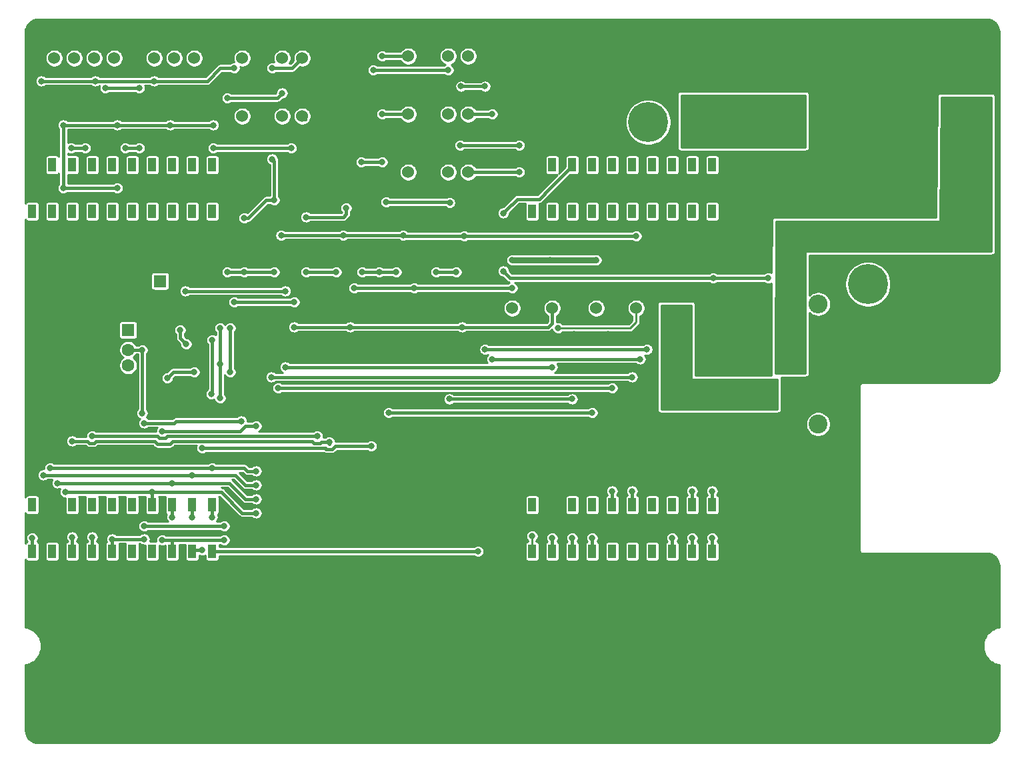
<source format=gbr>
G04 #@! TF.GenerationSoftware,KiCad,Pcbnew,(5.1.4)-1*
G04 #@! TF.CreationDate,2020-11-30T00:59:02-06:00*
G04 #@! TF.ProjectId,SRA_Sensor_Board,5352415f-5365-46e7-936f-725f426f6172,rev?*
G04 #@! TF.SameCoordinates,Original*
G04 #@! TF.FileFunction,Copper,L2,Bot*
G04 #@! TF.FilePolarity,Positive*
%FSLAX46Y46*%
G04 Gerber Fmt 4.6, Leading zero omitted, Abs format (unit mm)*
G04 Created by KiCad (PCBNEW (5.1.4)-1) date 2020-11-30 00:59:02*
%MOMM*%
%LPD*%
G04 APERTURE LIST*
%ADD10C,1.600000*%
%ADD11R,1.600000X1.600000*%
%ADD12C,1.524000*%
%ADD13R,0.990600X1.778000*%
%ADD14C,5.080000*%
%ADD15O,2.400000X2.400000*%
%ADD16C,2.400000*%
%ADD17C,2.999999*%
%ADD18C,0.800000*%
%ADD19C,0.762000*%
%ADD20C,0.381000*%
%ADD21C,0.250000*%
%ADD22C,5.080000*%
%ADD23C,0.254000*%
G04 APERTURE END LIST*
D10*
X108966000Y-90845000D03*
D11*
X108966000Y-93345000D03*
D12*
X148082000Y-79502000D03*
X148082000Y-79502000D03*
X145542000Y-79502000D03*
X143002000Y-79502000D03*
X140462000Y-79502000D03*
D13*
X115570000Y-78587600D03*
X113030000Y-78587600D03*
X110490000Y-78587600D03*
X107950000Y-78587600D03*
X105410000Y-78587600D03*
X102870000Y-78587600D03*
X100330000Y-78587600D03*
X97790000Y-78587600D03*
X95250000Y-78587600D03*
X92710000Y-78587600D03*
X115570000Y-84480400D03*
X113030000Y-84480400D03*
X110490000Y-84480400D03*
X107950000Y-84480400D03*
X105410000Y-84480400D03*
X102870000Y-84480400D03*
X100330000Y-84480400D03*
X97790000Y-84480400D03*
X95250000Y-84480400D03*
X92710000Y-84480400D03*
X115570000Y-127660400D03*
X113030000Y-127660400D03*
X110490000Y-127660400D03*
X107950000Y-127660400D03*
X105410000Y-127660400D03*
X102870000Y-127660400D03*
X100330000Y-127660400D03*
X97790000Y-127660400D03*
X95250000Y-127660400D03*
X92710000Y-127660400D03*
X115570000Y-121767600D03*
X113030000Y-121767600D03*
X110490000Y-121767600D03*
X107950000Y-121767600D03*
X105410000Y-121767600D03*
X102870000Y-121767600D03*
X100330000Y-121767600D03*
X97790000Y-121767600D03*
X95250000Y-121767600D03*
X92710000Y-121767600D03*
X161290000Y-78587600D03*
X158750000Y-78587600D03*
X156210000Y-78587600D03*
X179070000Y-84480400D03*
X176530000Y-84480400D03*
X173990000Y-84480400D03*
X171450000Y-84480400D03*
X168910000Y-84480400D03*
X166370000Y-84480400D03*
X163830000Y-84480400D03*
X161290000Y-84480400D03*
X158750000Y-84480400D03*
X156210000Y-84480400D03*
X179070000Y-127660400D03*
X173990000Y-127660400D03*
X168910000Y-127660400D03*
X166370000Y-127660400D03*
X163830000Y-127660400D03*
X161290000Y-127660400D03*
X158750000Y-127660400D03*
X179070000Y-121767600D03*
X173990000Y-121767600D03*
X163830000Y-121767600D03*
X161290000Y-121767600D03*
X158750000Y-121767600D03*
X156210000Y-121767600D03*
X168910000Y-121767600D03*
X171450000Y-121767600D03*
X176530000Y-127660400D03*
X163830000Y-78587600D03*
X166370000Y-78587600D03*
X176530000Y-121767600D03*
X171450000Y-127660400D03*
X173990000Y-78587600D03*
X171450000Y-78587600D03*
X166370000Y-121767600D03*
X168910000Y-78587600D03*
X176530000Y-78587600D03*
X179070000Y-78587600D03*
X156210000Y-127660400D03*
D14*
X203454000Y-73177400D03*
X211328000Y-73177400D03*
X163068000Y-73152000D03*
X170942000Y-73152000D03*
X178816000Y-73152000D03*
D12*
X169418000Y-96774000D03*
X166878000Y-96774000D03*
X164338000Y-96774000D03*
X158750000Y-96774000D03*
X156210000Y-96774000D03*
X153670000Y-96774000D03*
D15*
X192532000Y-96266000D03*
D16*
X192532000Y-111506000D03*
D10*
X104902000Y-106568000D03*
X104902000Y-104068000D03*
X104902000Y-102068000D03*
D11*
X104902000Y-99568000D03*
D17*
X102192000Y-96498000D03*
X102192000Y-109638000D03*
D12*
X113284000Y-65024000D03*
X110744000Y-65024000D03*
X108204000Y-65024000D03*
X105664000Y-65024000D03*
X103124000Y-65024000D03*
X100584000Y-65024000D03*
X98044000Y-65024000D03*
X95504000Y-65024000D03*
D14*
X198856600Y-101600000D03*
X198856600Y-93726000D03*
D12*
X148082000Y-72136000D03*
X148082000Y-72136000D03*
X145542000Y-72136000D03*
X143002000Y-72136000D03*
X140462000Y-72136000D03*
X127000000Y-72390000D03*
X127000000Y-72390000D03*
X124460000Y-72390000D03*
X121920000Y-72390000D03*
X119380000Y-72390000D03*
X148082000Y-64770000D03*
X148082000Y-64770000D03*
X145542000Y-64770000D03*
X143002000Y-64770000D03*
X140462000Y-64770000D03*
X127000000Y-65024000D03*
X127000000Y-65024000D03*
X124460000Y-65024000D03*
X121920000Y-65024000D03*
X119380000Y-65024000D03*
D14*
X195072000Y-73177400D03*
X187198000Y-73177400D03*
D18*
X184404000Y-94996000D03*
X186182000Y-94996000D03*
X186182000Y-96774000D03*
X184404000Y-96774000D03*
X184404000Y-98298000D03*
X184404000Y-100076000D03*
X186182000Y-100076000D03*
X186182000Y-98298000D03*
X182626000Y-98298000D03*
X182626000Y-100076000D03*
X182626000Y-96774000D03*
X182626000Y-94996000D03*
X121031000Y-101346000D03*
X112268000Y-102743000D03*
X133350000Y-72771000D03*
X133350000Y-69215000D03*
X133350000Y-65278000D03*
X130429000Y-77089000D03*
X124841000Y-92964000D03*
X119634000Y-87249000D03*
X127508000Y-86487000D03*
X127508000Y-80010000D03*
X101600000Y-82677000D03*
X121920000Y-62738000D03*
X120650000Y-74422000D03*
X143002000Y-62484000D03*
X143002000Y-69977000D03*
X143002000Y-77216000D03*
X121920000Y-67183000D03*
X120650000Y-70993000D03*
X105664000Y-62738000D03*
X105664000Y-66929000D03*
X95250000Y-124714000D03*
X161290000Y-81280000D03*
X92710000Y-81407000D03*
X110490000Y-115570000D03*
X113030000Y-115570000D03*
X116078000Y-115570000D03*
X122936000Y-111760000D03*
X122936000Y-109982000D03*
X122936000Y-108204000D03*
X121412000Y-98552000D03*
X159512000Y-76454000D03*
X164592000Y-76454000D03*
X164592000Y-69088000D03*
X159512000Y-68834000D03*
X204470000Y-91948000D03*
X207010000Y-91948000D03*
X209804000Y-91948000D03*
X212344000Y-91948000D03*
X204216000Y-95758000D03*
X207010000Y-95758000D03*
X209804000Y-95758000D03*
X212344000Y-95758000D03*
X193294000Y-83820000D03*
X198120000Y-83820000D03*
X203200000Y-83820000D03*
X206756000Y-83820000D03*
X206502000Y-78994000D03*
X203200000Y-78994000D03*
X198120000Y-78740000D03*
X193294000Y-78994000D03*
X161544000Y-100076000D03*
X161544000Y-97282000D03*
X161544000Y-94234000D03*
X165862000Y-100076000D03*
X170688000Y-100076000D03*
X157988000Y-100076000D03*
X153924000Y-100076000D03*
X164338000Y-90678000D03*
X153670000Y-90678000D03*
X158496000Y-90678000D03*
X153670000Y-94234000D03*
X141224000Y-94234000D03*
X133604000Y-94234000D03*
X133096000Y-99187000D03*
X111506000Y-99568000D03*
X112268000Y-101346000D03*
X100711000Y-67945000D03*
X93853000Y-67945000D03*
X118364000Y-66294000D03*
X108204000Y-67945000D03*
X147320000Y-99187000D03*
X118364000Y-96012000D03*
X125984000Y-96012000D03*
X125984000Y-99187000D03*
X147574000Y-87630000D03*
X139813000Y-87517000D03*
X132193000Y-87517000D03*
X124319000Y-87517000D03*
X110236000Y-73533000D03*
X103505000Y-73533000D03*
X96647000Y-73533000D03*
X96647000Y-81534000D03*
X103505000Y-81534000D03*
X115697000Y-76454000D03*
X115697000Y-73533000D03*
X125603000Y-76454000D03*
X134493000Y-78232000D03*
X137160000Y-78232000D03*
X137160000Y-64770000D03*
X137160000Y-72136000D03*
X169418000Y-87630000D03*
X92710000Y-125984000D03*
X159512000Y-99314000D03*
X156210000Y-125730000D03*
X119634000Y-92202000D03*
X123444000Y-92202000D03*
X124460000Y-69469000D03*
X117475000Y-70104000D03*
X117475000Y-92202000D03*
X119634000Y-85344000D03*
X123444000Y-83058000D03*
X123190000Y-77851000D03*
X123190000Y-66294000D03*
X127508000Y-85217000D03*
X132588000Y-84074000D03*
X127508000Y-92202000D03*
X131318000Y-92202000D03*
X187960000Y-102870000D03*
X189992000Y-102870000D03*
X189992000Y-104394000D03*
X187960000Y-104394000D03*
X188976000Y-103632000D03*
X123063000Y-105537000D03*
X168910000Y-105537000D03*
X168910000Y-120015000D03*
X100330000Y-113030000D03*
X100330000Y-125857000D03*
X128905000Y-113030000D03*
X166370000Y-120015000D03*
X123952000Y-106934000D03*
X166370000Y-106934000D03*
X130429000Y-113792000D03*
X97790000Y-125857000D03*
X97790000Y-113665000D03*
X176530000Y-125984000D03*
X173990000Y-125984000D03*
X179070000Y-125984000D03*
X117094000Y-124460000D03*
X106934000Y-124460000D03*
X106934000Y-126111000D03*
X102870000Y-126111000D03*
X119253000Y-111125000D03*
X106934000Y-111379000D03*
X117094000Y-126238000D03*
X109220000Y-126238000D03*
X121158000Y-111760000D03*
X109220000Y-112395000D03*
X152527000Y-92075000D03*
X152527000Y-84709000D03*
X179197000Y-92964000D03*
X186182000Y-92964000D03*
X106680000Y-102108000D03*
X106680000Y-110109000D03*
X115443000Y-107696000D03*
X115570000Y-100838000D03*
X149326600Y-127660400D03*
X114300000Y-127508000D03*
X145542000Y-66548000D03*
X136017000Y-66548000D03*
X114300000Y-114554000D03*
X135763000Y-114300000D03*
X134620000Y-92202000D03*
X137668000Y-83312000D03*
X145732500Y-83375500D03*
X138938000Y-92202000D03*
X154559000Y-79502000D03*
X136779000Y-92202000D03*
X146558000Y-92202000D03*
X144018000Y-92202000D03*
X154559000Y-76087000D03*
X147052000Y-76087000D03*
X151130000Y-72136000D03*
X151130000Y-103251000D03*
X169926000Y-103251000D03*
X176530000Y-120015000D03*
X147165000Y-68608000D03*
X150213000Y-68608000D03*
X150213000Y-102009000D03*
X170787000Y-102009000D03*
X179070000Y-120015000D03*
X106299000Y-68834000D03*
X101981000Y-68834000D03*
X104521000Y-76454000D03*
X106299000Y-76454000D03*
X97663000Y-76454000D03*
X99441000Y-76454000D03*
X186944000Y-107442000D03*
X185166000Y-107442000D03*
X185166000Y-108712000D03*
X186944000Y-108712000D03*
X186182000Y-108204000D03*
X173228000Y-97028000D03*
X174752000Y-97028000D03*
X173228000Y-99568000D03*
X174498000Y-99568000D03*
X173990000Y-98298000D03*
X117856000Y-99314000D03*
X117856000Y-104902000D03*
X113284000Y-104902000D03*
X109855000Y-105664000D03*
X116586000Y-103886000D03*
X116586000Y-99314000D03*
X116586000Y-108204000D03*
X137988000Y-110048000D03*
X163830000Y-110048000D03*
X163830000Y-125984000D03*
X145683000Y-108317000D03*
X161290000Y-108317000D03*
X161290000Y-125984000D03*
X96901000Y-120142000D03*
X107950000Y-120142000D03*
X121158000Y-122809000D03*
X112141000Y-94615000D03*
X124841000Y-94615000D03*
X124841000Y-104267000D03*
X158750000Y-104267000D03*
X158750000Y-125984000D03*
X94996000Y-117094000D03*
X115570000Y-117094000D03*
X115570000Y-123317000D03*
X121158000Y-117475000D03*
X95885000Y-118999000D03*
X110490000Y-118999000D03*
X110490000Y-123317000D03*
X121158000Y-121031000D03*
X94107000Y-117983000D03*
X113030000Y-117983000D03*
X113030000Y-123317000D03*
X121158000Y-119253000D03*
D19*
X164338000Y-90678000D02*
X158496000Y-90678000D01*
X155956000Y-90678000D02*
X153670000Y-90678000D01*
X153670000Y-90678000D02*
X153670000Y-90678000D01*
X158496000Y-90678000D02*
X155956000Y-90678000D01*
D20*
X146050000Y-94234000D02*
X145669000Y-94234000D01*
X146050000Y-94234000D02*
X141224000Y-94234000D01*
X153670000Y-94234000D02*
X146050000Y-94234000D01*
X141224000Y-94234000D02*
X133731000Y-94234000D01*
X133604000Y-94234000D02*
X133731000Y-94234000D01*
X111506000Y-99568000D02*
X111506000Y-100330000D01*
X111506000Y-100330000D02*
X111506000Y-100584000D01*
X111506000Y-100584000D02*
X112268000Y-101346000D01*
X93853000Y-67945000D02*
X100711000Y-67945000D01*
X100711000Y-67945000D02*
X106934000Y-67945000D01*
X106934000Y-67945000D02*
X108204000Y-67945000D01*
X108204000Y-67945000D02*
X114935000Y-67945000D01*
X116586000Y-66294000D02*
X118364000Y-66294000D01*
X114935000Y-67945000D02*
X116586000Y-66294000D01*
X158750000Y-96774000D02*
X158750000Y-98679000D01*
X158750000Y-98679000D02*
X158242000Y-99187000D01*
X158242000Y-99187000D02*
X147320000Y-99187000D01*
X147320000Y-99187000D02*
X147320000Y-99187000D01*
X147320000Y-99187000D02*
X138938000Y-99187000D01*
X142240000Y-99187000D02*
X125984000Y-99187000D01*
X118872000Y-96012000D02*
X118364000Y-96012000D01*
X125984000Y-96012000D02*
X118872000Y-96012000D01*
X132193000Y-87517000D02*
X126097000Y-87517000D01*
X133999000Y-87517000D02*
X132193000Y-87517000D01*
X139813000Y-87517000D02*
X133999000Y-87517000D01*
X137160000Y-78232000D02*
X137160000Y-78232000D01*
X110236000Y-73533000D02*
X103505000Y-73533000D01*
X103505000Y-73533000D02*
X96647000Y-73533000D01*
X96647000Y-73533000D02*
X96647000Y-81534000D01*
X96647000Y-81534000D02*
X103505000Y-81534000D01*
X119380000Y-76454000D02*
X115697000Y-76454000D01*
X115697000Y-73533000D02*
X110236000Y-73533000D01*
X139926000Y-87630000D02*
X139813000Y-87517000D01*
X147574000Y-87630000D02*
X139926000Y-87630000D01*
X119380000Y-76454000D02*
X125095000Y-76454000D01*
X125095000Y-76454000D02*
X125603000Y-76454000D01*
X125589000Y-87517000D02*
X124319000Y-87517000D01*
X126097000Y-87517000D02*
X125589000Y-87517000D01*
X125603000Y-76454000D02*
X125603000Y-76454000D01*
X134493000Y-78232000D02*
X137160000Y-78232000D01*
X137160000Y-64770000D02*
X140462000Y-64770000D01*
X137160000Y-72136000D02*
X140462000Y-72136000D01*
X167132000Y-87630000D02*
X169418000Y-87630000D01*
X147574000Y-87630000D02*
X167132000Y-87630000D01*
X92710000Y-125984000D02*
X92710000Y-127660400D01*
D21*
X169418000Y-96774000D02*
X169418000Y-98552000D01*
X169418000Y-98552000D02*
X168656000Y-99314000D01*
X168656000Y-99314000D02*
X159512000Y-99314000D01*
X156210000Y-125730000D02*
X156210000Y-127660400D01*
D20*
X123825000Y-70104000D02*
X124460000Y-69469000D01*
X121412000Y-70104000D02*
X123825000Y-70104000D01*
X124460000Y-69469000D02*
X124460000Y-69469000D01*
X121412000Y-70104000D02*
X117475000Y-70104000D01*
X117475000Y-92202000D02*
X119634000Y-92202000D01*
X119634000Y-92202000D02*
X123444000Y-92202000D01*
X125730000Y-66294000D02*
X125730000Y-66294000D01*
X123190000Y-77851000D02*
X123190000Y-77851000D01*
X125730000Y-66294000D02*
X127000000Y-65024000D01*
X123190000Y-66294000D02*
X125730000Y-66294000D01*
X127254000Y-65278000D02*
X127000000Y-65024000D01*
X123190000Y-77851000D02*
X123190000Y-77978000D01*
X123444000Y-78105000D02*
X123190000Y-77851000D01*
X123444000Y-83058000D02*
X123444000Y-78105000D01*
X123444000Y-83058000D02*
X122428000Y-83058000D01*
X120142000Y-85344000D02*
X119634000Y-85344000D01*
X122428000Y-83058000D02*
X120142000Y-85344000D01*
X132207000Y-85217000D02*
X127508000Y-85217000D01*
X132588000Y-84074000D02*
X132588000Y-84836000D01*
X132588000Y-84836000D02*
X132207000Y-85217000D01*
X131318000Y-92202000D02*
X127508000Y-92202000D01*
X123063000Y-105537000D02*
X168910000Y-105537000D01*
X168910000Y-120015000D02*
X168910000Y-121767600D01*
X100330000Y-125857000D02*
X100330000Y-127660400D01*
X128905000Y-113030000D02*
X109855000Y-113030000D01*
X109855000Y-113030000D02*
X109601000Y-113284000D01*
X109601000Y-113284000D02*
X108839000Y-113284000D01*
X108839000Y-113284000D02*
X108585000Y-113030000D01*
X100330000Y-113030000D02*
X108585000Y-113030000D01*
X123952000Y-106934000D02*
X166370000Y-106934000D01*
X166370000Y-120015000D02*
X166370000Y-121767600D01*
X130429000Y-114046000D02*
X130429000Y-114046000D01*
X97790000Y-125857000D02*
X97790000Y-127660400D01*
X97790000Y-113665000D02*
X97790000Y-113665000D01*
X129286000Y-113919000D02*
X129413000Y-113792000D01*
X100584000Y-113919000D02*
X100838000Y-113665000D01*
X129413000Y-113792000D02*
X130429000Y-113792000D01*
X110563010Y-113665000D02*
X128270000Y-113665000D01*
X99949000Y-113919000D02*
X100584000Y-113919000D01*
X100838000Y-113665000D02*
X108257990Y-113665000D01*
X99695000Y-113665000D02*
X99949000Y-113919000D01*
X108257990Y-113665000D02*
X108638990Y-114046000D01*
X108638990Y-114046000D02*
X110182010Y-114046000D01*
X97790000Y-113665000D02*
X99695000Y-113665000D01*
X110182010Y-114046000D02*
X110563010Y-113665000D01*
X128524000Y-113919000D02*
X129286000Y-113919000D01*
X128270000Y-113665000D02*
X128524000Y-113919000D01*
X176530000Y-127660400D02*
X176530000Y-125984000D01*
X173990000Y-127660400D02*
X173990000Y-125984000D01*
X179070000Y-127660400D02*
X179070000Y-125984000D01*
X106934000Y-126111000D02*
X102870000Y-126111000D01*
X102870000Y-127660400D02*
X102870000Y-126111000D01*
X106934000Y-124460000D02*
X117094000Y-124460000D01*
X119253000Y-111125000D02*
X110998000Y-111125000D01*
X110998000Y-111125000D02*
X110744000Y-111379000D01*
X110744000Y-111379000D02*
X106934000Y-111379000D01*
X110490000Y-127660400D02*
X110490000Y-126238000D01*
X110490000Y-126238000D02*
X110490000Y-126238000D01*
X110490000Y-126238000D02*
X109220000Y-126238000D01*
X110490000Y-126238000D02*
X117094000Y-126238000D01*
X121158000Y-111760000D02*
X119761000Y-111760000D01*
X119761000Y-111760000D02*
X119126000Y-112395000D01*
X119126000Y-112395000D02*
X109220000Y-112395000D01*
X152908000Y-84328000D02*
X152908000Y-84328000D01*
X158496000Y-81534000D02*
X161290000Y-78740000D01*
X157099000Y-82931000D02*
X158496000Y-81534000D01*
X152908000Y-84328000D02*
X154305000Y-82931000D01*
X154305000Y-82931000D02*
X157099000Y-82931000D01*
X152908000Y-84328000D02*
X152527000Y-84709000D01*
X184912000Y-92964000D02*
X186182000Y-92964000D01*
X152527000Y-92075000D02*
X153416000Y-92964000D01*
X153416000Y-92964000D02*
X184912000Y-92964000D01*
X106640000Y-102068000D02*
X106680000Y-102108000D01*
X104902000Y-102068000D02*
X106640000Y-102068000D01*
X106680000Y-102108000D02*
X106680000Y-110109000D01*
X115570000Y-107569000D02*
X115443000Y-107696000D01*
X115570000Y-100838000D02*
X115570000Y-107569000D01*
X146913600Y-127660400D02*
X115570000Y-127660400D01*
X146913600Y-127660400D02*
X149250400Y-127660400D01*
X149250400Y-127660400D02*
X149326600Y-127660400D01*
X145542000Y-66548000D02*
X136144000Y-66548000D01*
X136017000Y-66548000D02*
X136144000Y-66548000D01*
X113182400Y-127508000D02*
X113030000Y-127660400D01*
X114300000Y-127508000D02*
X113182400Y-127508000D01*
X135763000Y-114300000D02*
X131191000Y-114300000D01*
X131191000Y-114300000D02*
X130810000Y-114681000D01*
X130810000Y-114681000D02*
X130048000Y-114681000D01*
X130048000Y-114681000D02*
X129921000Y-114554000D01*
X129921000Y-114554000D02*
X128143000Y-114554000D01*
X128143000Y-114554000D02*
X114554000Y-114554000D01*
X114554000Y-114554000D02*
X114300000Y-114554000D01*
X127381000Y-72771000D02*
X127000000Y-72390000D01*
X145669000Y-83312000D02*
X145732500Y-83375500D01*
X137668000Y-83312000D02*
X145669000Y-83312000D01*
X148082000Y-79502000D02*
X154559000Y-79502000D01*
X138938000Y-92202000D02*
X136779000Y-92202000D01*
X136779000Y-92202000D02*
X134620000Y-92202000D01*
X147052000Y-76087000D02*
X154559000Y-76087000D01*
X146558000Y-92202000D02*
X144018000Y-92202000D01*
X151130000Y-103251000D02*
X169926000Y-103251000D01*
X169926000Y-103251000D02*
X169926000Y-103251000D01*
X176530000Y-120015000D02*
X176530000Y-121767600D01*
X148082000Y-72136000D02*
X151130000Y-72136000D01*
X150213000Y-102009000D02*
X170787000Y-102009000D01*
X170787000Y-102009000D02*
X170787000Y-102009000D01*
X179070000Y-120015000D02*
X179070000Y-121767600D01*
X147165000Y-68608000D02*
X150213000Y-68608000D01*
X106299000Y-68834000D02*
X101981000Y-68834000D01*
X106299000Y-76454000D02*
X104521000Y-76454000D01*
X99441000Y-76454000D02*
X97663000Y-76454000D01*
X117856000Y-104902000D02*
X117856000Y-99568000D01*
X117856000Y-99568000D02*
X117856000Y-99314000D01*
X113284000Y-104902000D02*
X110617000Y-104902000D01*
X110617000Y-104902000D02*
X109855000Y-105664000D01*
X109855000Y-105664000D02*
X109855000Y-105664000D01*
X116586000Y-103886000D02*
X116586000Y-99314000D01*
X116586000Y-103886000D02*
X116586000Y-108204000D01*
X116586000Y-108204000D02*
X116586000Y-108204000D01*
D22*
X187172600Y-73152000D02*
X187198000Y-73177400D01*
D20*
X137988000Y-110048000D02*
X163637000Y-110048000D01*
X163637000Y-110048000D02*
X163764000Y-110048000D01*
X163764000Y-110048000D02*
X163769000Y-110048000D01*
X163830000Y-125984000D02*
X163830000Y-127660400D01*
X145683000Y-108317000D02*
X161276000Y-108317000D01*
X161290000Y-125984000D02*
X161290000Y-127660400D01*
X97028000Y-120142000D02*
X96901000Y-120142000D01*
X96901000Y-120142000D02*
X96901000Y-120142000D01*
X107442000Y-120142000D02*
X97028000Y-120142000D01*
X107442000Y-120142000D02*
X107950000Y-120142000D01*
X107950000Y-120142000D02*
X107950000Y-120142000D01*
X107950000Y-120142000D02*
X107950000Y-121767600D01*
X107950000Y-120142000D02*
X116713000Y-120142000D01*
X116713000Y-120142000D02*
X119380000Y-122809000D01*
X119380000Y-122809000D02*
X121158000Y-122809000D01*
X112141000Y-94615000D02*
X124841000Y-94615000D01*
X124841000Y-104267000D02*
X158750000Y-104267000D01*
X158750000Y-125984000D02*
X158750000Y-127660400D01*
X114300000Y-117094000D02*
X94996000Y-117094000D01*
X114300000Y-117094000D02*
X115570000Y-117094000D01*
X115570000Y-117094000D02*
X115570000Y-117094000D01*
X115570000Y-123317000D02*
X115570000Y-121767600D01*
X115570000Y-117094000D02*
X119634000Y-117094000D01*
X119634000Y-117094000D02*
X120015000Y-117475000D01*
X120015000Y-117475000D02*
X121158000Y-117475000D01*
X109728000Y-118999000D02*
X95885000Y-118999000D01*
X109728000Y-118999000D02*
X110490000Y-118999000D01*
X110490000Y-118999000D02*
X110490000Y-118999000D01*
X110490000Y-123317000D02*
X110490000Y-121767600D01*
X110490000Y-118999000D02*
X117729000Y-118999000D01*
X117729000Y-118999000D02*
X119761000Y-121031000D01*
X119761000Y-121031000D02*
X121158000Y-121031000D01*
X94234000Y-117983000D02*
X94107000Y-117983000D01*
X94107000Y-117983000D02*
X94107000Y-117983000D01*
X112014000Y-117983000D02*
X94234000Y-117983000D01*
X112014000Y-117983000D02*
X113030000Y-117983000D01*
X113030000Y-117983000D02*
X113030000Y-117983000D01*
X113030000Y-123317000D02*
X113030000Y-121767600D01*
X113030000Y-117983000D02*
X118491000Y-117983000D01*
X118491000Y-117983000D02*
X119761000Y-119253000D01*
X119761000Y-119253000D02*
X121158000Y-119253000D01*
X121158000Y-119253000D02*
X121158000Y-119253000D01*
D23*
G36*
X214183444Y-60128876D02*
G01*
X214486878Y-60220488D01*
X214766734Y-60369290D01*
X215012363Y-60569620D01*
X215214402Y-60813843D01*
X215365155Y-61092654D01*
X215458882Y-61395439D01*
X215494000Y-61729568D01*
X215494001Y-104628136D01*
X215461124Y-104963444D01*
X215369512Y-105266880D01*
X215220706Y-105546740D01*
X215020379Y-105792365D01*
X214776158Y-105994401D01*
X214497345Y-106145155D01*
X214194562Y-106238882D01*
X213860432Y-106274000D01*
X198139941Y-106274000D01*
X198120000Y-106272036D01*
X198100060Y-106274000D01*
X198100059Y-106274000D01*
X198040410Y-106279875D01*
X197963879Y-106303090D01*
X197893347Y-106340790D01*
X197831526Y-106391526D01*
X197780790Y-106453347D01*
X197743090Y-106523879D01*
X197719875Y-106600410D01*
X197712036Y-106680000D01*
X197714001Y-106699951D01*
X197714000Y-127488059D01*
X197712036Y-127508000D01*
X197719875Y-127587590D01*
X197743090Y-127664121D01*
X197780790Y-127734653D01*
X197831526Y-127796474D01*
X197893347Y-127847210D01*
X197963879Y-127884910D01*
X198040410Y-127908125D01*
X198080383Y-127912062D01*
X198120000Y-127915964D01*
X198139940Y-127914000D01*
X213848146Y-127914000D01*
X214183444Y-127946876D01*
X214486878Y-128038488D01*
X214766734Y-128187290D01*
X215012363Y-128387620D01*
X215214402Y-128631843D01*
X215365155Y-128910654D01*
X215458882Y-129213439D01*
X215494001Y-129547577D01*
X215494000Y-137302010D01*
X215432267Y-137308934D01*
X215396209Y-137316598D01*
X215360177Y-137323733D01*
X215354771Y-137325406D01*
X215354761Y-137325408D01*
X215354752Y-137325412D01*
X214976748Y-137445322D01*
X214942926Y-137459818D01*
X214908906Y-137473840D01*
X214903923Y-137476534D01*
X214903918Y-137476536D01*
X214903914Y-137476539D01*
X214556395Y-137667588D01*
X214526014Y-137688390D01*
X214495383Y-137708742D01*
X214491015Y-137712355D01*
X214187220Y-137967270D01*
X214161461Y-137993575D01*
X214135364Y-138019490D01*
X214131786Y-138023877D01*
X214131780Y-138023883D01*
X214131776Y-138023890D01*
X213883284Y-138332951D01*
X213863131Y-138363748D01*
X213842558Y-138394248D01*
X213839897Y-138399253D01*
X213656164Y-138750700D01*
X213642385Y-138784803D01*
X213628119Y-138818742D01*
X213626480Y-138824169D01*
X213514510Y-139204611D01*
X213507611Y-139240780D01*
X213500216Y-139276803D01*
X213499663Y-139282445D01*
X213463721Y-139677390D01*
X213463978Y-139714186D01*
X213463721Y-139750982D01*
X213464274Y-139756624D01*
X213505727Y-140151028D01*
X213513129Y-140187087D01*
X213520022Y-140223220D01*
X213521660Y-140228647D01*
X213638931Y-140607490D01*
X213653218Y-140641478D01*
X213666976Y-140675530D01*
X213669632Y-140680527D01*
X213669636Y-140680536D01*
X213669641Y-140680543D01*
X213858259Y-141029384D01*
X213878836Y-141059890D01*
X213898984Y-141090680D01*
X213902567Y-141095074D01*
X214155354Y-141400642D01*
X214181471Y-141426577D01*
X214207211Y-141452862D01*
X214211579Y-141456476D01*
X214518904Y-141707124D01*
X214549580Y-141727505D01*
X214579916Y-141748276D01*
X214584902Y-141750973D01*
X214935059Y-141937154D01*
X214969087Y-141951180D01*
X215002903Y-141965673D01*
X215008314Y-141967349D01*
X215008320Y-141967351D01*
X215387969Y-142081973D01*
X215424101Y-142089127D01*
X215460059Y-142096770D01*
X215465688Y-142097362D01*
X215465698Y-142097364D01*
X215465707Y-142097364D01*
X215494001Y-142100138D01*
X215494000Y-150348146D01*
X215461124Y-150683444D01*
X215369512Y-150986880D01*
X215220706Y-151266740D01*
X215020379Y-151512365D01*
X214776158Y-151714401D01*
X214497345Y-151865155D01*
X214194562Y-151958882D01*
X213860432Y-151994000D01*
X93491854Y-151994000D01*
X93156556Y-151961124D01*
X92853120Y-151869512D01*
X92573260Y-151720706D01*
X92327635Y-151520379D01*
X92125599Y-151276158D01*
X91974845Y-150997345D01*
X91881118Y-150694562D01*
X91846000Y-150360432D01*
X91846000Y-142097990D01*
X91907733Y-142091066D01*
X91943777Y-142083405D01*
X91979824Y-142076267D01*
X91985231Y-142074594D01*
X91985238Y-142074592D01*
X91985244Y-142074589D01*
X92363253Y-141954678D01*
X92397086Y-141940177D01*
X92431095Y-141926160D01*
X92436078Y-141923466D01*
X92436083Y-141923464D01*
X92436087Y-141923461D01*
X92783605Y-141732412D01*
X92814002Y-141711599D01*
X92844617Y-141691258D01*
X92848985Y-141687645D01*
X93152780Y-141432729D01*
X93178537Y-141406428D01*
X93204636Y-141380510D01*
X93208214Y-141376123D01*
X93208220Y-141376117D01*
X93208224Y-141376110D01*
X93456716Y-141067049D01*
X93476876Y-141036241D01*
X93497441Y-141005752D01*
X93500103Y-141000747D01*
X93683836Y-140649300D01*
X93697609Y-140615210D01*
X93711881Y-140581259D01*
X93713520Y-140575831D01*
X93825489Y-140195390D01*
X93832382Y-140159256D01*
X93839784Y-140123197D01*
X93840337Y-140117555D01*
X93876279Y-139722610D01*
X93876022Y-139685814D01*
X93876279Y-139649018D01*
X93875726Y-139643376D01*
X93834273Y-139248972D01*
X93826868Y-139212900D01*
X93819978Y-139176780D01*
X93818340Y-139171353D01*
X93701069Y-138792511D01*
X93686792Y-138758548D01*
X93673024Y-138724470D01*
X93670363Y-138719464D01*
X93481741Y-138370616D01*
X93461164Y-138340110D01*
X93441016Y-138309320D01*
X93437433Y-138304927D01*
X93437432Y-138304925D01*
X93437428Y-138304921D01*
X93184646Y-137999358D01*
X93158494Y-137973388D01*
X93132789Y-137947139D01*
X93128427Y-137943530D01*
X93128422Y-137943525D01*
X93128417Y-137943521D01*
X92821096Y-137692876D01*
X92790389Y-137672474D01*
X92760084Y-137651724D01*
X92755102Y-137649030D01*
X92755098Y-137649027D01*
X92755094Y-137649025D01*
X92404941Y-137462845D01*
X92370892Y-137448811D01*
X92337097Y-137434327D01*
X92331682Y-137432650D01*
X91952031Y-137318027D01*
X91915899Y-137310873D01*
X91879941Y-137303230D01*
X91874312Y-137302638D01*
X91874302Y-137302636D01*
X91874293Y-137302636D01*
X91846000Y-137299862D01*
X91846000Y-128646463D01*
X91860999Y-128695908D01*
X91896378Y-128762096D01*
X91943989Y-128820111D01*
X92002004Y-128867722D01*
X92068192Y-128903101D01*
X92140011Y-128924887D01*
X92214700Y-128932243D01*
X93205300Y-128932243D01*
X93279989Y-128924887D01*
X93351808Y-128903101D01*
X93417996Y-128867722D01*
X93476011Y-128820111D01*
X93523622Y-128762096D01*
X93559001Y-128695908D01*
X93580787Y-128624089D01*
X93588143Y-128549400D01*
X93588143Y-126771400D01*
X94371857Y-126771400D01*
X94371857Y-128549400D01*
X94379213Y-128624089D01*
X94400999Y-128695908D01*
X94436378Y-128762096D01*
X94483989Y-128820111D01*
X94542004Y-128867722D01*
X94608192Y-128903101D01*
X94680011Y-128924887D01*
X94754700Y-128932243D01*
X95745300Y-128932243D01*
X95819989Y-128924887D01*
X95891808Y-128903101D01*
X95957996Y-128867722D01*
X96016011Y-128820111D01*
X96063622Y-128762096D01*
X96099001Y-128695908D01*
X96120787Y-128624089D01*
X96128143Y-128549400D01*
X96128143Y-126771400D01*
X96911857Y-126771400D01*
X96911857Y-128549400D01*
X96919213Y-128624089D01*
X96940999Y-128695908D01*
X96976378Y-128762096D01*
X97023989Y-128820111D01*
X97082004Y-128867722D01*
X97148192Y-128903101D01*
X97220011Y-128924887D01*
X97294700Y-128932243D01*
X98285300Y-128932243D01*
X98359989Y-128924887D01*
X98431808Y-128903101D01*
X98497996Y-128867722D01*
X98556011Y-128820111D01*
X98603622Y-128762096D01*
X98639001Y-128695908D01*
X98660787Y-128624089D01*
X98668143Y-128549400D01*
X98668143Y-126771400D01*
X99451857Y-126771400D01*
X99451857Y-128549400D01*
X99459213Y-128624089D01*
X99480999Y-128695908D01*
X99516378Y-128762096D01*
X99563989Y-128820111D01*
X99622004Y-128867722D01*
X99688192Y-128903101D01*
X99760011Y-128924887D01*
X99834700Y-128932243D01*
X100825300Y-128932243D01*
X100899989Y-128924887D01*
X100971808Y-128903101D01*
X101037996Y-128867722D01*
X101096011Y-128820111D01*
X101143622Y-128762096D01*
X101179001Y-128695908D01*
X101200787Y-128624089D01*
X101208143Y-128549400D01*
X101208143Y-126771400D01*
X101991857Y-126771400D01*
X101991857Y-128549400D01*
X101999213Y-128624089D01*
X102020999Y-128695908D01*
X102056378Y-128762096D01*
X102103989Y-128820111D01*
X102162004Y-128867722D01*
X102228192Y-128903101D01*
X102300011Y-128924887D01*
X102374700Y-128932243D01*
X103365300Y-128932243D01*
X103439989Y-128924887D01*
X103511808Y-128903101D01*
X103577996Y-128867722D01*
X103636011Y-128820111D01*
X103683622Y-128762096D01*
X103719001Y-128695908D01*
X103740787Y-128624089D01*
X103748143Y-128549400D01*
X103748143Y-126771400D01*
X103740787Y-126696711D01*
X103736476Y-126682500D01*
X104543524Y-126682500D01*
X104539213Y-126696711D01*
X104531857Y-126771400D01*
X104531857Y-128549400D01*
X104539213Y-128624089D01*
X104560999Y-128695908D01*
X104596378Y-128762096D01*
X104643989Y-128820111D01*
X104702004Y-128867722D01*
X104768192Y-128903101D01*
X104840011Y-128924887D01*
X104914700Y-128932243D01*
X105905300Y-128932243D01*
X105979989Y-128924887D01*
X106051808Y-128903101D01*
X106117996Y-128867722D01*
X106176011Y-128820111D01*
X106223622Y-128762096D01*
X106259001Y-128695908D01*
X106280787Y-128624089D01*
X106288143Y-128549400D01*
X106288143Y-126771400D01*
X106280787Y-126696711D01*
X106276476Y-126682500D01*
X106400999Y-126682500D01*
X106436141Y-126717642D01*
X106564058Y-126803113D01*
X106706191Y-126861987D01*
X106857078Y-126892000D01*
X107010922Y-126892000D01*
X107071857Y-126879879D01*
X107071857Y-128549400D01*
X107079213Y-128624089D01*
X107100999Y-128695908D01*
X107136378Y-128762096D01*
X107183989Y-128820111D01*
X107242004Y-128867722D01*
X107308192Y-128903101D01*
X107380011Y-128924887D01*
X107454700Y-128932243D01*
X108445300Y-128932243D01*
X108519989Y-128924887D01*
X108591808Y-128903101D01*
X108657996Y-128867722D01*
X108716011Y-128820111D01*
X108763622Y-128762096D01*
X108799001Y-128695908D01*
X108820787Y-128624089D01*
X108828143Y-128549400D01*
X108828143Y-126915470D01*
X108850058Y-126930113D01*
X108992191Y-126988987D01*
X109143078Y-127019000D01*
X109296922Y-127019000D01*
X109447809Y-126988987D01*
X109589942Y-126930113D01*
X109611857Y-126915470D01*
X109611857Y-128549400D01*
X109619213Y-128624089D01*
X109640999Y-128695908D01*
X109676378Y-128762096D01*
X109723989Y-128820111D01*
X109782004Y-128867722D01*
X109848192Y-128903101D01*
X109920011Y-128924887D01*
X109994700Y-128932243D01*
X110985300Y-128932243D01*
X111059989Y-128924887D01*
X111131808Y-128903101D01*
X111197996Y-128867722D01*
X111256011Y-128820111D01*
X111303622Y-128762096D01*
X111339001Y-128695908D01*
X111360787Y-128624089D01*
X111368143Y-128549400D01*
X111368143Y-126809500D01*
X112151857Y-126809500D01*
X112151857Y-128549400D01*
X112159213Y-128624089D01*
X112180999Y-128695908D01*
X112216378Y-128762096D01*
X112263989Y-128820111D01*
X112322004Y-128867722D01*
X112388192Y-128903101D01*
X112460011Y-128924887D01*
X112534700Y-128932243D01*
X113525300Y-128932243D01*
X113599989Y-128924887D01*
X113671808Y-128903101D01*
X113737996Y-128867722D01*
X113796011Y-128820111D01*
X113843622Y-128762096D01*
X113879001Y-128695908D01*
X113900787Y-128624089D01*
X113908143Y-128549400D01*
X113908143Y-128185470D01*
X113930058Y-128200113D01*
X114072191Y-128258987D01*
X114223078Y-128289000D01*
X114376922Y-128289000D01*
X114527809Y-128258987D01*
X114669942Y-128200113D01*
X114691857Y-128185470D01*
X114691857Y-128549400D01*
X114699213Y-128624089D01*
X114720999Y-128695908D01*
X114756378Y-128762096D01*
X114803989Y-128820111D01*
X114862004Y-128867722D01*
X114928192Y-128903101D01*
X115000011Y-128924887D01*
X115074700Y-128932243D01*
X116065300Y-128932243D01*
X116139989Y-128924887D01*
X116211808Y-128903101D01*
X116277996Y-128867722D01*
X116336011Y-128820111D01*
X116383622Y-128762096D01*
X116419001Y-128695908D01*
X116440787Y-128624089D01*
X116448143Y-128549400D01*
X116448143Y-128231900D01*
X148793599Y-128231900D01*
X148828741Y-128267042D01*
X148956658Y-128352513D01*
X149098791Y-128411387D01*
X149249678Y-128441400D01*
X149403522Y-128441400D01*
X149554409Y-128411387D01*
X149696542Y-128352513D01*
X149824459Y-128267042D01*
X149933242Y-128158259D01*
X150018713Y-128030342D01*
X150077587Y-127888209D01*
X150107600Y-127737322D01*
X150107600Y-127583478D01*
X150077587Y-127432591D01*
X150018713Y-127290458D01*
X149933242Y-127162541D01*
X149824459Y-127053758D01*
X149696542Y-126968287D01*
X149554409Y-126909413D01*
X149403522Y-126879400D01*
X149249678Y-126879400D01*
X149098791Y-126909413D01*
X148956658Y-126968287D01*
X148828741Y-127053758D01*
X148793599Y-127088900D01*
X116448143Y-127088900D01*
X116448143Y-126809500D01*
X116560999Y-126809500D01*
X116596141Y-126844642D01*
X116724058Y-126930113D01*
X116866191Y-126988987D01*
X117017078Y-127019000D01*
X117170922Y-127019000D01*
X117321809Y-126988987D01*
X117463942Y-126930113D01*
X117591859Y-126844642D01*
X117665101Y-126771400D01*
X155331857Y-126771400D01*
X155331857Y-128549400D01*
X155339213Y-128624089D01*
X155360999Y-128695908D01*
X155396378Y-128762096D01*
X155443989Y-128820111D01*
X155502004Y-128867722D01*
X155568192Y-128903101D01*
X155640011Y-128924887D01*
X155714700Y-128932243D01*
X156705300Y-128932243D01*
X156779989Y-128924887D01*
X156851808Y-128903101D01*
X156917996Y-128867722D01*
X156976011Y-128820111D01*
X157023622Y-128762096D01*
X157059001Y-128695908D01*
X157080787Y-128624089D01*
X157088143Y-128549400D01*
X157088143Y-126771400D01*
X157871857Y-126771400D01*
X157871857Y-128549400D01*
X157879213Y-128624089D01*
X157900999Y-128695908D01*
X157936378Y-128762096D01*
X157983989Y-128820111D01*
X158042004Y-128867722D01*
X158108192Y-128903101D01*
X158180011Y-128924887D01*
X158254700Y-128932243D01*
X159245300Y-128932243D01*
X159319989Y-128924887D01*
X159391808Y-128903101D01*
X159457996Y-128867722D01*
X159516011Y-128820111D01*
X159563622Y-128762096D01*
X159599001Y-128695908D01*
X159620787Y-128624089D01*
X159628143Y-128549400D01*
X159628143Y-126771400D01*
X160411857Y-126771400D01*
X160411857Y-128549400D01*
X160419213Y-128624089D01*
X160440999Y-128695908D01*
X160476378Y-128762096D01*
X160523989Y-128820111D01*
X160582004Y-128867722D01*
X160648192Y-128903101D01*
X160720011Y-128924887D01*
X160794700Y-128932243D01*
X161785300Y-128932243D01*
X161859989Y-128924887D01*
X161931808Y-128903101D01*
X161997996Y-128867722D01*
X162056011Y-128820111D01*
X162103622Y-128762096D01*
X162139001Y-128695908D01*
X162160787Y-128624089D01*
X162168143Y-128549400D01*
X162168143Y-126771400D01*
X162951857Y-126771400D01*
X162951857Y-128549400D01*
X162959213Y-128624089D01*
X162980999Y-128695908D01*
X163016378Y-128762096D01*
X163063989Y-128820111D01*
X163122004Y-128867722D01*
X163188192Y-128903101D01*
X163260011Y-128924887D01*
X163334700Y-128932243D01*
X164325300Y-128932243D01*
X164399989Y-128924887D01*
X164471808Y-128903101D01*
X164537996Y-128867722D01*
X164596011Y-128820111D01*
X164643622Y-128762096D01*
X164679001Y-128695908D01*
X164700787Y-128624089D01*
X164708143Y-128549400D01*
X164708143Y-126771400D01*
X165491857Y-126771400D01*
X165491857Y-128549400D01*
X165499213Y-128624089D01*
X165520999Y-128695908D01*
X165556378Y-128762096D01*
X165603989Y-128820111D01*
X165662004Y-128867722D01*
X165728192Y-128903101D01*
X165800011Y-128924887D01*
X165874700Y-128932243D01*
X166865300Y-128932243D01*
X166939989Y-128924887D01*
X167011808Y-128903101D01*
X167077996Y-128867722D01*
X167136011Y-128820111D01*
X167183622Y-128762096D01*
X167219001Y-128695908D01*
X167240787Y-128624089D01*
X167248143Y-128549400D01*
X167248143Y-126771400D01*
X168031857Y-126771400D01*
X168031857Y-128549400D01*
X168039213Y-128624089D01*
X168060999Y-128695908D01*
X168096378Y-128762096D01*
X168143989Y-128820111D01*
X168202004Y-128867722D01*
X168268192Y-128903101D01*
X168340011Y-128924887D01*
X168414700Y-128932243D01*
X169405300Y-128932243D01*
X169479989Y-128924887D01*
X169551808Y-128903101D01*
X169617996Y-128867722D01*
X169676011Y-128820111D01*
X169723622Y-128762096D01*
X169759001Y-128695908D01*
X169780787Y-128624089D01*
X169788143Y-128549400D01*
X169788143Y-126771400D01*
X170571857Y-126771400D01*
X170571857Y-128549400D01*
X170579213Y-128624089D01*
X170600999Y-128695908D01*
X170636378Y-128762096D01*
X170683989Y-128820111D01*
X170742004Y-128867722D01*
X170808192Y-128903101D01*
X170880011Y-128924887D01*
X170954700Y-128932243D01*
X171945300Y-128932243D01*
X172019989Y-128924887D01*
X172091808Y-128903101D01*
X172157996Y-128867722D01*
X172216011Y-128820111D01*
X172263622Y-128762096D01*
X172299001Y-128695908D01*
X172320787Y-128624089D01*
X172328143Y-128549400D01*
X172328143Y-126771400D01*
X173111857Y-126771400D01*
X173111857Y-128549400D01*
X173119213Y-128624089D01*
X173140999Y-128695908D01*
X173176378Y-128762096D01*
X173223989Y-128820111D01*
X173282004Y-128867722D01*
X173348192Y-128903101D01*
X173420011Y-128924887D01*
X173494700Y-128932243D01*
X174485300Y-128932243D01*
X174559989Y-128924887D01*
X174631808Y-128903101D01*
X174697996Y-128867722D01*
X174756011Y-128820111D01*
X174803622Y-128762096D01*
X174839001Y-128695908D01*
X174860787Y-128624089D01*
X174868143Y-128549400D01*
X174868143Y-126771400D01*
X175651857Y-126771400D01*
X175651857Y-128549400D01*
X175659213Y-128624089D01*
X175680999Y-128695908D01*
X175716378Y-128762096D01*
X175763989Y-128820111D01*
X175822004Y-128867722D01*
X175888192Y-128903101D01*
X175960011Y-128924887D01*
X176034700Y-128932243D01*
X177025300Y-128932243D01*
X177099989Y-128924887D01*
X177171808Y-128903101D01*
X177237996Y-128867722D01*
X177296011Y-128820111D01*
X177343622Y-128762096D01*
X177379001Y-128695908D01*
X177400787Y-128624089D01*
X177408143Y-128549400D01*
X177408143Y-126771400D01*
X178191857Y-126771400D01*
X178191857Y-128549400D01*
X178199213Y-128624089D01*
X178220999Y-128695908D01*
X178256378Y-128762096D01*
X178303989Y-128820111D01*
X178362004Y-128867722D01*
X178428192Y-128903101D01*
X178500011Y-128924887D01*
X178574700Y-128932243D01*
X179565300Y-128932243D01*
X179639989Y-128924887D01*
X179711808Y-128903101D01*
X179777996Y-128867722D01*
X179836011Y-128820111D01*
X179883622Y-128762096D01*
X179919001Y-128695908D01*
X179940787Y-128624089D01*
X179948143Y-128549400D01*
X179948143Y-126771400D01*
X179940787Y-126696711D01*
X179919001Y-126624892D01*
X179883622Y-126558704D01*
X179836011Y-126500689D01*
X179777996Y-126453078D01*
X179717485Y-126420733D01*
X179762113Y-126353942D01*
X179820987Y-126211809D01*
X179851000Y-126060922D01*
X179851000Y-125907078D01*
X179820987Y-125756191D01*
X179762113Y-125614058D01*
X179676642Y-125486141D01*
X179567859Y-125377358D01*
X179439942Y-125291887D01*
X179297809Y-125233013D01*
X179146922Y-125203000D01*
X178993078Y-125203000D01*
X178842191Y-125233013D01*
X178700058Y-125291887D01*
X178572141Y-125377358D01*
X178463358Y-125486141D01*
X178377887Y-125614058D01*
X178319013Y-125756191D01*
X178289000Y-125907078D01*
X178289000Y-126060922D01*
X178319013Y-126211809D01*
X178377887Y-126353942D01*
X178422515Y-126420733D01*
X178362004Y-126453078D01*
X178303989Y-126500689D01*
X178256378Y-126558704D01*
X178220999Y-126624892D01*
X178199213Y-126696711D01*
X178191857Y-126771400D01*
X177408143Y-126771400D01*
X177400787Y-126696711D01*
X177379001Y-126624892D01*
X177343622Y-126558704D01*
X177296011Y-126500689D01*
X177237996Y-126453078D01*
X177177485Y-126420733D01*
X177222113Y-126353942D01*
X177280987Y-126211809D01*
X177311000Y-126060922D01*
X177311000Y-125907078D01*
X177280987Y-125756191D01*
X177222113Y-125614058D01*
X177136642Y-125486141D01*
X177027859Y-125377358D01*
X176899942Y-125291887D01*
X176757809Y-125233013D01*
X176606922Y-125203000D01*
X176453078Y-125203000D01*
X176302191Y-125233013D01*
X176160058Y-125291887D01*
X176032141Y-125377358D01*
X175923358Y-125486141D01*
X175837887Y-125614058D01*
X175779013Y-125756191D01*
X175749000Y-125907078D01*
X175749000Y-126060922D01*
X175779013Y-126211809D01*
X175837887Y-126353942D01*
X175882515Y-126420733D01*
X175822004Y-126453078D01*
X175763989Y-126500689D01*
X175716378Y-126558704D01*
X175680999Y-126624892D01*
X175659213Y-126696711D01*
X175651857Y-126771400D01*
X174868143Y-126771400D01*
X174860787Y-126696711D01*
X174839001Y-126624892D01*
X174803622Y-126558704D01*
X174756011Y-126500689D01*
X174697996Y-126453078D01*
X174637485Y-126420733D01*
X174682113Y-126353942D01*
X174740987Y-126211809D01*
X174771000Y-126060922D01*
X174771000Y-125907078D01*
X174740987Y-125756191D01*
X174682113Y-125614058D01*
X174596642Y-125486141D01*
X174487859Y-125377358D01*
X174359942Y-125291887D01*
X174217809Y-125233013D01*
X174066922Y-125203000D01*
X173913078Y-125203000D01*
X173762191Y-125233013D01*
X173620058Y-125291887D01*
X173492141Y-125377358D01*
X173383358Y-125486141D01*
X173297887Y-125614058D01*
X173239013Y-125756191D01*
X173209000Y-125907078D01*
X173209000Y-126060922D01*
X173239013Y-126211809D01*
X173297887Y-126353942D01*
X173342515Y-126420733D01*
X173282004Y-126453078D01*
X173223989Y-126500689D01*
X173176378Y-126558704D01*
X173140999Y-126624892D01*
X173119213Y-126696711D01*
X173111857Y-126771400D01*
X172328143Y-126771400D01*
X172320787Y-126696711D01*
X172299001Y-126624892D01*
X172263622Y-126558704D01*
X172216011Y-126500689D01*
X172157996Y-126453078D01*
X172091808Y-126417699D01*
X172019989Y-126395913D01*
X171945300Y-126388557D01*
X170954700Y-126388557D01*
X170880011Y-126395913D01*
X170808192Y-126417699D01*
X170742004Y-126453078D01*
X170683989Y-126500689D01*
X170636378Y-126558704D01*
X170600999Y-126624892D01*
X170579213Y-126696711D01*
X170571857Y-126771400D01*
X169788143Y-126771400D01*
X169780787Y-126696711D01*
X169759001Y-126624892D01*
X169723622Y-126558704D01*
X169676011Y-126500689D01*
X169617996Y-126453078D01*
X169551808Y-126417699D01*
X169479989Y-126395913D01*
X169405300Y-126388557D01*
X168414700Y-126388557D01*
X168340011Y-126395913D01*
X168268192Y-126417699D01*
X168202004Y-126453078D01*
X168143989Y-126500689D01*
X168096378Y-126558704D01*
X168060999Y-126624892D01*
X168039213Y-126696711D01*
X168031857Y-126771400D01*
X167248143Y-126771400D01*
X167240787Y-126696711D01*
X167219001Y-126624892D01*
X167183622Y-126558704D01*
X167136011Y-126500689D01*
X167077996Y-126453078D01*
X167011808Y-126417699D01*
X166939989Y-126395913D01*
X166865300Y-126388557D01*
X165874700Y-126388557D01*
X165800011Y-126395913D01*
X165728192Y-126417699D01*
X165662004Y-126453078D01*
X165603989Y-126500689D01*
X165556378Y-126558704D01*
X165520999Y-126624892D01*
X165499213Y-126696711D01*
X165491857Y-126771400D01*
X164708143Y-126771400D01*
X164700787Y-126696711D01*
X164679001Y-126624892D01*
X164643622Y-126558704D01*
X164596011Y-126500689D01*
X164537996Y-126453078D01*
X164477485Y-126420733D01*
X164522113Y-126353942D01*
X164580987Y-126211809D01*
X164611000Y-126060922D01*
X164611000Y-125907078D01*
X164580987Y-125756191D01*
X164522113Y-125614058D01*
X164436642Y-125486141D01*
X164327859Y-125377358D01*
X164199942Y-125291887D01*
X164057809Y-125233013D01*
X163906922Y-125203000D01*
X163753078Y-125203000D01*
X163602191Y-125233013D01*
X163460058Y-125291887D01*
X163332141Y-125377358D01*
X163223358Y-125486141D01*
X163137887Y-125614058D01*
X163079013Y-125756191D01*
X163049000Y-125907078D01*
X163049000Y-126060922D01*
X163079013Y-126211809D01*
X163137887Y-126353942D01*
X163182515Y-126420733D01*
X163122004Y-126453078D01*
X163063989Y-126500689D01*
X163016378Y-126558704D01*
X162980999Y-126624892D01*
X162959213Y-126696711D01*
X162951857Y-126771400D01*
X162168143Y-126771400D01*
X162160787Y-126696711D01*
X162139001Y-126624892D01*
X162103622Y-126558704D01*
X162056011Y-126500689D01*
X161997996Y-126453078D01*
X161937485Y-126420733D01*
X161982113Y-126353942D01*
X162040987Y-126211809D01*
X162071000Y-126060922D01*
X162071000Y-125907078D01*
X162040987Y-125756191D01*
X161982113Y-125614058D01*
X161896642Y-125486141D01*
X161787859Y-125377358D01*
X161659942Y-125291887D01*
X161517809Y-125233013D01*
X161366922Y-125203000D01*
X161213078Y-125203000D01*
X161062191Y-125233013D01*
X160920058Y-125291887D01*
X160792141Y-125377358D01*
X160683358Y-125486141D01*
X160597887Y-125614058D01*
X160539013Y-125756191D01*
X160509000Y-125907078D01*
X160509000Y-126060922D01*
X160539013Y-126211809D01*
X160597887Y-126353942D01*
X160642515Y-126420733D01*
X160582004Y-126453078D01*
X160523989Y-126500689D01*
X160476378Y-126558704D01*
X160440999Y-126624892D01*
X160419213Y-126696711D01*
X160411857Y-126771400D01*
X159628143Y-126771400D01*
X159620787Y-126696711D01*
X159599001Y-126624892D01*
X159563622Y-126558704D01*
X159516011Y-126500689D01*
X159457996Y-126453078D01*
X159397485Y-126420733D01*
X159442113Y-126353942D01*
X159500987Y-126211809D01*
X159531000Y-126060922D01*
X159531000Y-125907078D01*
X159500987Y-125756191D01*
X159442113Y-125614058D01*
X159356642Y-125486141D01*
X159247859Y-125377358D01*
X159119942Y-125291887D01*
X158977809Y-125233013D01*
X158826922Y-125203000D01*
X158673078Y-125203000D01*
X158522191Y-125233013D01*
X158380058Y-125291887D01*
X158252141Y-125377358D01*
X158143358Y-125486141D01*
X158057887Y-125614058D01*
X157999013Y-125756191D01*
X157969000Y-125907078D01*
X157969000Y-126060922D01*
X157999013Y-126211809D01*
X158057887Y-126353942D01*
X158102515Y-126420733D01*
X158042004Y-126453078D01*
X157983989Y-126500689D01*
X157936378Y-126558704D01*
X157900999Y-126624892D01*
X157879213Y-126696711D01*
X157871857Y-126771400D01*
X157088143Y-126771400D01*
X157080787Y-126696711D01*
X157059001Y-126624892D01*
X157023622Y-126558704D01*
X156976011Y-126500689D01*
X156917996Y-126453078D01*
X156851808Y-126417699D01*
X156779989Y-126395913D01*
X156716000Y-126389611D01*
X156716000Y-126328501D01*
X156816642Y-126227859D01*
X156902113Y-126099942D01*
X156960987Y-125957809D01*
X156991000Y-125806922D01*
X156991000Y-125653078D01*
X156960987Y-125502191D01*
X156902113Y-125360058D01*
X156816642Y-125232141D01*
X156707859Y-125123358D01*
X156579942Y-125037887D01*
X156437809Y-124979013D01*
X156286922Y-124949000D01*
X156133078Y-124949000D01*
X155982191Y-124979013D01*
X155840058Y-125037887D01*
X155712141Y-125123358D01*
X155603358Y-125232141D01*
X155517887Y-125360058D01*
X155459013Y-125502191D01*
X155429000Y-125653078D01*
X155429000Y-125806922D01*
X155459013Y-125957809D01*
X155517887Y-126099942D01*
X155603358Y-126227859D01*
X155704000Y-126328501D01*
X155704000Y-126389611D01*
X155640011Y-126395913D01*
X155568192Y-126417699D01*
X155502004Y-126453078D01*
X155443989Y-126500689D01*
X155396378Y-126558704D01*
X155360999Y-126624892D01*
X155339213Y-126696711D01*
X155331857Y-126771400D01*
X117665101Y-126771400D01*
X117700642Y-126735859D01*
X117786113Y-126607942D01*
X117844987Y-126465809D01*
X117875000Y-126314922D01*
X117875000Y-126161078D01*
X117844987Y-126010191D01*
X117786113Y-125868058D01*
X117700642Y-125740141D01*
X117591859Y-125631358D01*
X117463942Y-125545887D01*
X117321809Y-125487013D01*
X117170922Y-125457000D01*
X117017078Y-125457000D01*
X116866191Y-125487013D01*
X116724058Y-125545887D01*
X116596141Y-125631358D01*
X116560999Y-125666500D01*
X110518074Y-125666500D01*
X110490000Y-125663735D01*
X110461926Y-125666500D01*
X109753001Y-125666500D01*
X109717859Y-125631358D01*
X109589942Y-125545887D01*
X109447809Y-125487013D01*
X109296922Y-125457000D01*
X109143078Y-125457000D01*
X108992191Y-125487013D01*
X108850058Y-125545887D01*
X108722141Y-125631358D01*
X108613358Y-125740141D01*
X108527887Y-125868058D01*
X108469013Y-126010191D01*
X108439000Y-126161078D01*
X108439000Y-126314922D01*
X108453814Y-126389395D01*
X108445300Y-126388557D01*
X107664380Y-126388557D01*
X107684987Y-126338809D01*
X107715000Y-126187922D01*
X107715000Y-126034078D01*
X107684987Y-125883191D01*
X107626113Y-125741058D01*
X107540642Y-125613141D01*
X107431859Y-125504358D01*
X107303942Y-125418887D01*
X107161809Y-125360013D01*
X107010922Y-125330000D01*
X106857078Y-125330000D01*
X106706191Y-125360013D01*
X106564058Y-125418887D01*
X106436141Y-125504358D01*
X106400999Y-125539500D01*
X103403001Y-125539500D01*
X103367859Y-125504358D01*
X103239942Y-125418887D01*
X103097809Y-125360013D01*
X102946922Y-125330000D01*
X102793078Y-125330000D01*
X102642191Y-125360013D01*
X102500058Y-125418887D01*
X102372141Y-125504358D01*
X102263358Y-125613141D01*
X102177887Y-125741058D01*
X102119013Y-125883191D01*
X102089000Y-126034078D01*
X102089000Y-126187922D01*
X102119013Y-126338809D01*
X102165558Y-126451178D01*
X102162004Y-126453078D01*
X102103989Y-126500689D01*
X102056378Y-126558704D01*
X102020999Y-126624892D01*
X101999213Y-126696711D01*
X101991857Y-126771400D01*
X101208143Y-126771400D01*
X101200787Y-126696711D01*
X101179001Y-126624892D01*
X101143622Y-126558704D01*
X101096011Y-126500689D01*
X101037996Y-126453078D01*
X100971808Y-126417699D01*
X100901500Y-126396371D01*
X100901500Y-126390001D01*
X100936642Y-126354859D01*
X101022113Y-126226942D01*
X101080987Y-126084809D01*
X101111000Y-125933922D01*
X101111000Y-125780078D01*
X101080987Y-125629191D01*
X101022113Y-125487058D01*
X100936642Y-125359141D01*
X100827859Y-125250358D01*
X100699942Y-125164887D01*
X100557809Y-125106013D01*
X100406922Y-125076000D01*
X100253078Y-125076000D01*
X100102191Y-125106013D01*
X99960058Y-125164887D01*
X99832141Y-125250358D01*
X99723358Y-125359141D01*
X99637887Y-125487058D01*
X99579013Y-125629191D01*
X99549000Y-125780078D01*
X99549000Y-125933922D01*
X99579013Y-126084809D01*
X99637887Y-126226942D01*
X99723358Y-126354859D01*
X99758500Y-126390001D01*
X99758500Y-126396371D01*
X99688192Y-126417699D01*
X99622004Y-126453078D01*
X99563989Y-126500689D01*
X99516378Y-126558704D01*
X99480999Y-126624892D01*
X99459213Y-126696711D01*
X99451857Y-126771400D01*
X98668143Y-126771400D01*
X98660787Y-126696711D01*
X98639001Y-126624892D01*
X98603622Y-126558704D01*
X98556011Y-126500689D01*
X98497996Y-126453078D01*
X98431808Y-126417699D01*
X98361500Y-126396371D01*
X98361500Y-126390001D01*
X98396642Y-126354859D01*
X98482113Y-126226942D01*
X98540987Y-126084809D01*
X98571000Y-125933922D01*
X98571000Y-125780078D01*
X98540987Y-125629191D01*
X98482113Y-125487058D01*
X98396642Y-125359141D01*
X98287859Y-125250358D01*
X98159942Y-125164887D01*
X98017809Y-125106013D01*
X97866922Y-125076000D01*
X97713078Y-125076000D01*
X97562191Y-125106013D01*
X97420058Y-125164887D01*
X97292141Y-125250358D01*
X97183358Y-125359141D01*
X97097887Y-125487058D01*
X97039013Y-125629191D01*
X97009000Y-125780078D01*
X97009000Y-125933922D01*
X97039013Y-126084809D01*
X97097887Y-126226942D01*
X97183358Y-126354859D01*
X97218500Y-126390001D01*
X97218500Y-126396371D01*
X97148192Y-126417699D01*
X97082004Y-126453078D01*
X97023989Y-126500689D01*
X96976378Y-126558704D01*
X96940999Y-126624892D01*
X96919213Y-126696711D01*
X96911857Y-126771400D01*
X96128143Y-126771400D01*
X96120787Y-126696711D01*
X96099001Y-126624892D01*
X96063622Y-126558704D01*
X96016011Y-126500689D01*
X95957996Y-126453078D01*
X95891808Y-126417699D01*
X95819989Y-126395913D01*
X95745300Y-126388557D01*
X94754700Y-126388557D01*
X94680011Y-126395913D01*
X94608192Y-126417699D01*
X94542004Y-126453078D01*
X94483989Y-126500689D01*
X94436378Y-126558704D01*
X94400999Y-126624892D01*
X94379213Y-126696711D01*
X94371857Y-126771400D01*
X93588143Y-126771400D01*
X93580787Y-126696711D01*
X93559001Y-126624892D01*
X93523622Y-126558704D01*
X93476011Y-126500689D01*
X93417996Y-126453078D01*
X93357485Y-126420733D01*
X93402113Y-126353942D01*
X93460987Y-126211809D01*
X93491000Y-126060922D01*
X93491000Y-125907078D01*
X93460987Y-125756191D01*
X93402113Y-125614058D01*
X93316642Y-125486141D01*
X93207859Y-125377358D01*
X93079942Y-125291887D01*
X92937809Y-125233013D01*
X92786922Y-125203000D01*
X92633078Y-125203000D01*
X92482191Y-125233013D01*
X92340058Y-125291887D01*
X92212141Y-125377358D01*
X92103358Y-125486141D01*
X92017887Y-125614058D01*
X91959013Y-125756191D01*
X91929000Y-125907078D01*
X91929000Y-126060922D01*
X91959013Y-126211809D01*
X92017887Y-126353942D01*
X92062515Y-126420733D01*
X92002004Y-126453078D01*
X91943989Y-126500689D01*
X91896378Y-126558704D01*
X91860999Y-126624892D01*
X91846000Y-126674337D01*
X91846000Y-122753663D01*
X91860999Y-122803108D01*
X91896378Y-122869296D01*
X91943989Y-122927311D01*
X92002004Y-122974922D01*
X92068192Y-123010301D01*
X92140011Y-123032087D01*
X92214700Y-123039443D01*
X93205300Y-123039443D01*
X93279989Y-123032087D01*
X93351808Y-123010301D01*
X93417996Y-122974922D01*
X93476011Y-122927311D01*
X93523622Y-122869296D01*
X93559001Y-122803108D01*
X93580787Y-122731289D01*
X93588143Y-122656600D01*
X93588143Y-120878600D01*
X93580787Y-120803911D01*
X93559001Y-120732092D01*
X93523622Y-120665904D01*
X93476011Y-120607889D01*
X93417996Y-120560278D01*
X93351808Y-120524899D01*
X93279989Y-120503113D01*
X93205300Y-120495757D01*
X92214700Y-120495757D01*
X92140011Y-120503113D01*
X92068192Y-120524899D01*
X92002004Y-120560278D01*
X91943989Y-120607889D01*
X91896378Y-120665904D01*
X91860999Y-120732092D01*
X91846000Y-120781537D01*
X91846000Y-117906078D01*
X93326000Y-117906078D01*
X93326000Y-118059922D01*
X93356013Y-118210809D01*
X93414887Y-118352942D01*
X93500358Y-118480859D01*
X93609141Y-118589642D01*
X93737058Y-118675113D01*
X93879191Y-118733987D01*
X94030078Y-118764000D01*
X94183922Y-118764000D01*
X94334809Y-118733987D01*
X94476942Y-118675113D01*
X94604859Y-118589642D01*
X94640001Y-118554500D01*
X95242705Y-118554500D01*
X95192887Y-118629058D01*
X95134013Y-118771191D01*
X95104000Y-118922078D01*
X95104000Y-119075922D01*
X95134013Y-119226809D01*
X95192887Y-119368942D01*
X95278358Y-119496859D01*
X95387141Y-119605642D01*
X95515058Y-119691113D01*
X95657191Y-119749987D01*
X95808078Y-119780000D01*
X95961922Y-119780000D01*
X96112809Y-119749987D01*
X96254942Y-119691113D01*
X96269449Y-119681419D01*
X96208887Y-119772058D01*
X96150013Y-119914191D01*
X96120000Y-120065078D01*
X96120000Y-120218922D01*
X96150013Y-120369809D01*
X96208887Y-120511942D01*
X96294358Y-120639859D01*
X96403141Y-120748642D01*
X96531058Y-120834113D01*
X96673191Y-120892987D01*
X96824078Y-120923000D01*
X96911857Y-120923000D01*
X96911857Y-122656600D01*
X96919213Y-122731289D01*
X96940999Y-122803108D01*
X96976378Y-122869296D01*
X97023989Y-122927311D01*
X97082004Y-122974922D01*
X97148192Y-123010301D01*
X97220011Y-123032087D01*
X97294700Y-123039443D01*
X98285300Y-123039443D01*
X98359989Y-123032087D01*
X98431808Y-123010301D01*
X98497996Y-122974922D01*
X98556011Y-122927311D01*
X98603622Y-122869296D01*
X98639001Y-122803108D01*
X98660787Y-122731289D01*
X98668143Y-122656600D01*
X98668143Y-120878600D01*
X98660787Y-120803911D01*
X98639001Y-120732092D01*
X98629063Y-120713500D01*
X99490937Y-120713500D01*
X99480999Y-120732092D01*
X99459213Y-120803911D01*
X99451857Y-120878600D01*
X99451857Y-122656600D01*
X99459213Y-122731289D01*
X99480999Y-122803108D01*
X99516378Y-122869296D01*
X99563989Y-122927311D01*
X99622004Y-122974922D01*
X99688192Y-123010301D01*
X99760011Y-123032087D01*
X99834700Y-123039443D01*
X100825300Y-123039443D01*
X100899989Y-123032087D01*
X100971808Y-123010301D01*
X101037996Y-122974922D01*
X101096011Y-122927311D01*
X101143622Y-122869296D01*
X101179001Y-122803108D01*
X101200787Y-122731289D01*
X101208143Y-122656600D01*
X101208143Y-120878600D01*
X101200787Y-120803911D01*
X101179001Y-120732092D01*
X101169063Y-120713500D01*
X102030937Y-120713500D01*
X102020999Y-120732092D01*
X101999213Y-120803911D01*
X101991857Y-120878600D01*
X101991857Y-122656600D01*
X101999213Y-122731289D01*
X102020999Y-122803108D01*
X102056378Y-122869296D01*
X102103989Y-122927311D01*
X102162004Y-122974922D01*
X102228192Y-123010301D01*
X102300011Y-123032087D01*
X102374700Y-123039443D01*
X103365300Y-123039443D01*
X103439989Y-123032087D01*
X103511808Y-123010301D01*
X103577996Y-122974922D01*
X103636011Y-122927311D01*
X103683622Y-122869296D01*
X103719001Y-122803108D01*
X103740787Y-122731289D01*
X103748143Y-122656600D01*
X103748143Y-120878600D01*
X103740787Y-120803911D01*
X103719001Y-120732092D01*
X103709063Y-120713500D01*
X104570937Y-120713500D01*
X104560999Y-120732092D01*
X104539213Y-120803911D01*
X104531857Y-120878600D01*
X104531857Y-122656600D01*
X104539213Y-122731289D01*
X104560999Y-122803108D01*
X104596378Y-122869296D01*
X104643989Y-122927311D01*
X104702004Y-122974922D01*
X104768192Y-123010301D01*
X104840011Y-123032087D01*
X104914700Y-123039443D01*
X105905300Y-123039443D01*
X105979989Y-123032087D01*
X106051808Y-123010301D01*
X106117996Y-122974922D01*
X106176011Y-122927311D01*
X106223622Y-122869296D01*
X106259001Y-122803108D01*
X106280787Y-122731289D01*
X106288143Y-122656600D01*
X106288143Y-120878600D01*
X106280787Y-120803911D01*
X106259001Y-120732092D01*
X106249063Y-120713500D01*
X107110937Y-120713500D01*
X107100999Y-120732092D01*
X107079213Y-120803911D01*
X107071857Y-120878600D01*
X107071857Y-122656600D01*
X107079213Y-122731289D01*
X107100999Y-122803108D01*
X107136378Y-122869296D01*
X107183989Y-122927311D01*
X107242004Y-122974922D01*
X107308192Y-123010301D01*
X107380011Y-123032087D01*
X107454700Y-123039443D01*
X108445300Y-123039443D01*
X108519989Y-123032087D01*
X108591808Y-123010301D01*
X108657996Y-122974922D01*
X108716011Y-122927311D01*
X108763622Y-122869296D01*
X108799001Y-122803108D01*
X108820787Y-122731289D01*
X108828143Y-122656600D01*
X108828143Y-120878600D01*
X108820787Y-120803911D01*
X108799001Y-120732092D01*
X108789063Y-120713500D01*
X109650937Y-120713500D01*
X109640999Y-120732092D01*
X109619213Y-120803911D01*
X109611857Y-120878600D01*
X109611857Y-122656600D01*
X109619213Y-122731289D01*
X109640999Y-122803108D01*
X109676378Y-122869296D01*
X109723989Y-122927311D01*
X109782004Y-122974922D01*
X109785558Y-122976822D01*
X109739013Y-123089191D01*
X109709000Y-123240078D01*
X109709000Y-123393922D01*
X109739013Y-123544809D01*
X109797887Y-123686942D01*
X109883358Y-123814859D01*
X109956999Y-123888500D01*
X107467001Y-123888500D01*
X107431859Y-123853358D01*
X107303942Y-123767887D01*
X107161809Y-123709013D01*
X107010922Y-123679000D01*
X106857078Y-123679000D01*
X106706191Y-123709013D01*
X106564058Y-123767887D01*
X106436141Y-123853358D01*
X106327358Y-123962141D01*
X106241887Y-124090058D01*
X106183013Y-124232191D01*
X106153000Y-124383078D01*
X106153000Y-124536922D01*
X106183013Y-124687809D01*
X106241887Y-124829942D01*
X106327358Y-124957859D01*
X106436141Y-125066642D01*
X106564058Y-125152113D01*
X106706191Y-125210987D01*
X106857078Y-125241000D01*
X107010922Y-125241000D01*
X107161809Y-125210987D01*
X107303942Y-125152113D01*
X107431859Y-125066642D01*
X107467001Y-125031500D01*
X116560999Y-125031500D01*
X116596141Y-125066642D01*
X116724058Y-125152113D01*
X116866191Y-125210987D01*
X117017078Y-125241000D01*
X117170922Y-125241000D01*
X117321809Y-125210987D01*
X117463942Y-125152113D01*
X117591859Y-125066642D01*
X117700642Y-124957859D01*
X117786113Y-124829942D01*
X117844987Y-124687809D01*
X117875000Y-124536922D01*
X117875000Y-124383078D01*
X117844987Y-124232191D01*
X117786113Y-124090058D01*
X117700642Y-123962141D01*
X117591859Y-123853358D01*
X117463942Y-123767887D01*
X117321809Y-123709013D01*
X117170922Y-123679000D01*
X117017078Y-123679000D01*
X116866191Y-123709013D01*
X116724058Y-123767887D01*
X116596141Y-123853358D01*
X116560999Y-123888500D01*
X116103001Y-123888500D01*
X116176642Y-123814859D01*
X116262113Y-123686942D01*
X116320987Y-123544809D01*
X116351000Y-123393922D01*
X116351000Y-123240078D01*
X116320987Y-123089191D01*
X116274442Y-122976822D01*
X116277996Y-122974922D01*
X116336011Y-122927311D01*
X116383622Y-122869296D01*
X116419001Y-122803108D01*
X116440787Y-122731289D01*
X116448143Y-122656600D01*
X116448143Y-120878600D01*
X116440787Y-120803911D01*
X116419001Y-120732092D01*
X116409063Y-120713500D01*
X116476278Y-120713500D01*
X118956034Y-123193257D01*
X118973933Y-123215067D01*
X119060955Y-123286484D01*
X119160238Y-123339552D01*
X119267966Y-123372231D01*
X119351926Y-123380500D01*
X119380000Y-123383265D01*
X119408074Y-123380500D01*
X120624999Y-123380500D01*
X120660141Y-123415642D01*
X120788058Y-123501113D01*
X120930191Y-123559987D01*
X121081078Y-123590000D01*
X121234922Y-123590000D01*
X121385809Y-123559987D01*
X121527942Y-123501113D01*
X121655859Y-123415642D01*
X121764642Y-123306859D01*
X121850113Y-123178942D01*
X121908987Y-123036809D01*
X121939000Y-122885922D01*
X121939000Y-122732078D01*
X121908987Y-122581191D01*
X121850113Y-122439058D01*
X121764642Y-122311141D01*
X121655859Y-122202358D01*
X121527942Y-122116887D01*
X121385809Y-122058013D01*
X121234922Y-122028000D01*
X121081078Y-122028000D01*
X120930191Y-122058013D01*
X120788058Y-122116887D01*
X120660141Y-122202358D01*
X120624999Y-122237500D01*
X119616723Y-122237500D01*
X117136970Y-119757748D01*
X117119067Y-119735933D01*
X117032045Y-119664516D01*
X116932762Y-119611448D01*
X116825034Y-119578769D01*
X116741074Y-119570500D01*
X117492278Y-119570500D01*
X119337034Y-121415257D01*
X119354933Y-121437067D01*
X119441955Y-121508484D01*
X119541238Y-121561552D01*
X119648966Y-121594231D01*
X119761000Y-121605265D01*
X119789074Y-121602500D01*
X120624999Y-121602500D01*
X120660141Y-121637642D01*
X120788058Y-121723113D01*
X120930191Y-121781987D01*
X121081078Y-121812000D01*
X121234922Y-121812000D01*
X121385809Y-121781987D01*
X121527942Y-121723113D01*
X121655859Y-121637642D01*
X121764642Y-121528859D01*
X121850113Y-121400942D01*
X121908987Y-121258809D01*
X121939000Y-121107922D01*
X121939000Y-120954078D01*
X121923987Y-120878600D01*
X155331857Y-120878600D01*
X155331857Y-122656600D01*
X155339213Y-122731289D01*
X155360999Y-122803108D01*
X155396378Y-122869296D01*
X155443989Y-122927311D01*
X155502004Y-122974922D01*
X155568192Y-123010301D01*
X155640011Y-123032087D01*
X155714700Y-123039443D01*
X156705300Y-123039443D01*
X156779989Y-123032087D01*
X156851808Y-123010301D01*
X156917996Y-122974922D01*
X156976011Y-122927311D01*
X157023622Y-122869296D01*
X157059001Y-122803108D01*
X157080787Y-122731289D01*
X157088143Y-122656600D01*
X157088143Y-120878600D01*
X160411857Y-120878600D01*
X160411857Y-122656600D01*
X160419213Y-122731289D01*
X160440999Y-122803108D01*
X160476378Y-122869296D01*
X160523989Y-122927311D01*
X160582004Y-122974922D01*
X160648192Y-123010301D01*
X160720011Y-123032087D01*
X160794700Y-123039443D01*
X161785300Y-123039443D01*
X161859989Y-123032087D01*
X161931808Y-123010301D01*
X161997996Y-122974922D01*
X162056011Y-122927311D01*
X162103622Y-122869296D01*
X162139001Y-122803108D01*
X162160787Y-122731289D01*
X162168143Y-122656600D01*
X162168143Y-120878600D01*
X162951857Y-120878600D01*
X162951857Y-122656600D01*
X162959213Y-122731289D01*
X162980999Y-122803108D01*
X163016378Y-122869296D01*
X163063989Y-122927311D01*
X163122004Y-122974922D01*
X163188192Y-123010301D01*
X163260011Y-123032087D01*
X163334700Y-123039443D01*
X164325300Y-123039443D01*
X164399989Y-123032087D01*
X164471808Y-123010301D01*
X164537996Y-122974922D01*
X164596011Y-122927311D01*
X164643622Y-122869296D01*
X164679001Y-122803108D01*
X164700787Y-122731289D01*
X164708143Y-122656600D01*
X164708143Y-120878600D01*
X165491857Y-120878600D01*
X165491857Y-122656600D01*
X165499213Y-122731289D01*
X165520999Y-122803108D01*
X165556378Y-122869296D01*
X165603989Y-122927311D01*
X165662004Y-122974922D01*
X165728192Y-123010301D01*
X165800011Y-123032087D01*
X165874700Y-123039443D01*
X166865300Y-123039443D01*
X166939989Y-123032087D01*
X167011808Y-123010301D01*
X167077996Y-122974922D01*
X167136011Y-122927311D01*
X167183622Y-122869296D01*
X167219001Y-122803108D01*
X167240787Y-122731289D01*
X167248143Y-122656600D01*
X167248143Y-120878600D01*
X168031857Y-120878600D01*
X168031857Y-122656600D01*
X168039213Y-122731289D01*
X168060999Y-122803108D01*
X168096378Y-122869296D01*
X168143989Y-122927311D01*
X168202004Y-122974922D01*
X168268192Y-123010301D01*
X168340011Y-123032087D01*
X168414700Y-123039443D01*
X169405300Y-123039443D01*
X169479989Y-123032087D01*
X169551808Y-123010301D01*
X169617996Y-122974922D01*
X169676011Y-122927311D01*
X169723622Y-122869296D01*
X169759001Y-122803108D01*
X169780787Y-122731289D01*
X169788143Y-122656600D01*
X169788143Y-120878600D01*
X170571857Y-120878600D01*
X170571857Y-122656600D01*
X170579213Y-122731289D01*
X170600999Y-122803108D01*
X170636378Y-122869296D01*
X170683989Y-122927311D01*
X170742004Y-122974922D01*
X170808192Y-123010301D01*
X170880011Y-123032087D01*
X170954700Y-123039443D01*
X171945300Y-123039443D01*
X172019989Y-123032087D01*
X172091808Y-123010301D01*
X172157996Y-122974922D01*
X172216011Y-122927311D01*
X172263622Y-122869296D01*
X172299001Y-122803108D01*
X172320787Y-122731289D01*
X172328143Y-122656600D01*
X172328143Y-120878600D01*
X173111857Y-120878600D01*
X173111857Y-122656600D01*
X173119213Y-122731289D01*
X173140999Y-122803108D01*
X173176378Y-122869296D01*
X173223989Y-122927311D01*
X173282004Y-122974922D01*
X173348192Y-123010301D01*
X173420011Y-123032087D01*
X173494700Y-123039443D01*
X174485300Y-123039443D01*
X174559989Y-123032087D01*
X174631808Y-123010301D01*
X174697996Y-122974922D01*
X174756011Y-122927311D01*
X174803622Y-122869296D01*
X174839001Y-122803108D01*
X174860787Y-122731289D01*
X174868143Y-122656600D01*
X174868143Y-120878600D01*
X175651857Y-120878600D01*
X175651857Y-122656600D01*
X175659213Y-122731289D01*
X175680999Y-122803108D01*
X175716378Y-122869296D01*
X175763989Y-122927311D01*
X175822004Y-122974922D01*
X175888192Y-123010301D01*
X175960011Y-123032087D01*
X176034700Y-123039443D01*
X177025300Y-123039443D01*
X177099989Y-123032087D01*
X177171808Y-123010301D01*
X177237996Y-122974922D01*
X177296011Y-122927311D01*
X177343622Y-122869296D01*
X177379001Y-122803108D01*
X177400787Y-122731289D01*
X177408143Y-122656600D01*
X177408143Y-120878600D01*
X178191857Y-120878600D01*
X178191857Y-122656600D01*
X178199213Y-122731289D01*
X178220999Y-122803108D01*
X178256378Y-122869296D01*
X178303989Y-122927311D01*
X178362004Y-122974922D01*
X178428192Y-123010301D01*
X178500011Y-123032087D01*
X178574700Y-123039443D01*
X179565300Y-123039443D01*
X179639989Y-123032087D01*
X179711808Y-123010301D01*
X179777996Y-122974922D01*
X179836011Y-122927311D01*
X179883622Y-122869296D01*
X179919001Y-122803108D01*
X179940787Y-122731289D01*
X179948143Y-122656600D01*
X179948143Y-120878600D01*
X179940787Y-120803911D01*
X179919001Y-120732092D01*
X179883622Y-120665904D01*
X179836011Y-120607889D01*
X179777996Y-120560278D01*
X179711808Y-120524899D01*
X179675589Y-120513912D01*
X179676642Y-120512859D01*
X179762113Y-120384942D01*
X179820987Y-120242809D01*
X179851000Y-120091922D01*
X179851000Y-119938078D01*
X179820987Y-119787191D01*
X179762113Y-119645058D01*
X179676642Y-119517141D01*
X179567859Y-119408358D01*
X179439942Y-119322887D01*
X179297809Y-119264013D01*
X179146922Y-119234000D01*
X178993078Y-119234000D01*
X178842191Y-119264013D01*
X178700058Y-119322887D01*
X178572141Y-119408358D01*
X178463358Y-119517141D01*
X178377887Y-119645058D01*
X178319013Y-119787191D01*
X178289000Y-119938078D01*
X178289000Y-120091922D01*
X178319013Y-120242809D01*
X178377887Y-120384942D01*
X178463358Y-120512859D01*
X178464411Y-120513912D01*
X178428192Y-120524899D01*
X178362004Y-120560278D01*
X178303989Y-120607889D01*
X178256378Y-120665904D01*
X178220999Y-120732092D01*
X178199213Y-120803911D01*
X178191857Y-120878600D01*
X177408143Y-120878600D01*
X177400787Y-120803911D01*
X177379001Y-120732092D01*
X177343622Y-120665904D01*
X177296011Y-120607889D01*
X177237996Y-120560278D01*
X177171808Y-120524899D01*
X177135589Y-120513912D01*
X177136642Y-120512859D01*
X177222113Y-120384942D01*
X177280987Y-120242809D01*
X177311000Y-120091922D01*
X177311000Y-119938078D01*
X177280987Y-119787191D01*
X177222113Y-119645058D01*
X177136642Y-119517141D01*
X177027859Y-119408358D01*
X176899942Y-119322887D01*
X176757809Y-119264013D01*
X176606922Y-119234000D01*
X176453078Y-119234000D01*
X176302191Y-119264013D01*
X176160058Y-119322887D01*
X176032141Y-119408358D01*
X175923358Y-119517141D01*
X175837887Y-119645058D01*
X175779013Y-119787191D01*
X175749000Y-119938078D01*
X175749000Y-120091922D01*
X175779013Y-120242809D01*
X175837887Y-120384942D01*
X175923358Y-120512859D01*
X175924411Y-120513912D01*
X175888192Y-120524899D01*
X175822004Y-120560278D01*
X175763989Y-120607889D01*
X175716378Y-120665904D01*
X175680999Y-120732092D01*
X175659213Y-120803911D01*
X175651857Y-120878600D01*
X174868143Y-120878600D01*
X174860787Y-120803911D01*
X174839001Y-120732092D01*
X174803622Y-120665904D01*
X174756011Y-120607889D01*
X174697996Y-120560278D01*
X174631808Y-120524899D01*
X174559989Y-120503113D01*
X174485300Y-120495757D01*
X173494700Y-120495757D01*
X173420011Y-120503113D01*
X173348192Y-120524899D01*
X173282004Y-120560278D01*
X173223989Y-120607889D01*
X173176378Y-120665904D01*
X173140999Y-120732092D01*
X173119213Y-120803911D01*
X173111857Y-120878600D01*
X172328143Y-120878600D01*
X172320787Y-120803911D01*
X172299001Y-120732092D01*
X172263622Y-120665904D01*
X172216011Y-120607889D01*
X172157996Y-120560278D01*
X172091808Y-120524899D01*
X172019989Y-120503113D01*
X171945300Y-120495757D01*
X170954700Y-120495757D01*
X170880011Y-120503113D01*
X170808192Y-120524899D01*
X170742004Y-120560278D01*
X170683989Y-120607889D01*
X170636378Y-120665904D01*
X170600999Y-120732092D01*
X170579213Y-120803911D01*
X170571857Y-120878600D01*
X169788143Y-120878600D01*
X169780787Y-120803911D01*
X169759001Y-120732092D01*
X169723622Y-120665904D01*
X169676011Y-120607889D01*
X169617996Y-120560278D01*
X169551808Y-120524899D01*
X169515589Y-120513912D01*
X169516642Y-120512859D01*
X169602113Y-120384942D01*
X169660987Y-120242809D01*
X169691000Y-120091922D01*
X169691000Y-119938078D01*
X169660987Y-119787191D01*
X169602113Y-119645058D01*
X169516642Y-119517141D01*
X169407859Y-119408358D01*
X169279942Y-119322887D01*
X169137809Y-119264013D01*
X168986922Y-119234000D01*
X168833078Y-119234000D01*
X168682191Y-119264013D01*
X168540058Y-119322887D01*
X168412141Y-119408358D01*
X168303358Y-119517141D01*
X168217887Y-119645058D01*
X168159013Y-119787191D01*
X168129000Y-119938078D01*
X168129000Y-120091922D01*
X168159013Y-120242809D01*
X168217887Y-120384942D01*
X168303358Y-120512859D01*
X168304411Y-120513912D01*
X168268192Y-120524899D01*
X168202004Y-120560278D01*
X168143989Y-120607889D01*
X168096378Y-120665904D01*
X168060999Y-120732092D01*
X168039213Y-120803911D01*
X168031857Y-120878600D01*
X167248143Y-120878600D01*
X167240787Y-120803911D01*
X167219001Y-120732092D01*
X167183622Y-120665904D01*
X167136011Y-120607889D01*
X167077996Y-120560278D01*
X167011808Y-120524899D01*
X166975589Y-120513912D01*
X166976642Y-120512859D01*
X167062113Y-120384942D01*
X167120987Y-120242809D01*
X167151000Y-120091922D01*
X167151000Y-119938078D01*
X167120987Y-119787191D01*
X167062113Y-119645058D01*
X166976642Y-119517141D01*
X166867859Y-119408358D01*
X166739942Y-119322887D01*
X166597809Y-119264013D01*
X166446922Y-119234000D01*
X166293078Y-119234000D01*
X166142191Y-119264013D01*
X166000058Y-119322887D01*
X165872141Y-119408358D01*
X165763358Y-119517141D01*
X165677887Y-119645058D01*
X165619013Y-119787191D01*
X165589000Y-119938078D01*
X165589000Y-120091922D01*
X165619013Y-120242809D01*
X165677887Y-120384942D01*
X165763358Y-120512859D01*
X165764411Y-120513912D01*
X165728192Y-120524899D01*
X165662004Y-120560278D01*
X165603989Y-120607889D01*
X165556378Y-120665904D01*
X165520999Y-120732092D01*
X165499213Y-120803911D01*
X165491857Y-120878600D01*
X164708143Y-120878600D01*
X164700787Y-120803911D01*
X164679001Y-120732092D01*
X164643622Y-120665904D01*
X164596011Y-120607889D01*
X164537996Y-120560278D01*
X164471808Y-120524899D01*
X164399989Y-120503113D01*
X164325300Y-120495757D01*
X163334700Y-120495757D01*
X163260011Y-120503113D01*
X163188192Y-120524899D01*
X163122004Y-120560278D01*
X163063989Y-120607889D01*
X163016378Y-120665904D01*
X162980999Y-120732092D01*
X162959213Y-120803911D01*
X162951857Y-120878600D01*
X162168143Y-120878600D01*
X162160787Y-120803911D01*
X162139001Y-120732092D01*
X162103622Y-120665904D01*
X162056011Y-120607889D01*
X161997996Y-120560278D01*
X161931808Y-120524899D01*
X161859989Y-120503113D01*
X161785300Y-120495757D01*
X160794700Y-120495757D01*
X160720011Y-120503113D01*
X160648192Y-120524899D01*
X160582004Y-120560278D01*
X160523989Y-120607889D01*
X160476378Y-120665904D01*
X160440999Y-120732092D01*
X160419213Y-120803911D01*
X160411857Y-120878600D01*
X157088143Y-120878600D01*
X157080787Y-120803911D01*
X157059001Y-120732092D01*
X157023622Y-120665904D01*
X156976011Y-120607889D01*
X156917996Y-120560278D01*
X156851808Y-120524899D01*
X156779989Y-120503113D01*
X156705300Y-120495757D01*
X155714700Y-120495757D01*
X155640011Y-120503113D01*
X155568192Y-120524899D01*
X155502004Y-120560278D01*
X155443989Y-120607889D01*
X155396378Y-120665904D01*
X155360999Y-120732092D01*
X155339213Y-120803911D01*
X155331857Y-120878600D01*
X121923987Y-120878600D01*
X121908987Y-120803191D01*
X121850113Y-120661058D01*
X121764642Y-120533141D01*
X121655859Y-120424358D01*
X121527942Y-120338887D01*
X121385809Y-120280013D01*
X121234922Y-120250000D01*
X121081078Y-120250000D01*
X120930191Y-120280013D01*
X120788058Y-120338887D01*
X120660141Y-120424358D01*
X120624999Y-120459500D01*
X119997723Y-120459500D01*
X118152970Y-118614748D01*
X118135067Y-118592933D01*
X118088236Y-118554500D01*
X118254278Y-118554500D01*
X119337034Y-119637257D01*
X119354933Y-119659067D01*
X119441955Y-119730484D01*
X119541238Y-119783552D01*
X119648966Y-119816231D01*
X119732926Y-119824500D01*
X119732927Y-119824500D01*
X119760999Y-119827265D01*
X119789071Y-119824500D01*
X120624999Y-119824500D01*
X120660141Y-119859642D01*
X120788058Y-119945113D01*
X120930191Y-120003987D01*
X121081078Y-120034000D01*
X121234922Y-120034000D01*
X121385809Y-120003987D01*
X121527942Y-119945113D01*
X121655859Y-119859642D01*
X121764642Y-119750859D01*
X121850113Y-119622942D01*
X121908987Y-119480809D01*
X121939000Y-119329922D01*
X121939000Y-119176078D01*
X121908987Y-119025191D01*
X121850113Y-118883058D01*
X121764642Y-118755141D01*
X121655859Y-118646358D01*
X121527942Y-118560887D01*
X121385809Y-118502013D01*
X121234922Y-118472000D01*
X121081078Y-118472000D01*
X120930191Y-118502013D01*
X120788058Y-118560887D01*
X120660141Y-118646358D01*
X120624999Y-118681500D01*
X119997723Y-118681500D01*
X118981722Y-117665500D01*
X119397278Y-117665500D01*
X119591030Y-117859252D01*
X119608933Y-117881067D01*
X119695955Y-117952484D01*
X119795238Y-118005552D01*
X119902966Y-118038231D01*
X119986926Y-118046500D01*
X119986927Y-118046500D01*
X120014999Y-118049265D01*
X120043071Y-118046500D01*
X120624999Y-118046500D01*
X120660141Y-118081642D01*
X120788058Y-118167113D01*
X120930191Y-118225987D01*
X121081078Y-118256000D01*
X121234922Y-118256000D01*
X121385809Y-118225987D01*
X121527942Y-118167113D01*
X121655859Y-118081642D01*
X121764642Y-117972859D01*
X121850113Y-117844942D01*
X121908987Y-117702809D01*
X121939000Y-117551922D01*
X121939000Y-117398078D01*
X121908987Y-117247191D01*
X121850113Y-117105058D01*
X121764642Y-116977141D01*
X121655859Y-116868358D01*
X121527942Y-116782887D01*
X121385809Y-116724013D01*
X121234922Y-116694000D01*
X121081078Y-116694000D01*
X120930191Y-116724013D01*
X120788058Y-116782887D01*
X120660141Y-116868358D01*
X120624999Y-116903500D01*
X120251722Y-116903500D01*
X120057970Y-116709748D01*
X120040067Y-116687933D01*
X119953045Y-116616516D01*
X119853762Y-116563448D01*
X119746034Y-116530769D01*
X119662074Y-116522500D01*
X119634000Y-116519735D01*
X119605926Y-116522500D01*
X116103001Y-116522500D01*
X116067859Y-116487358D01*
X115939942Y-116401887D01*
X115797809Y-116343013D01*
X115646922Y-116313000D01*
X115493078Y-116313000D01*
X115342191Y-116343013D01*
X115200058Y-116401887D01*
X115072141Y-116487358D01*
X115036999Y-116522500D01*
X95529001Y-116522500D01*
X95493859Y-116487358D01*
X95365942Y-116401887D01*
X95223809Y-116343013D01*
X95072922Y-116313000D01*
X94919078Y-116313000D01*
X94768191Y-116343013D01*
X94626058Y-116401887D01*
X94498141Y-116487358D01*
X94389358Y-116596141D01*
X94303887Y-116724058D01*
X94245013Y-116866191D01*
X94215000Y-117017078D01*
X94215000Y-117170922D01*
X94222717Y-117209717D01*
X94183922Y-117202000D01*
X94030078Y-117202000D01*
X93879191Y-117232013D01*
X93737058Y-117290887D01*
X93609141Y-117376358D01*
X93500358Y-117485141D01*
X93414887Y-117613058D01*
X93356013Y-117755191D01*
X93326000Y-117906078D01*
X91846000Y-117906078D01*
X91846000Y-113588078D01*
X97009000Y-113588078D01*
X97009000Y-113741922D01*
X97039013Y-113892809D01*
X97097887Y-114034942D01*
X97183358Y-114162859D01*
X97292141Y-114271642D01*
X97420058Y-114357113D01*
X97562191Y-114415987D01*
X97713078Y-114446000D01*
X97866922Y-114446000D01*
X98017809Y-114415987D01*
X98159942Y-114357113D01*
X98287859Y-114271642D01*
X98323001Y-114236500D01*
X99458278Y-114236500D01*
X99525030Y-114303252D01*
X99542933Y-114325067D01*
X99629955Y-114396484D01*
X99729238Y-114449552D01*
X99836966Y-114482231D01*
X99920926Y-114490500D01*
X99920927Y-114490500D01*
X99948999Y-114493265D01*
X99977071Y-114490500D01*
X100555926Y-114490500D01*
X100584000Y-114493265D01*
X100612074Y-114490500D01*
X100696034Y-114482231D01*
X100803762Y-114449552D01*
X100903045Y-114396484D01*
X100990067Y-114325067D01*
X101007970Y-114303252D01*
X101074722Y-114236500D01*
X108021268Y-114236500D01*
X108215020Y-114430252D01*
X108232923Y-114452067D01*
X108319945Y-114523484D01*
X108419228Y-114576552D01*
X108526956Y-114609231D01*
X108610916Y-114617500D01*
X108610917Y-114617500D01*
X108638989Y-114620265D01*
X108667061Y-114617500D01*
X110153936Y-114617500D01*
X110182010Y-114620265D01*
X110210084Y-114617500D01*
X110294044Y-114609231D01*
X110401772Y-114576552D01*
X110501055Y-114523484D01*
X110588077Y-114452067D01*
X110605980Y-114430252D01*
X110799732Y-114236500D01*
X113586165Y-114236500D01*
X113549013Y-114326191D01*
X113519000Y-114477078D01*
X113519000Y-114630922D01*
X113549013Y-114781809D01*
X113607887Y-114923942D01*
X113693358Y-115051859D01*
X113802141Y-115160642D01*
X113930058Y-115246113D01*
X114072191Y-115304987D01*
X114223078Y-115335000D01*
X114376922Y-115335000D01*
X114527809Y-115304987D01*
X114669942Y-115246113D01*
X114797859Y-115160642D01*
X114833001Y-115125500D01*
X129688764Y-115125500D01*
X129728955Y-115158484D01*
X129828238Y-115211552D01*
X129935966Y-115244231D01*
X130019926Y-115252500D01*
X130019927Y-115252500D01*
X130047999Y-115255265D01*
X130076071Y-115252500D01*
X130781926Y-115252500D01*
X130810000Y-115255265D01*
X130838074Y-115252500D01*
X130922034Y-115244231D01*
X131029762Y-115211552D01*
X131129045Y-115158484D01*
X131216067Y-115087067D01*
X131233970Y-115065252D01*
X131427722Y-114871500D01*
X135229999Y-114871500D01*
X135265141Y-114906642D01*
X135393058Y-114992113D01*
X135535191Y-115050987D01*
X135686078Y-115081000D01*
X135839922Y-115081000D01*
X135990809Y-115050987D01*
X136132942Y-114992113D01*
X136260859Y-114906642D01*
X136369642Y-114797859D01*
X136455113Y-114669942D01*
X136513987Y-114527809D01*
X136544000Y-114376922D01*
X136544000Y-114223078D01*
X136513987Y-114072191D01*
X136455113Y-113930058D01*
X136369642Y-113802141D01*
X136260859Y-113693358D01*
X136132942Y-113607887D01*
X135990809Y-113549013D01*
X135839922Y-113519000D01*
X135686078Y-113519000D01*
X135535191Y-113549013D01*
X135393058Y-113607887D01*
X135265141Y-113693358D01*
X135229999Y-113728500D01*
X131219071Y-113728500D01*
X131210000Y-113727607D01*
X131210000Y-113715078D01*
X131179987Y-113564191D01*
X131121113Y-113422058D01*
X131035642Y-113294141D01*
X130926859Y-113185358D01*
X130798942Y-113099887D01*
X130656809Y-113041013D01*
X130505922Y-113011000D01*
X130352078Y-113011000D01*
X130201191Y-113041013D01*
X130059058Y-113099887D01*
X129931141Y-113185358D01*
X129895999Y-113220500D01*
X129663408Y-113220500D01*
X129686000Y-113106922D01*
X129686000Y-112953078D01*
X129655987Y-112802191D01*
X129597113Y-112660058D01*
X129511642Y-112532141D01*
X129402859Y-112423358D01*
X129274942Y-112337887D01*
X129132809Y-112279013D01*
X128981922Y-112249000D01*
X128828078Y-112249000D01*
X128677191Y-112279013D01*
X128535058Y-112337887D01*
X128407141Y-112423358D01*
X128371999Y-112458500D01*
X121512523Y-112458500D01*
X121527942Y-112452113D01*
X121655859Y-112366642D01*
X121764642Y-112257859D01*
X121850113Y-112129942D01*
X121908987Y-111987809D01*
X121939000Y-111836922D01*
X121939000Y-111683078D01*
X121908987Y-111532191D01*
X121850113Y-111390058D01*
X121823538Y-111350285D01*
X190951000Y-111350285D01*
X190951000Y-111661715D01*
X191011757Y-111967161D01*
X191130936Y-112254884D01*
X191303957Y-112513829D01*
X191524171Y-112734043D01*
X191783116Y-112907064D01*
X192070839Y-113026243D01*
X192376285Y-113087000D01*
X192687715Y-113087000D01*
X192993161Y-113026243D01*
X193280884Y-112907064D01*
X193539829Y-112734043D01*
X193760043Y-112513829D01*
X193933064Y-112254884D01*
X194052243Y-111967161D01*
X194113000Y-111661715D01*
X194113000Y-111350285D01*
X194052243Y-111044839D01*
X193933064Y-110757116D01*
X193760043Y-110498171D01*
X193539829Y-110277957D01*
X193280884Y-110104936D01*
X192993161Y-109985757D01*
X192687715Y-109925000D01*
X192376285Y-109925000D01*
X192070839Y-109985757D01*
X191783116Y-110104936D01*
X191524171Y-110277957D01*
X191303957Y-110498171D01*
X191130936Y-110757116D01*
X191011757Y-111044839D01*
X190951000Y-111350285D01*
X121823538Y-111350285D01*
X121764642Y-111262141D01*
X121655859Y-111153358D01*
X121527942Y-111067887D01*
X121385809Y-111009013D01*
X121234922Y-110979000D01*
X121081078Y-110979000D01*
X120930191Y-111009013D01*
X120788058Y-111067887D01*
X120660141Y-111153358D01*
X120624999Y-111188500D01*
X120034000Y-111188500D01*
X120034000Y-111048078D01*
X120003987Y-110897191D01*
X119945113Y-110755058D01*
X119859642Y-110627141D01*
X119750859Y-110518358D01*
X119622942Y-110432887D01*
X119480809Y-110374013D01*
X119329922Y-110344000D01*
X119176078Y-110344000D01*
X119025191Y-110374013D01*
X118883058Y-110432887D01*
X118755141Y-110518358D01*
X118719999Y-110553500D01*
X111026071Y-110553500D01*
X110997999Y-110550735D01*
X110969927Y-110553500D01*
X110969926Y-110553500D01*
X110885966Y-110561769D01*
X110778238Y-110594448D01*
X110678955Y-110647516D01*
X110591933Y-110718933D01*
X110574030Y-110740748D01*
X110507278Y-110807500D01*
X107467001Y-110807500D01*
X107431859Y-110772358D01*
X107303942Y-110686887D01*
X107235121Y-110658380D01*
X107286642Y-110606859D01*
X107372113Y-110478942D01*
X107430987Y-110336809D01*
X107461000Y-110185922D01*
X107461000Y-110032078D01*
X107448867Y-109971078D01*
X137207000Y-109971078D01*
X137207000Y-110124922D01*
X137237013Y-110275809D01*
X137295887Y-110417942D01*
X137381358Y-110545859D01*
X137490141Y-110654642D01*
X137618058Y-110740113D01*
X137760191Y-110798987D01*
X137911078Y-110829000D01*
X138064922Y-110829000D01*
X138215809Y-110798987D01*
X138357942Y-110740113D01*
X138485859Y-110654642D01*
X138521001Y-110619500D01*
X163296999Y-110619500D01*
X163332141Y-110654642D01*
X163460058Y-110740113D01*
X163602191Y-110798987D01*
X163753078Y-110829000D01*
X163906922Y-110829000D01*
X164057809Y-110798987D01*
X164199942Y-110740113D01*
X164327859Y-110654642D01*
X164436642Y-110545859D01*
X164522113Y-110417942D01*
X164580987Y-110275809D01*
X164611000Y-110124922D01*
X164611000Y-109971078D01*
X164580987Y-109820191D01*
X164522113Y-109678058D01*
X164436642Y-109550141D01*
X164327859Y-109441358D01*
X164199942Y-109355887D01*
X164057809Y-109297013D01*
X163906922Y-109267000D01*
X163753078Y-109267000D01*
X163602191Y-109297013D01*
X163460058Y-109355887D01*
X163332141Y-109441358D01*
X163296999Y-109476500D01*
X138521001Y-109476500D01*
X138485859Y-109441358D01*
X138357942Y-109355887D01*
X138215809Y-109297013D01*
X138064922Y-109267000D01*
X137911078Y-109267000D01*
X137760191Y-109297013D01*
X137618058Y-109355887D01*
X137490141Y-109441358D01*
X137381358Y-109550141D01*
X137295887Y-109678058D01*
X137237013Y-109820191D01*
X137207000Y-109971078D01*
X107448867Y-109971078D01*
X107430987Y-109881191D01*
X107372113Y-109739058D01*
X107286642Y-109611141D01*
X107251500Y-109575999D01*
X107251500Y-107619078D01*
X114662000Y-107619078D01*
X114662000Y-107772922D01*
X114692013Y-107923809D01*
X114750887Y-108065942D01*
X114836358Y-108193859D01*
X114945141Y-108302642D01*
X115073058Y-108388113D01*
X115215191Y-108446987D01*
X115366078Y-108477000D01*
X115519922Y-108477000D01*
X115670809Y-108446987D01*
X115812942Y-108388113D01*
X115824752Y-108380222D01*
X115835013Y-108431809D01*
X115893887Y-108573942D01*
X115979358Y-108701859D01*
X116088141Y-108810642D01*
X116216058Y-108896113D01*
X116358191Y-108954987D01*
X116509078Y-108985000D01*
X116662922Y-108985000D01*
X116813809Y-108954987D01*
X116955942Y-108896113D01*
X117083859Y-108810642D01*
X117192642Y-108701859D01*
X117278113Y-108573942D01*
X117336987Y-108431809D01*
X117367000Y-108280922D01*
X117367000Y-108240078D01*
X144902000Y-108240078D01*
X144902000Y-108393922D01*
X144932013Y-108544809D01*
X144990887Y-108686942D01*
X145076358Y-108814859D01*
X145185141Y-108923642D01*
X145313058Y-109009113D01*
X145455191Y-109067987D01*
X145606078Y-109098000D01*
X145759922Y-109098000D01*
X145910809Y-109067987D01*
X146052942Y-109009113D01*
X146180859Y-108923642D01*
X146216001Y-108888500D01*
X160756999Y-108888500D01*
X160792141Y-108923642D01*
X160920058Y-109009113D01*
X161062191Y-109067987D01*
X161213078Y-109098000D01*
X161366922Y-109098000D01*
X161517809Y-109067987D01*
X161659942Y-109009113D01*
X161787859Y-108923642D01*
X161896642Y-108814859D01*
X161982113Y-108686942D01*
X162040987Y-108544809D01*
X162071000Y-108393922D01*
X162071000Y-108240078D01*
X162040987Y-108089191D01*
X161982113Y-107947058D01*
X161896642Y-107819141D01*
X161787859Y-107710358D01*
X161659942Y-107624887D01*
X161517809Y-107566013D01*
X161366922Y-107536000D01*
X161213078Y-107536000D01*
X161062191Y-107566013D01*
X160920058Y-107624887D01*
X160792141Y-107710358D01*
X160756999Y-107745500D01*
X146216001Y-107745500D01*
X146180859Y-107710358D01*
X146052942Y-107624887D01*
X145910809Y-107566013D01*
X145759922Y-107536000D01*
X145606078Y-107536000D01*
X145455191Y-107566013D01*
X145313058Y-107624887D01*
X145185141Y-107710358D01*
X145076358Y-107819141D01*
X144990887Y-107947058D01*
X144932013Y-108089191D01*
X144902000Y-108240078D01*
X117367000Y-108240078D01*
X117367000Y-108127078D01*
X117336987Y-107976191D01*
X117278113Y-107834058D01*
X117192642Y-107706141D01*
X117157500Y-107670999D01*
X117157500Y-106857078D01*
X123171000Y-106857078D01*
X123171000Y-107010922D01*
X123201013Y-107161809D01*
X123259887Y-107303942D01*
X123345358Y-107431859D01*
X123454141Y-107540642D01*
X123582058Y-107626113D01*
X123724191Y-107684987D01*
X123875078Y-107715000D01*
X124028922Y-107715000D01*
X124179809Y-107684987D01*
X124321942Y-107626113D01*
X124449859Y-107540642D01*
X124485001Y-107505500D01*
X165836999Y-107505500D01*
X165872141Y-107540642D01*
X166000058Y-107626113D01*
X166142191Y-107684987D01*
X166293078Y-107715000D01*
X166446922Y-107715000D01*
X166597809Y-107684987D01*
X166739942Y-107626113D01*
X166867859Y-107540642D01*
X166976642Y-107431859D01*
X167062113Y-107303942D01*
X167120987Y-107161809D01*
X167151000Y-107010922D01*
X167151000Y-106857078D01*
X167120987Y-106706191D01*
X167062113Y-106564058D01*
X166976642Y-106436141D01*
X166867859Y-106327358D01*
X166739942Y-106241887D01*
X166597809Y-106183013D01*
X166446922Y-106153000D01*
X166293078Y-106153000D01*
X166142191Y-106183013D01*
X166000058Y-106241887D01*
X165872141Y-106327358D01*
X165836999Y-106362500D01*
X124485001Y-106362500D01*
X124449859Y-106327358D01*
X124321942Y-106241887D01*
X124179809Y-106183013D01*
X124028922Y-106153000D01*
X123875078Y-106153000D01*
X123724191Y-106183013D01*
X123582058Y-106241887D01*
X123454141Y-106327358D01*
X123345358Y-106436141D01*
X123259887Y-106564058D01*
X123201013Y-106706191D01*
X123171000Y-106857078D01*
X117157500Y-106857078D01*
X117157500Y-105256523D01*
X117163887Y-105271942D01*
X117249358Y-105399859D01*
X117358141Y-105508642D01*
X117486058Y-105594113D01*
X117628191Y-105652987D01*
X117779078Y-105683000D01*
X117932922Y-105683000D01*
X118083809Y-105652987D01*
X118225942Y-105594113D01*
X118353859Y-105508642D01*
X118402423Y-105460078D01*
X122282000Y-105460078D01*
X122282000Y-105613922D01*
X122312013Y-105764809D01*
X122370887Y-105906942D01*
X122456358Y-106034859D01*
X122565141Y-106143642D01*
X122693058Y-106229113D01*
X122835191Y-106287987D01*
X122986078Y-106318000D01*
X123139922Y-106318000D01*
X123290809Y-106287987D01*
X123432942Y-106229113D01*
X123560859Y-106143642D01*
X123596001Y-106108500D01*
X168376999Y-106108500D01*
X168412141Y-106143642D01*
X168540058Y-106229113D01*
X168682191Y-106287987D01*
X168833078Y-106318000D01*
X168986922Y-106318000D01*
X169137809Y-106287987D01*
X169279942Y-106229113D01*
X169407859Y-106143642D01*
X169516642Y-106034859D01*
X169602113Y-105906942D01*
X169660987Y-105764809D01*
X169691000Y-105613922D01*
X169691000Y-105460078D01*
X169660987Y-105309191D01*
X169602113Y-105167058D01*
X169516642Y-105039141D01*
X169407859Y-104930358D01*
X169279942Y-104844887D01*
X169137809Y-104786013D01*
X168986922Y-104756000D01*
X168833078Y-104756000D01*
X168682191Y-104786013D01*
X168540058Y-104844887D01*
X168412141Y-104930358D01*
X168376999Y-104965500D01*
X159104523Y-104965500D01*
X159119942Y-104959113D01*
X159247859Y-104873642D01*
X159356642Y-104764859D01*
X159442113Y-104636942D01*
X159500987Y-104494809D01*
X159531000Y-104343922D01*
X159531000Y-104190078D01*
X159500987Y-104039191D01*
X159442113Y-103897058D01*
X159392295Y-103822500D01*
X169392999Y-103822500D01*
X169428141Y-103857642D01*
X169556058Y-103943113D01*
X169698191Y-104001987D01*
X169849078Y-104032000D01*
X170002922Y-104032000D01*
X170153809Y-104001987D01*
X170295942Y-103943113D01*
X170423859Y-103857642D01*
X170532642Y-103748859D01*
X170618113Y-103620942D01*
X170676987Y-103478809D01*
X170707000Y-103327922D01*
X170707000Y-103174078D01*
X170676987Y-103023191D01*
X170618113Y-102881058D01*
X170532642Y-102753141D01*
X170525556Y-102746055D01*
X170559191Y-102759987D01*
X170710078Y-102790000D01*
X170863922Y-102790000D01*
X171014809Y-102759987D01*
X171156942Y-102701113D01*
X171284859Y-102615642D01*
X171393642Y-102506859D01*
X171479113Y-102378942D01*
X171537987Y-102236809D01*
X171568000Y-102085922D01*
X171568000Y-101932078D01*
X171537987Y-101781191D01*
X171479113Y-101639058D01*
X171393642Y-101511141D01*
X171284859Y-101402358D01*
X171156942Y-101316887D01*
X171014809Y-101258013D01*
X170863922Y-101228000D01*
X170710078Y-101228000D01*
X170559191Y-101258013D01*
X170417058Y-101316887D01*
X170289141Y-101402358D01*
X170253999Y-101437500D01*
X150746001Y-101437500D01*
X150710859Y-101402358D01*
X150582942Y-101316887D01*
X150440809Y-101258013D01*
X150289922Y-101228000D01*
X150136078Y-101228000D01*
X149985191Y-101258013D01*
X149843058Y-101316887D01*
X149715141Y-101402358D01*
X149606358Y-101511141D01*
X149520887Y-101639058D01*
X149462013Y-101781191D01*
X149432000Y-101932078D01*
X149432000Y-102085922D01*
X149462013Y-102236809D01*
X149520887Y-102378942D01*
X149606358Y-102506859D01*
X149715141Y-102615642D01*
X149843058Y-102701113D01*
X149985191Y-102759987D01*
X150136078Y-102790000D01*
X150289922Y-102790000D01*
X150440809Y-102759987D01*
X150570043Y-102706456D01*
X150523358Y-102753141D01*
X150437887Y-102881058D01*
X150379013Y-103023191D01*
X150349000Y-103174078D01*
X150349000Y-103327922D01*
X150379013Y-103478809D01*
X150437887Y-103620942D01*
X150487705Y-103695500D01*
X125374001Y-103695500D01*
X125338859Y-103660358D01*
X125210942Y-103574887D01*
X125068809Y-103516013D01*
X124917922Y-103486000D01*
X124764078Y-103486000D01*
X124613191Y-103516013D01*
X124471058Y-103574887D01*
X124343141Y-103660358D01*
X124234358Y-103769141D01*
X124148887Y-103897058D01*
X124090013Y-104039191D01*
X124060000Y-104190078D01*
X124060000Y-104343922D01*
X124090013Y-104494809D01*
X124148887Y-104636942D01*
X124234358Y-104764859D01*
X124343141Y-104873642D01*
X124471058Y-104959113D01*
X124486477Y-104965500D01*
X123596001Y-104965500D01*
X123560859Y-104930358D01*
X123432942Y-104844887D01*
X123290809Y-104786013D01*
X123139922Y-104756000D01*
X122986078Y-104756000D01*
X122835191Y-104786013D01*
X122693058Y-104844887D01*
X122565141Y-104930358D01*
X122456358Y-105039141D01*
X122370887Y-105167058D01*
X122312013Y-105309191D01*
X122282000Y-105460078D01*
X118402423Y-105460078D01*
X118462642Y-105399859D01*
X118548113Y-105271942D01*
X118606987Y-105129809D01*
X118637000Y-104978922D01*
X118637000Y-104825078D01*
X118606987Y-104674191D01*
X118548113Y-104532058D01*
X118462642Y-104404141D01*
X118427500Y-104368999D01*
X118427500Y-99847001D01*
X118462642Y-99811859D01*
X118548113Y-99683942D01*
X118606987Y-99541809D01*
X118637000Y-99390922D01*
X118637000Y-99237078D01*
X118611739Y-99110078D01*
X125203000Y-99110078D01*
X125203000Y-99263922D01*
X125233013Y-99414809D01*
X125291887Y-99556942D01*
X125377358Y-99684859D01*
X125486141Y-99793642D01*
X125614058Y-99879113D01*
X125756191Y-99937987D01*
X125907078Y-99968000D01*
X126060922Y-99968000D01*
X126211809Y-99937987D01*
X126353942Y-99879113D01*
X126481859Y-99793642D01*
X126517001Y-99758500D01*
X132562999Y-99758500D01*
X132598141Y-99793642D01*
X132726058Y-99879113D01*
X132868191Y-99937987D01*
X133019078Y-99968000D01*
X133172922Y-99968000D01*
X133323809Y-99937987D01*
X133465942Y-99879113D01*
X133593859Y-99793642D01*
X133629001Y-99758500D01*
X146786999Y-99758500D01*
X146822141Y-99793642D01*
X146950058Y-99879113D01*
X147092191Y-99937987D01*
X147243078Y-99968000D01*
X147396922Y-99968000D01*
X147547809Y-99937987D01*
X147689942Y-99879113D01*
X147817859Y-99793642D01*
X147853001Y-99758500D01*
X158213926Y-99758500D01*
X158242000Y-99761265D01*
X158270074Y-99758500D01*
X158354034Y-99750231D01*
X158461762Y-99717552D01*
X158561045Y-99664484D01*
X158648067Y-99593067D01*
X158665970Y-99571252D01*
X158750129Y-99487093D01*
X158761013Y-99541809D01*
X158819887Y-99683942D01*
X158905358Y-99811859D01*
X159014141Y-99920642D01*
X159142058Y-100006113D01*
X159284191Y-100064987D01*
X159435078Y-100095000D01*
X159588922Y-100095000D01*
X159739809Y-100064987D01*
X159881942Y-100006113D01*
X160009859Y-99920642D01*
X160110501Y-99820000D01*
X168631154Y-99820000D01*
X168656000Y-99822447D01*
X168680846Y-99820000D01*
X168680854Y-99820000D01*
X168755193Y-99812678D01*
X168850575Y-99783745D01*
X168938479Y-99736759D01*
X169015527Y-99673527D01*
X169031376Y-99654215D01*
X169758220Y-98927372D01*
X169777527Y-98911527D01*
X169840759Y-98834479D01*
X169887745Y-98746575D01*
X169916678Y-98651193D01*
X169924000Y-98576854D01*
X169926448Y-98552000D01*
X169924000Y-98527146D01*
X169924000Y-97801582D01*
X169959413Y-97786913D01*
X170146620Y-97661826D01*
X170305826Y-97502620D01*
X170430913Y-97315413D01*
X170517075Y-97107401D01*
X170561000Y-96886576D01*
X170561000Y-96661424D01*
X170517075Y-96440599D01*
X170430913Y-96232587D01*
X170305826Y-96045380D01*
X170146620Y-95886174D01*
X169959413Y-95761087D01*
X169751401Y-95674925D01*
X169530576Y-95631000D01*
X169305424Y-95631000D01*
X169084599Y-95674925D01*
X168876587Y-95761087D01*
X168689380Y-95886174D01*
X168530174Y-96045380D01*
X168405087Y-96232587D01*
X168318925Y-96440599D01*
X168275000Y-96661424D01*
X168275000Y-96886576D01*
X168318925Y-97107401D01*
X168405087Y-97315413D01*
X168530174Y-97502620D01*
X168689380Y-97661826D01*
X168876587Y-97786913D01*
X168912001Y-97801582D01*
X168912001Y-98342407D01*
X168446409Y-98808000D01*
X160110501Y-98808000D01*
X160009859Y-98707358D01*
X159881942Y-98621887D01*
X159739809Y-98563013D01*
X159588922Y-98533000D01*
X159435078Y-98533000D01*
X159321500Y-98555592D01*
X159321500Y-97766810D01*
X159478620Y-97661826D01*
X159637826Y-97502620D01*
X159762913Y-97315413D01*
X159849075Y-97107401D01*
X159893000Y-96886576D01*
X159893000Y-96661424D01*
X163195000Y-96661424D01*
X163195000Y-96886576D01*
X163238925Y-97107401D01*
X163325087Y-97315413D01*
X163450174Y-97502620D01*
X163609380Y-97661826D01*
X163796587Y-97786913D01*
X164004599Y-97873075D01*
X164225424Y-97917000D01*
X164450576Y-97917000D01*
X164671401Y-97873075D01*
X164879413Y-97786913D01*
X165066620Y-97661826D01*
X165225826Y-97502620D01*
X165350913Y-97315413D01*
X165437075Y-97107401D01*
X165481000Y-96886576D01*
X165481000Y-96661424D01*
X165437075Y-96440599D01*
X165350913Y-96232587D01*
X165225826Y-96045380D01*
X165066620Y-95886174D01*
X164879413Y-95761087D01*
X164671401Y-95674925D01*
X164450576Y-95631000D01*
X164225424Y-95631000D01*
X164004599Y-95674925D01*
X163796587Y-95761087D01*
X163609380Y-95886174D01*
X163450174Y-96045380D01*
X163325087Y-96232587D01*
X163238925Y-96440599D01*
X163195000Y-96661424D01*
X159893000Y-96661424D01*
X159849075Y-96440599D01*
X159762913Y-96232587D01*
X159637826Y-96045380D01*
X159478620Y-95886174D01*
X159291413Y-95761087D01*
X159083401Y-95674925D01*
X158862576Y-95631000D01*
X158637424Y-95631000D01*
X158416599Y-95674925D01*
X158208587Y-95761087D01*
X158021380Y-95886174D01*
X157862174Y-96045380D01*
X157737087Y-96232587D01*
X157650925Y-96440599D01*
X157607000Y-96661424D01*
X157607000Y-96886576D01*
X157650925Y-97107401D01*
X157737087Y-97315413D01*
X157862174Y-97502620D01*
X158021380Y-97661826D01*
X158178501Y-97766810D01*
X158178501Y-98442276D01*
X158005278Y-98615500D01*
X147853001Y-98615500D01*
X147817859Y-98580358D01*
X147689942Y-98494887D01*
X147547809Y-98436013D01*
X147396922Y-98406000D01*
X147243078Y-98406000D01*
X147092191Y-98436013D01*
X146950058Y-98494887D01*
X146822141Y-98580358D01*
X146786999Y-98615500D01*
X133629001Y-98615500D01*
X133593859Y-98580358D01*
X133465942Y-98494887D01*
X133323809Y-98436013D01*
X133172922Y-98406000D01*
X133019078Y-98406000D01*
X132868191Y-98436013D01*
X132726058Y-98494887D01*
X132598141Y-98580358D01*
X132562999Y-98615500D01*
X126517001Y-98615500D01*
X126481859Y-98580358D01*
X126353942Y-98494887D01*
X126211809Y-98436013D01*
X126060922Y-98406000D01*
X125907078Y-98406000D01*
X125756191Y-98436013D01*
X125614058Y-98494887D01*
X125486141Y-98580358D01*
X125377358Y-98689141D01*
X125291887Y-98817058D01*
X125233013Y-98959191D01*
X125203000Y-99110078D01*
X118611739Y-99110078D01*
X118606987Y-99086191D01*
X118548113Y-98944058D01*
X118462642Y-98816141D01*
X118353859Y-98707358D01*
X118225942Y-98621887D01*
X118083809Y-98563013D01*
X117932922Y-98533000D01*
X117779078Y-98533000D01*
X117628191Y-98563013D01*
X117486058Y-98621887D01*
X117358141Y-98707358D01*
X117249358Y-98816141D01*
X117221000Y-98858582D01*
X117192642Y-98816141D01*
X117083859Y-98707358D01*
X116955942Y-98621887D01*
X116813809Y-98563013D01*
X116662922Y-98533000D01*
X116509078Y-98533000D01*
X116358191Y-98563013D01*
X116216058Y-98621887D01*
X116088141Y-98707358D01*
X115979358Y-98816141D01*
X115893887Y-98944058D01*
X115835013Y-99086191D01*
X115805000Y-99237078D01*
X115805000Y-99390922D01*
X115835013Y-99541809D01*
X115893887Y-99683942D01*
X115979358Y-99811859D01*
X116014501Y-99847002D01*
X116014501Y-100195705D01*
X115939942Y-100145887D01*
X115797809Y-100087013D01*
X115646922Y-100057000D01*
X115493078Y-100057000D01*
X115342191Y-100087013D01*
X115200058Y-100145887D01*
X115072141Y-100231358D01*
X114963358Y-100340141D01*
X114877887Y-100468058D01*
X114819013Y-100610191D01*
X114789000Y-100761078D01*
X114789000Y-100914922D01*
X114819013Y-101065809D01*
X114877887Y-101207942D01*
X114963358Y-101335859D01*
X114998500Y-101371001D01*
X114998501Y-107053704D01*
X114945141Y-107089358D01*
X114836358Y-107198141D01*
X114750887Y-107326058D01*
X114692013Y-107468191D01*
X114662000Y-107619078D01*
X107251500Y-107619078D01*
X107251500Y-105587078D01*
X109074000Y-105587078D01*
X109074000Y-105740922D01*
X109104013Y-105891809D01*
X109162887Y-106033942D01*
X109248358Y-106161859D01*
X109357141Y-106270642D01*
X109485058Y-106356113D01*
X109627191Y-106414987D01*
X109778078Y-106445000D01*
X109931922Y-106445000D01*
X110082809Y-106414987D01*
X110224942Y-106356113D01*
X110352859Y-106270642D01*
X110461642Y-106161859D01*
X110547113Y-106033942D01*
X110605987Y-105891809D01*
X110636000Y-105740922D01*
X110636000Y-105691223D01*
X110853724Y-105473500D01*
X112750999Y-105473500D01*
X112786141Y-105508642D01*
X112914058Y-105594113D01*
X113056191Y-105652987D01*
X113207078Y-105683000D01*
X113360922Y-105683000D01*
X113511809Y-105652987D01*
X113653942Y-105594113D01*
X113781859Y-105508642D01*
X113890642Y-105399859D01*
X113976113Y-105271942D01*
X114034987Y-105129809D01*
X114065000Y-104978922D01*
X114065000Y-104825078D01*
X114034987Y-104674191D01*
X113976113Y-104532058D01*
X113890642Y-104404141D01*
X113781859Y-104295358D01*
X113653942Y-104209887D01*
X113511809Y-104151013D01*
X113360922Y-104121000D01*
X113207078Y-104121000D01*
X113056191Y-104151013D01*
X112914058Y-104209887D01*
X112786141Y-104295358D01*
X112750999Y-104330500D01*
X110645074Y-104330500D01*
X110617000Y-104327735D01*
X110504966Y-104338769D01*
X110397238Y-104371448D01*
X110297955Y-104424516D01*
X110254395Y-104460265D01*
X110210933Y-104495933D01*
X110193038Y-104517738D01*
X109827777Y-104883000D01*
X109778078Y-104883000D01*
X109627191Y-104913013D01*
X109485058Y-104971887D01*
X109357141Y-105057358D01*
X109248358Y-105166141D01*
X109162887Y-105294058D01*
X109104013Y-105436191D01*
X109074000Y-105587078D01*
X107251500Y-105587078D01*
X107251500Y-102641001D01*
X107286642Y-102605859D01*
X107372113Y-102477942D01*
X107430987Y-102335809D01*
X107461000Y-102184922D01*
X107461000Y-102031078D01*
X107430987Y-101880191D01*
X107372113Y-101738058D01*
X107286642Y-101610141D01*
X107177859Y-101501358D01*
X107049942Y-101415887D01*
X106907809Y-101357013D01*
X106756922Y-101327000D01*
X106603078Y-101327000D01*
X106452191Y-101357013D01*
X106310058Y-101415887D01*
X106189412Y-101496500D01*
X105940512Y-101496500D01*
X105819342Y-101315157D01*
X105654843Y-101150658D01*
X105461413Y-101021412D01*
X105246485Y-100932386D01*
X105018318Y-100887000D01*
X104785682Y-100887000D01*
X104557515Y-100932386D01*
X104342587Y-101021412D01*
X104149157Y-101150658D01*
X103984658Y-101315157D01*
X103855412Y-101508587D01*
X103766386Y-101723515D01*
X103721000Y-101951682D01*
X103721000Y-102184318D01*
X103766386Y-102412485D01*
X103855412Y-102627413D01*
X103984658Y-102820843D01*
X104149157Y-102985342D01*
X104272863Y-103068000D01*
X104149157Y-103150658D01*
X103984658Y-103315157D01*
X103855412Y-103508587D01*
X103766386Y-103723515D01*
X103721000Y-103951682D01*
X103721000Y-104184318D01*
X103766386Y-104412485D01*
X103855412Y-104627413D01*
X103984658Y-104820843D01*
X104149157Y-104985342D01*
X104342587Y-105114588D01*
X104557515Y-105203614D01*
X104785682Y-105249000D01*
X105018318Y-105249000D01*
X105246485Y-105203614D01*
X105461413Y-105114588D01*
X105654843Y-104985342D01*
X105819342Y-104820843D01*
X105948588Y-104627413D01*
X106037614Y-104412485D01*
X106083000Y-104184318D01*
X106083000Y-103951682D01*
X106037614Y-103723515D01*
X105948588Y-103508587D01*
X105819342Y-103315157D01*
X105654843Y-103150658D01*
X105531137Y-103068000D01*
X105654843Y-102985342D01*
X105819342Y-102820843D01*
X105940512Y-102639500D01*
X106106999Y-102639500D01*
X106108500Y-102641001D01*
X106108501Y-109575998D01*
X106073358Y-109611141D01*
X105987887Y-109739058D01*
X105929013Y-109881191D01*
X105899000Y-110032078D01*
X105899000Y-110185922D01*
X105929013Y-110336809D01*
X105987887Y-110478942D01*
X106073358Y-110606859D01*
X106182141Y-110715642D01*
X106310058Y-110801113D01*
X106378879Y-110829620D01*
X106327358Y-110881141D01*
X106241887Y-111009058D01*
X106183013Y-111151191D01*
X106153000Y-111302078D01*
X106153000Y-111455922D01*
X106183013Y-111606809D01*
X106241887Y-111748942D01*
X106327358Y-111876859D01*
X106436141Y-111985642D01*
X106564058Y-112071113D01*
X106706191Y-112129987D01*
X106857078Y-112160000D01*
X107010922Y-112160000D01*
X107161809Y-112129987D01*
X107303942Y-112071113D01*
X107431859Y-111985642D01*
X107467001Y-111950500D01*
X108577705Y-111950500D01*
X108527887Y-112025058D01*
X108469013Y-112167191D01*
X108439000Y-112318078D01*
X108439000Y-112458500D01*
X100863001Y-112458500D01*
X100827859Y-112423358D01*
X100699942Y-112337887D01*
X100557809Y-112279013D01*
X100406922Y-112249000D01*
X100253078Y-112249000D01*
X100102191Y-112279013D01*
X99960058Y-112337887D01*
X99832141Y-112423358D01*
X99723358Y-112532141D01*
X99637887Y-112660058D01*
X99579013Y-112802191D01*
X99549000Y-112953078D01*
X99549000Y-113093500D01*
X98323001Y-113093500D01*
X98287859Y-113058358D01*
X98159942Y-112972887D01*
X98017809Y-112914013D01*
X97866922Y-112884000D01*
X97713078Y-112884000D01*
X97562191Y-112914013D01*
X97420058Y-112972887D01*
X97292141Y-113058358D01*
X97183358Y-113167141D01*
X97097887Y-113295058D01*
X97039013Y-113437191D01*
X97009000Y-113588078D01*
X91846000Y-113588078D01*
X91846000Y-98768000D01*
X103719157Y-98768000D01*
X103719157Y-100368000D01*
X103726513Y-100442689D01*
X103748299Y-100514508D01*
X103783678Y-100580696D01*
X103831289Y-100638711D01*
X103889304Y-100686322D01*
X103955492Y-100721701D01*
X104027311Y-100743487D01*
X104102000Y-100750843D01*
X105702000Y-100750843D01*
X105776689Y-100743487D01*
X105848508Y-100721701D01*
X105914696Y-100686322D01*
X105972711Y-100638711D01*
X106020322Y-100580696D01*
X106055701Y-100514508D01*
X106077487Y-100442689D01*
X106084843Y-100368000D01*
X106084843Y-99491078D01*
X110725000Y-99491078D01*
X110725000Y-99644922D01*
X110755013Y-99795809D01*
X110813887Y-99937942D01*
X110899358Y-100065859D01*
X110934500Y-100101001D01*
X110934500Y-100555926D01*
X110931735Y-100584000D01*
X110934500Y-100612073D01*
X110934500Y-100612074D01*
X110942769Y-100696034D01*
X110975448Y-100803762D01*
X110999170Y-100848141D01*
X111019941Y-100887000D01*
X111028517Y-100903045D01*
X111099934Y-100990067D01*
X111121743Y-101007965D01*
X111487000Y-101373223D01*
X111487000Y-101422922D01*
X111517013Y-101573809D01*
X111575887Y-101715942D01*
X111661358Y-101843859D01*
X111770141Y-101952642D01*
X111898058Y-102038113D01*
X112040191Y-102096987D01*
X112191078Y-102127000D01*
X112344922Y-102127000D01*
X112495809Y-102096987D01*
X112637942Y-102038113D01*
X112765859Y-101952642D01*
X112874642Y-101843859D01*
X112960113Y-101715942D01*
X113018987Y-101573809D01*
X113049000Y-101422922D01*
X113049000Y-101269078D01*
X113018987Y-101118191D01*
X112960113Y-100976058D01*
X112874642Y-100848141D01*
X112765859Y-100739358D01*
X112637942Y-100653887D01*
X112495809Y-100595013D01*
X112344922Y-100565000D01*
X112295223Y-100565000D01*
X112077500Y-100347278D01*
X112077500Y-100101001D01*
X112112642Y-100065859D01*
X112198113Y-99937942D01*
X112256987Y-99795809D01*
X112287000Y-99644922D01*
X112287000Y-99491078D01*
X112256987Y-99340191D01*
X112198113Y-99198058D01*
X112112642Y-99070141D01*
X112003859Y-98961358D01*
X111875942Y-98875887D01*
X111733809Y-98817013D01*
X111582922Y-98787000D01*
X111429078Y-98787000D01*
X111278191Y-98817013D01*
X111136058Y-98875887D01*
X111008141Y-98961358D01*
X110899358Y-99070141D01*
X110813887Y-99198058D01*
X110755013Y-99340191D01*
X110725000Y-99491078D01*
X106084843Y-99491078D01*
X106084843Y-98768000D01*
X106077487Y-98693311D01*
X106055701Y-98621492D01*
X106020322Y-98555304D01*
X105972711Y-98497289D01*
X105914696Y-98449678D01*
X105848508Y-98414299D01*
X105776689Y-98392513D01*
X105702000Y-98385157D01*
X104102000Y-98385157D01*
X104027311Y-98392513D01*
X103955492Y-98414299D01*
X103889304Y-98449678D01*
X103831289Y-98497289D01*
X103783678Y-98555304D01*
X103748299Y-98621492D01*
X103726513Y-98693311D01*
X103719157Y-98768000D01*
X91846000Y-98768000D01*
X91846000Y-95935078D01*
X117583000Y-95935078D01*
X117583000Y-96088922D01*
X117613013Y-96239809D01*
X117671887Y-96381942D01*
X117757358Y-96509859D01*
X117866141Y-96618642D01*
X117994058Y-96704113D01*
X118136191Y-96762987D01*
X118287078Y-96793000D01*
X118440922Y-96793000D01*
X118591809Y-96762987D01*
X118733942Y-96704113D01*
X118861859Y-96618642D01*
X118897001Y-96583500D01*
X125450999Y-96583500D01*
X125486141Y-96618642D01*
X125614058Y-96704113D01*
X125756191Y-96762987D01*
X125907078Y-96793000D01*
X126060922Y-96793000D01*
X126211809Y-96762987D01*
X126353942Y-96704113D01*
X126417830Y-96661424D01*
X152527000Y-96661424D01*
X152527000Y-96886576D01*
X152570925Y-97107401D01*
X152657087Y-97315413D01*
X152782174Y-97502620D01*
X152941380Y-97661826D01*
X153128587Y-97786913D01*
X153336599Y-97873075D01*
X153557424Y-97917000D01*
X153782576Y-97917000D01*
X154003401Y-97873075D01*
X154211413Y-97786913D01*
X154398620Y-97661826D01*
X154557826Y-97502620D01*
X154682913Y-97315413D01*
X154769075Y-97107401D01*
X154813000Y-96886576D01*
X154813000Y-96661424D01*
X154769075Y-96440599D01*
X154682913Y-96232587D01*
X154557826Y-96045380D01*
X154398620Y-95886174D01*
X154211413Y-95761087D01*
X154003401Y-95674925D01*
X153782576Y-95631000D01*
X153557424Y-95631000D01*
X153336599Y-95674925D01*
X153128587Y-95761087D01*
X152941380Y-95886174D01*
X152782174Y-96045380D01*
X152657087Y-96232587D01*
X152570925Y-96440599D01*
X152527000Y-96661424D01*
X126417830Y-96661424D01*
X126481859Y-96618642D01*
X126590642Y-96509859D01*
X126676113Y-96381942D01*
X126734987Y-96239809D01*
X126765000Y-96088922D01*
X126765000Y-95935078D01*
X126734987Y-95784191D01*
X126676113Y-95642058D01*
X126590642Y-95514141D01*
X126481859Y-95405358D01*
X126353942Y-95319887D01*
X126211809Y-95261013D01*
X126060922Y-95231000D01*
X125907078Y-95231000D01*
X125756191Y-95261013D01*
X125614058Y-95319887D01*
X125486141Y-95405358D01*
X125450999Y-95440500D01*
X118897001Y-95440500D01*
X118861859Y-95405358D01*
X118733942Y-95319887D01*
X118591809Y-95261013D01*
X118440922Y-95231000D01*
X118287078Y-95231000D01*
X118136191Y-95261013D01*
X117994058Y-95319887D01*
X117866141Y-95405358D01*
X117757358Y-95514141D01*
X117671887Y-95642058D01*
X117613013Y-95784191D01*
X117583000Y-95935078D01*
X91846000Y-95935078D01*
X91846000Y-94538078D01*
X111360000Y-94538078D01*
X111360000Y-94691922D01*
X111390013Y-94842809D01*
X111448887Y-94984942D01*
X111534358Y-95112859D01*
X111643141Y-95221642D01*
X111771058Y-95307113D01*
X111913191Y-95365987D01*
X112064078Y-95396000D01*
X112217922Y-95396000D01*
X112368809Y-95365987D01*
X112510942Y-95307113D01*
X112638859Y-95221642D01*
X112674001Y-95186500D01*
X124307999Y-95186500D01*
X124343141Y-95221642D01*
X124471058Y-95307113D01*
X124613191Y-95365987D01*
X124764078Y-95396000D01*
X124917922Y-95396000D01*
X125068809Y-95365987D01*
X125210942Y-95307113D01*
X125338859Y-95221642D01*
X125447642Y-95112859D01*
X125533113Y-94984942D01*
X125591987Y-94842809D01*
X125622000Y-94691922D01*
X125622000Y-94538078D01*
X125591987Y-94387191D01*
X125533113Y-94245058D01*
X125474327Y-94157078D01*
X132823000Y-94157078D01*
X132823000Y-94310922D01*
X132853013Y-94461809D01*
X132911887Y-94603942D01*
X132997358Y-94731859D01*
X133106141Y-94840642D01*
X133234058Y-94926113D01*
X133376191Y-94984987D01*
X133527078Y-95015000D01*
X133680922Y-95015000D01*
X133831809Y-94984987D01*
X133973942Y-94926113D01*
X134101859Y-94840642D01*
X134137001Y-94805500D01*
X140690999Y-94805500D01*
X140726141Y-94840642D01*
X140854058Y-94926113D01*
X140996191Y-94984987D01*
X141147078Y-95015000D01*
X141300922Y-95015000D01*
X141451809Y-94984987D01*
X141593942Y-94926113D01*
X141721859Y-94840642D01*
X141757001Y-94805500D01*
X153136999Y-94805500D01*
X153172141Y-94840642D01*
X153300058Y-94926113D01*
X153442191Y-94984987D01*
X153593078Y-95015000D01*
X153746922Y-95015000D01*
X153897809Y-94984987D01*
X154039942Y-94926113D01*
X154167859Y-94840642D01*
X154276642Y-94731859D01*
X154362113Y-94603942D01*
X154420987Y-94461809D01*
X154451000Y-94310922D01*
X154451000Y-94157078D01*
X154420987Y-94006191D01*
X154362113Y-93864058D01*
X154276642Y-93736141D01*
X154167859Y-93627358D01*
X154039942Y-93541887D01*
X154024523Y-93535500D01*
X178663999Y-93535500D01*
X178699141Y-93570642D01*
X178827058Y-93656113D01*
X178969191Y-93714987D01*
X179120078Y-93745000D01*
X179273922Y-93745000D01*
X179424809Y-93714987D01*
X179566942Y-93656113D01*
X179694859Y-93570642D01*
X179730001Y-93535500D01*
X185648999Y-93535500D01*
X185684141Y-93570642D01*
X185812058Y-93656113D01*
X185954191Y-93714987D01*
X186105078Y-93745000D01*
X186258922Y-93745000D01*
X186409809Y-93714987D01*
X186551942Y-93656113D01*
X186600440Y-93623707D01*
X186563002Y-105154763D01*
X186570321Y-105230329D01*
X186586299Y-105283000D01*
X176911000Y-105283000D01*
X176911000Y-96266000D01*
X176903679Y-96191671D01*
X176881998Y-96120198D01*
X176846790Y-96054328D01*
X176799408Y-95996592D01*
X176741672Y-95949210D01*
X176675802Y-95914002D01*
X176604329Y-95892321D01*
X176530000Y-95885000D01*
X172466000Y-95885000D01*
X172391671Y-95892321D01*
X172320198Y-95914002D01*
X172254328Y-95949210D01*
X172196592Y-95996592D01*
X172149210Y-96054328D01*
X172114002Y-96120198D01*
X172092321Y-96191671D01*
X172085000Y-96266000D01*
X172085000Y-109728000D01*
X172092321Y-109802329D01*
X172114002Y-109873802D01*
X172149210Y-109939672D01*
X172196592Y-109997408D01*
X172254328Y-110044790D01*
X172320198Y-110079998D01*
X172391671Y-110101679D01*
X172466000Y-110109000D01*
X187452000Y-110109000D01*
X187526329Y-110101679D01*
X187597802Y-110079998D01*
X187663672Y-110044790D01*
X187721408Y-109997408D01*
X187768790Y-109939672D01*
X187803998Y-109873802D01*
X187825679Y-109802329D01*
X187833000Y-109728000D01*
X187833000Y-105664000D01*
X187825679Y-105589671D01*
X187809701Y-105537000D01*
X191008000Y-105537000D01*
X191082329Y-105529679D01*
X191153802Y-105507998D01*
X191219672Y-105472790D01*
X191277408Y-105425408D01*
X191324790Y-105367672D01*
X191359998Y-105301802D01*
X191381679Y-105230329D01*
X191389000Y-105156000D01*
X191389000Y-97365393D01*
X191408656Y-97389344D01*
X191649394Y-97586913D01*
X191924050Y-97733720D01*
X192222070Y-97824124D01*
X192454337Y-97847000D01*
X192609663Y-97847000D01*
X192841930Y-97824124D01*
X193139950Y-97733720D01*
X193414606Y-97586913D01*
X193655344Y-97389344D01*
X193852913Y-97148606D01*
X193999720Y-96873950D01*
X194090124Y-96575930D01*
X194120649Y-96266000D01*
X194090124Y-95956070D01*
X193999720Y-95658050D01*
X193852913Y-95383394D01*
X193655344Y-95142656D01*
X193414606Y-94945087D01*
X193139950Y-94798280D01*
X192841930Y-94707876D01*
X192609663Y-94685000D01*
X192454337Y-94685000D01*
X192222070Y-94707876D01*
X191924050Y-94798280D01*
X191649394Y-94945087D01*
X191408656Y-95142656D01*
X191389000Y-95166607D01*
X191389000Y-93438307D01*
X195935600Y-93438307D01*
X195935600Y-94013693D01*
X196047853Y-94578024D01*
X196268044Y-95109612D01*
X196587712Y-95588029D01*
X196994571Y-95994888D01*
X197472988Y-96314556D01*
X198004576Y-96534747D01*
X198568907Y-96647000D01*
X199144293Y-96647000D01*
X199708624Y-96534747D01*
X200240212Y-96314556D01*
X200718629Y-95994888D01*
X201125488Y-95588029D01*
X201445156Y-95109612D01*
X201665347Y-94578024D01*
X201777600Y-94013693D01*
X201777600Y-93438307D01*
X201665347Y-92873976D01*
X201445156Y-92342388D01*
X201125488Y-91863971D01*
X200718629Y-91457112D01*
X200240212Y-91137444D01*
X199708624Y-90917253D01*
X199144293Y-90805000D01*
X198568907Y-90805000D01*
X198004576Y-90917253D01*
X197472988Y-91137444D01*
X196994571Y-91457112D01*
X196587712Y-91863971D01*
X196268044Y-92342388D01*
X196047853Y-92873976D01*
X195935600Y-93438307D01*
X191389000Y-93438307D01*
X191389000Y-90043000D01*
X214630000Y-90043000D01*
X214704329Y-90035679D01*
X214775802Y-90013998D01*
X214841672Y-89978790D01*
X214899408Y-89931408D01*
X214946790Y-89873672D01*
X214981998Y-89807802D01*
X215003679Y-89736329D01*
X215011000Y-89662000D01*
X215011000Y-69850000D01*
X215003679Y-69775671D01*
X214981998Y-69704198D01*
X214946790Y-69638328D01*
X214899408Y-69580592D01*
X214841672Y-69533210D01*
X214775802Y-69498002D01*
X214704329Y-69476321D01*
X214630000Y-69469000D01*
X208026000Y-69469000D01*
X207954686Y-69475734D01*
X207883041Y-69496838D01*
X207816889Y-69531513D01*
X207758774Y-69578429D01*
X207710927Y-69635780D01*
X207675189Y-69701364D01*
X207652932Y-69772660D01*
X207645012Y-69846928D01*
X207521060Y-85217000D01*
X187007500Y-85217000D01*
X186934384Y-85224081D01*
X186862841Y-85245530D01*
X186796857Y-85280525D01*
X186738968Y-85327719D01*
X186691399Y-85385300D01*
X186655977Y-85451056D01*
X186634064Y-85522458D01*
X186626502Y-85596763D01*
X186604715Y-92307149D01*
X186551942Y-92271887D01*
X186409809Y-92213013D01*
X186258922Y-92183000D01*
X186105078Y-92183000D01*
X185954191Y-92213013D01*
X185812058Y-92271887D01*
X185684141Y-92357358D01*
X185648999Y-92392500D01*
X179730001Y-92392500D01*
X179694859Y-92357358D01*
X179566942Y-92271887D01*
X179424809Y-92213013D01*
X179273922Y-92183000D01*
X179120078Y-92183000D01*
X178969191Y-92213013D01*
X178827058Y-92271887D01*
X178699141Y-92357358D01*
X178663999Y-92392500D01*
X153652723Y-92392500D01*
X153308000Y-92047778D01*
X153308000Y-91998078D01*
X153277987Y-91847191D01*
X153219113Y-91705058D01*
X153133642Y-91577141D01*
X153024859Y-91468358D01*
X152896942Y-91382887D01*
X152754809Y-91324013D01*
X152603922Y-91294000D01*
X152450078Y-91294000D01*
X152299191Y-91324013D01*
X152157058Y-91382887D01*
X152029141Y-91468358D01*
X151920358Y-91577141D01*
X151834887Y-91705058D01*
X151776013Y-91847191D01*
X151746000Y-91998078D01*
X151746000Y-92151922D01*
X151776013Y-92302809D01*
X151834887Y-92444942D01*
X151920358Y-92572859D01*
X152029141Y-92681642D01*
X152157058Y-92767113D01*
X152299191Y-92825987D01*
X152450078Y-92856000D01*
X152499778Y-92856000D01*
X152992034Y-93348257D01*
X153009933Y-93370067D01*
X153093084Y-93438307D01*
X153096955Y-93441484D01*
X153196238Y-93494552D01*
X153303966Y-93527231D01*
X153329394Y-93529735D01*
X153300058Y-93541887D01*
X153172141Y-93627358D01*
X153136999Y-93662500D01*
X141757001Y-93662500D01*
X141721859Y-93627358D01*
X141593942Y-93541887D01*
X141451809Y-93483013D01*
X141300922Y-93453000D01*
X141147078Y-93453000D01*
X140996191Y-93483013D01*
X140854058Y-93541887D01*
X140726141Y-93627358D01*
X140690999Y-93662500D01*
X134137001Y-93662500D01*
X134101859Y-93627358D01*
X133973942Y-93541887D01*
X133831809Y-93483013D01*
X133680922Y-93453000D01*
X133527078Y-93453000D01*
X133376191Y-93483013D01*
X133234058Y-93541887D01*
X133106141Y-93627358D01*
X132997358Y-93736141D01*
X132911887Y-93864058D01*
X132853013Y-94006191D01*
X132823000Y-94157078D01*
X125474327Y-94157078D01*
X125447642Y-94117141D01*
X125338859Y-94008358D01*
X125210942Y-93922887D01*
X125068809Y-93864013D01*
X124917922Y-93834000D01*
X124764078Y-93834000D01*
X124613191Y-93864013D01*
X124471058Y-93922887D01*
X124343141Y-94008358D01*
X124307999Y-94043500D01*
X112674001Y-94043500D01*
X112638859Y-94008358D01*
X112510942Y-93922887D01*
X112368809Y-93864013D01*
X112217922Y-93834000D01*
X112064078Y-93834000D01*
X111913191Y-93864013D01*
X111771058Y-93922887D01*
X111643141Y-94008358D01*
X111534358Y-94117141D01*
X111448887Y-94245058D01*
X111390013Y-94387191D01*
X111360000Y-94538078D01*
X91846000Y-94538078D01*
X91846000Y-92545000D01*
X107783157Y-92545000D01*
X107783157Y-94145000D01*
X107790513Y-94219689D01*
X107812299Y-94291508D01*
X107847678Y-94357696D01*
X107895289Y-94415711D01*
X107953304Y-94463322D01*
X108019492Y-94498701D01*
X108091311Y-94520487D01*
X108166000Y-94527843D01*
X109766000Y-94527843D01*
X109840689Y-94520487D01*
X109912508Y-94498701D01*
X109978696Y-94463322D01*
X110036711Y-94415711D01*
X110084322Y-94357696D01*
X110119701Y-94291508D01*
X110141487Y-94219689D01*
X110148843Y-94145000D01*
X110148843Y-92545000D01*
X110141487Y-92470311D01*
X110119701Y-92398492D01*
X110084322Y-92332304D01*
X110036711Y-92274289D01*
X109978696Y-92226678D01*
X109912508Y-92191299D01*
X109840689Y-92169513D01*
X109766000Y-92162157D01*
X108166000Y-92162157D01*
X108091311Y-92169513D01*
X108019492Y-92191299D01*
X107953304Y-92226678D01*
X107895289Y-92274289D01*
X107847678Y-92332304D01*
X107812299Y-92398492D01*
X107790513Y-92470311D01*
X107783157Y-92545000D01*
X91846000Y-92545000D01*
X91846000Y-92125078D01*
X116694000Y-92125078D01*
X116694000Y-92278922D01*
X116724013Y-92429809D01*
X116782887Y-92571942D01*
X116868358Y-92699859D01*
X116977141Y-92808642D01*
X117105058Y-92894113D01*
X117247191Y-92952987D01*
X117398078Y-92983000D01*
X117551922Y-92983000D01*
X117702809Y-92952987D01*
X117844942Y-92894113D01*
X117972859Y-92808642D01*
X118008001Y-92773500D01*
X119100999Y-92773500D01*
X119136141Y-92808642D01*
X119264058Y-92894113D01*
X119406191Y-92952987D01*
X119557078Y-92983000D01*
X119710922Y-92983000D01*
X119861809Y-92952987D01*
X120003942Y-92894113D01*
X120131859Y-92808642D01*
X120167001Y-92773500D01*
X122910999Y-92773500D01*
X122946141Y-92808642D01*
X123074058Y-92894113D01*
X123216191Y-92952987D01*
X123367078Y-92983000D01*
X123520922Y-92983000D01*
X123671809Y-92952987D01*
X123813942Y-92894113D01*
X123941859Y-92808642D01*
X124050642Y-92699859D01*
X124136113Y-92571942D01*
X124194987Y-92429809D01*
X124225000Y-92278922D01*
X124225000Y-92125078D01*
X126727000Y-92125078D01*
X126727000Y-92278922D01*
X126757013Y-92429809D01*
X126815887Y-92571942D01*
X126901358Y-92699859D01*
X127010141Y-92808642D01*
X127138058Y-92894113D01*
X127280191Y-92952987D01*
X127431078Y-92983000D01*
X127584922Y-92983000D01*
X127735809Y-92952987D01*
X127877942Y-92894113D01*
X128005859Y-92808642D01*
X128041001Y-92773500D01*
X130784999Y-92773500D01*
X130820141Y-92808642D01*
X130948058Y-92894113D01*
X131090191Y-92952987D01*
X131241078Y-92983000D01*
X131394922Y-92983000D01*
X131545809Y-92952987D01*
X131687942Y-92894113D01*
X131815859Y-92808642D01*
X131924642Y-92699859D01*
X132010113Y-92571942D01*
X132068987Y-92429809D01*
X132099000Y-92278922D01*
X132099000Y-92125078D01*
X133839000Y-92125078D01*
X133839000Y-92278922D01*
X133869013Y-92429809D01*
X133927887Y-92571942D01*
X134013358Y-92699859D01*
X134122141Y-92808642D01*
X134250058Y-92894113D01*
X134392191Y-92952987D01*
X134543078Y-92983000D01*
X134696922Y-92983000D01*
X134847809Y-92952987D01*
X134989942Y-92894113D01*
X135117859Y-92808642D01*
X135153001Y-92773500D01*
X136245999Y-92773500D01*
X136281141Y-92808642D01*
X136409058Y-92894113D01*
X136551191Y-92952987D01*
X136702078Y-92983000D01*
X136855922Y-92983000D01*
X137006809Y-92952987D01*
X137148942Y-92894113D01*
X137276859Y-92808642D01*
X137312001Y-92773500D01*
X138404999Y-92773500D01*
X138440141Y-92808642D01*
X138568058Y-92894113D01*
X138710191Y-92952987D01*
X138861078Y-92983000D01*
X139014922Y-92983000D01*
X139165809Y-92952987D01*
X139307942Y-92894113D01*
X139435859Y-92808642D01*
X139544642Y-92699859D01*
X139630113Y-92571942D01*
X139688987Y-92429809D01*
X139719000Y-92278922D01*
X139719000Y-92125078D01*
X143237000Y-92125078D01*
X143237000Y-92278922D01*
X143267013Y-92429809D01*
X143325887Y-92571942D01*
X143411358Y-92699859D01*
X143520141Y-92808642D01*
X143648058Y-92894113D01*
X143790191Y-92952987D01*
X143941078Y-92983000D01*
X144094922Y-92983000D01*
X144245809Y-92952987D01*
X144387942Y-92894113D01*
X144515859Y-92808642D01*
X144551001Y-92773500D01*
X146024999Y-92773500D01*
X146060141Y-92808642D01*
X146188058Y-92894113D01*
X146330191Y-92952987D01*
X146481078Y-92983000D01*
X146634922Y-92983000D01*
X146785809Y-92952987D01*
X146927942Y-92894113D01*
X147055859Y-92808642D01*
X147164642Y-92699859D01*
X147250113Y-92571942D01*
X147308987Y-92429809D01*
X147339000Y-92278922D01*
X147339000Y-92125078D01*
X147308987Y-91974191D01*
X147250113Y-91832058D01*
X147164642Y-91704141D01*
X147055859Y-91595358D01*
X146927942Y-91509887D01*
X146785809Y-91451013D01*
X146634922Y-91421000D01*
X146481078Y-91421000D01*
X146330191Y-91451013D01*
X146188058Y-91509887D01*
X146060141Y-91595358D01*
X146024999Y-91630500D01*
X144551001Y-91630500D01*
X144515859Y-91595358D01*
X144387942Y-91509887D01*
X144245809Y-91451013D01*
X144094922Y-91421000D01*
X143941078Y-91421000D01*
X143790191Y-91451013D01*
X143648058Y-91509887D01*
X143520141Y-91595358D01*
X143411358Y-91704141D01*
X143325887Y-91832058D01*
X143267013Y-91974191D01*
X143237000Y-92125078D01*
X139719000Y-92125078D01*
X139688987Y-91974191D01*
X139630113Y-91832058D01*
X139544642Y-91704141D01*
X139435859Y-91595358D01*
X139307942Y-91509887D01*
X139165809Y-91451013D01*
X139014922Y-91421000D01*
X138861078Y-91421000D01*
X138710191Y-91451013D01*
X138568058Y-91509887D01*
X138440141Y-91595358D01*
X138404999Y-91630500D01*
X137312001Y-91630500D01*
X137276859Y-91595358D01*
X137148942Y-91509887D01*
X137006809Y-91451013D01*
X136855922Y-91421000D01*
X136702078Y-91421000D01*
X136551191Y-91451013D01*
X136409058Y-91509887D01*
X136281141Y-91595358D01*
X136245999Y-91630500D01*
X135153001Y-91630500D01*
X135117859Y-91595358D01*
X134989942Y-91509887D01*
X134847809Y-91451013D01*
X134696922Y-91421000D01*
X134543078Y-91421000D01*
X134392191Y-91451013D01*
X134250058Y-91509887D01*
X134122141Y-91595358D01*
X134013358Y-91704141D01*
X133927887Y-91832058D01*
X133869013Y-91974191D01*
X133839000Y-92125078D01*
X132099000Y-92125078D01*
X132068987Y-91974191D01*
X132010113Y-91832058D01*
X131924642Y-91704141D01*
X131815859Y-91595358D01*
X131687942Y-91509887D01*
X131545809Y-91451013D01*
X131394922Y-91421000D01*
X131241078Y-91421000D01*
X131090191Y-91451013D01*
X130948058Y-91509887D01*
X130820141Y-91595358D01*
X130784999Y-91630500D01*
X128041001Y-91630500D01*
X128005859Y-91595358D01*
X127877942Y-91509887D01*
X127735809Y-91451013D01*
X127584922Y-91421000D01*
X127431078Y-91421000D01*
X127280191Y-91451013D01*
X127138058Y-91509887D01*
X127010141Y-91595358D01*
X126901358Y-91704141D01*
X126815887Y-91832058D01*
X126757013Y-91974191D01*
X126727000Y-92125078D01*
X124225000Y-92125078D01*
X124194987Y-91974191D01*
X124136113Y-91832058D01*
X124050642Y-91704141D01*
X123941859Y-91595358D01*
X123813942Y-91509887D01*
X123671809Y-91451013D01*
X123520922Y-91421000D01*
X123367078Y-91421000D01*
X123216191Y-91451013D01*
X123074058Y-91509887D01*
X122946141Y-91595358D01*
X122910999Y-91630500D01*
X120167001Y-91630500D01*
X120131859Y-91595358D01*
X120003942Y-91509887D01*
X119861809Y-91451013D01*
X119710922Y-91421000D01*
X119557078Y-91421000D01*
X119406191Y-91451013D01*
X119264058Y-91509887D01*
X119136141Y-91595358D01*
X119100999Y-91630500D01*
X118008001Y-91630500D01*
X117972859Y-91595358D01*
X117844942Y-91509887D01*
X117702809Y-91451013D01*
X117551922Y-91421000D01*
X117398078Y-91421000D01*
X117247191Y-91451013D01*
X117105058Y-91509887D01*
X116977141Y-91595358D01*
X116868358Y-91704141D01*
X116782887Y-91832058D01*
X116724013Y-91974191D01*
X116694000Y-92125078D01*
X91846000Y-92125078D01*
X91846000Y-90601078D01*
X152889000Y-90601078D01*
X152889000Y-90754922D01*
X152919013Y-90905809D01*
X152977887Y-91047942D01*
X153063358Y-91175859D01*
X153172141Y-91284642D01*
X153300058Y-91370113D01*
X153442191Y-91428987D01*
X153593078Y-91459000D01*
X153746922Y-91459000D01*
X153842442Y-91440000D01*
X158323558Y-91440000D01*
X158419078Y-91459000D01*
X158572922Y-91459000D01*
X158668442Y-91440000D01*
X164165558Y-91440000D01*
X164261078Y-91459000D01*
X164414922Y-91459000D01*
X164565809Y-91428987D01*
X164707942Y-91370113D01*
X164835859Y-91284642D01*
X164944642Y-91175859D01*
X165030113Y-91047942D01*
X165088987Y-90905809D01*
X165119000Y-90754922D01*
X165119000Y-90601078D01*
X165088987Y-90450191D01*
X165030113Y-90308058D01*
X164944642Y-90180141D01*
X164835859Y-90071358D01*
X164707942Y-89985887D01*
X164565809Y-89927013D01*
X164414922Y-89897000D01*
X164261078Y-89897000D01*
X164165558Y-89916000D01*
X158668442Y-89916000D01*
X158572922Y-89897000D01*
X158419078Y-89897000D01*
X158323558Y-89916000D01*
X153842442Y-89916000D01*
X153746922Y-89897000D01*
X153593078Y-89897000D01*
X153442191Y-89927013D01*
X153300058Y-89985887D01*
X153172141Y-90071358D01*
X153063358Y-90180141D01*
X152977887Y-90308058D01*
X152919013Y-90450191D01*
X152889000Y-90601078D01*
X91846000Y-90601078D01*
X91846000Y-87440078D01*
X123538000Y-87440078D01*
X123538000Y-87593922D01*
X123568013Y-87744809D01*
X123626887Y-87886942D01*
X123712358Y-88014859D01*
X123821141Y-88123642D01*
X123949058Y-88209113D01*
X124091191Y-88267987D01*
X124242078Y-88298000D01*
X124395922Y-88298000D01*
X124546809Y-88267987D01*
X124688942Y-88209113D01*
X124816859Y-88123642D01*
X124852001Y-88088500D01*
X131659999Y-88088500D01*
X131695141Y-88123642D01*
X131823058Y-88209113D01*
X131965191Y-88267987D01*
X132116078Y-88298000D01*
X132269922Y-88298000D01*
X132420809Y-88267987D01*
X132562942Y-88209113D01*
X132690859Y-88123642D01*
X132726001Y-88088500D01*
X139279999Y-88088500D01*
X139315141Y-88123642D01*
X139443058Y-88209113D01*
X139585191Y-88267987D01*
X139736078Y-88298000D01*
X139889922Y-88298000D01*
X140040809Y-88267987D01*
X140182942Y-88209113D01*
X140194336Y-88201500D01*
X147040999Y-88201500D01*
X147076141Y-88236642D01*
X147204058Y-88322113D01*
X147346191Y-88380987D01*
X147497078Y-88411000D01*
X147650922Y-88411000D01*
X147801809Y-88380987D01*
X147943942Y-88322113D01*
X148071859Y-88236642D01*
X148107001Y-88201500D01*
X168884999Y-88201500D01*
X168920141Y-88236642D01*
X169048058Y-88322113D01*
X169190191Y-88380987D01*
X169341078Y-88411000D01*
X169494922Y-88411000D01*
X169645809Y-88380987D01*
X169787942Y-88322113D01*
X169915859Y-88236642D01*
X170024642Y-88127859D01*
X170110113Y-87999942D01*
X170168987Y-87857809D01*
X170199000Y-87706922D01*
X170199000Y-87553078D01*
X170168987Y-87402191D01*
X170110113Y-87260058D01*
X170024642Y-87132141D01*
X169915859Y-87023358D01*
X169787942Y-86937887D01*
X169645809Y-86879013D01*
X169494922Y-86849000D01*
X169341078Y-86849000D01*
X169190191Y-86879013D01*
X169048058Y-86937887D01*
X168920141Y-87023358D01*
X168884999Y-87058500D01*
X148107001Y-87058500D01*
X148071859Y-87023358D01*
X147943942Y-86937887D01*
X147801809Y-86879013D01*
X147650922Y-86849000D01*
X147497078Y-86849000D01*
X147346191Y-86879013D01*
X147204058Y-86937887D01*
X147076141Y-87023358D01*
X147040999Y-87058500D01*
X140445941Y-87058500D01*
X140419642Y-87019141D01*
X140310859Y-86910358D01*
X140182942Y-86824887D01*
X140040809Y-86766013D01*
X139889922Y-86736000D01*
X139736078Y-86736000D01*
X139585191Y-86766013D01*
X139443058Y-86824887D01*
X139315141Y-86910358D01*
X139279999Y-86945500D01*
X132726001Y-86945500D01*
X132690859Y-86910358D01*
X132562942Y-86824887D01*
X132420809Y-86766013D01*
X132269922Y-86736000D01*
X132116078Y-86736000D01*
X131965191Y-86766013D01*
X131823058Y-86824887D01*
X131695141Y-86910358D01*
X131659999Y-86945500D01*
X124852001Y-86945500D01*
X124816859Y-86910358D01*
X124688942Y-86824887D01*
X124546809Y-86766013D01*
X124395922Y-86736000D01*
X124242078Y-86736000D01*
X124091191Y-86766013D01*
X123949058Y-86824887D01*
X123821141Y-86910358D01*
X123712358Y-87019141D01*
X123626887Y-87147058D01*
X123568013Y-87289191D01*
X123538000Y-87440078D01*
X91846000Y-87440078D01*
X91846000Y-85466463D01*
X91860999Y-85515908D01*
X91896378Y-85582096D01*
X91943989Y-85640111D01*
X92002004Y-85687722D01*
X92068192Y-85723101D01*
X92140011Y-85744887D01*
X92214700Y-85752243D01*
X93205300Y-85752243D01*
X93279989Y-85744887D01*
X93351808Y-85723101D01*
X93417996Y-85687722D01*
X93476011Y-85640111D01*
X93523622Y-85582096D01*
X93559001Y-85515908D01*
X93580787Y-85444089D01*
X93588143Y-85369400D01*
X93588143Y-83591400D01*
X94371857Y-83591400D01*
X94371857Y-85369400D01*
X94379213Y-85444089D01*
X94400999Y-85515908D01*
X94436378Y-85582096D01*
X94483989Y-85640111D01*
X94542004Y-85687722D01*
X94608192Y-85723101D01*
X94680011Y-85744887D01*
X94754700Y-85752243D01*
X95745300Y-85752243D01*
X95819989Y-85744887D01*
X95891808Y-85723101D01*
X95957996Y-85687722D01*
X96016011Y-85640111D01*
X96063622Y-85582096D01*
X96099001Y-85515908D01*
X96120787Y-85444089D01*
X96128143Y-85369400D01*
X96128143Y-83591400D01*
X96911857Y-83591400D01*
X96911857Y-85369400D01*
X96919213Y-85444089D01*
X96940999Y-85515908D01*
X96976378Y-85582096D01*
X97023989Y-85640111D01*
X97082004Y-85687722D01*
X97148192Y-85723101D01*
X97220011Y-85744887D01*
X97294700Y-85752243D01*
X98285300Y-85752243D01*
X98359989Y-85744887D01*
X98431808Y-85723101D01*
X98497996Y-85687722D01*
X98556011Y-85640111D01*
X98603622Y-85582096D01*
X98639001Y-85515908D01*
X98660787Y-85444089D01*
X98668143Y-85369400D01*
X98668143Y-83591400D01*
X99451857Y-83591400D01*
X99451857Y-85369400D01*
X99459213Y-85444089D01*
X99480999Y-85515908D01*
X99516378Y-85582096D01*
X99563989Y-85640111D01*
X99622004Y-85687722D01*
X99688192Y-85723101D01*
X99760011Y-85744887D01*
X99834700Y-85752243D01*
X100825300Y-85752243D01*
X100899989Y-85744887D01*
X100971808Y-85723101D01*
X101037996Y-85687722D01*
X101096011Y-85640111D01*
X101143622Y-85582096D01*
X101179001Y-85515908D01*
X101200787Y-85444089D01*
X101208143Y-85369400D01*
X101208143Y-83591400D01*
X101991857Y-83591400D01*
X101991857Y-85369400D01*
X101999213Y-85444089D01*
X102020999Y-85515908D01*
X102056378Y-85582096D01*
X102103989Y-85640111D01*
X102162004Y-85687722D01*
X102228192Y-85723101D01*
X102300011Y-85744887D01*
X102374700Y-85752243D01*
X103365300Y-85752243D01*
X103439989Y-85744887D01*
X103511808Y-85723101D01*
X103577996Y-85687722D01*
X103636011Y-85640111D01*
X103683622Y-85582096D01*
X103719001Y-85515908D01*
X103740787Y-85444089D01*
X103748143Y-85369400D01*
X103748143Y-83591400D01*
X104531857Y-83591400D01*
X104531857Y-85369400D01*
X104539213Y-85444089D01*
X104560999Y-85515908D01*
X104596378Y-85582096D01*
X104643989Y-85640111D01*
X104702004Y-85687722D01*
X104768192Y-85723101D01*
X104840011Y-85744887D01*
X104914700Y-85752243D01*
X105905300Y-85752243D01*
X105979989Y-85744887D01*
X106051808Y-85723101D01*
X106117996Y-85687722D01*
X106176011Y-85640111D01*
X106223622Y-85582096D01*
X106259001Y-85515908D01*
X106280787Y-85444089D01*
X106288143Y-85369400D01*
X106288143Y-83591400D01*
X107071857Y-83591400D01*
X107071857Y-85369400D01*
X107079213Y-85444089D01*
X107100999Y-85515908D01*
X107136378Y-85582096D01*
X107183989Y-85640111D01*
X107242004Y-85687722D01*
X107308192Y-85723101D01*
X107380011Y-85744887D01*
X107454700Y-85752243D01*
X108445300Y-85752243D01*
X108519989Y-85744887D01*
X108591808Y-85723101D01*
X108657996Y-85687722D01*
X108716011Y-85640111D01*
X108763622Y-85582096D01*
X108799001Y-85515908D01*
X108820787Y-85444089D01*
X108828143Y-85369400D01*
X108828143Y-83591400D01*
X109611857Y-83591400D01*
X109611857Y-85369400D01*
X109619213Y-85444089D01*
X109640999Y-85515908D01*
X109676378Y-85582096D01*
X109723989Y-85640111D01*
X109782004Y-85687722D01*
X109848192Y-85723101D01*
X109920011Y-85744887D01*
X109994700Y-85752243D01*
X110985300Y-85752243D01*
X111059989Y-85744887D01*
X111131808Y-85723101D01*
X111197996Y-85687722D01*
X111256011Y-85640111D01*
X111303622Y-85582096D01*
X111339001Y-85515908D01*
X111360787Y-85444089D01*
X111368143Y-85369400D01*
X111368143Y-83591400D01*
X112151857Y-83591400D01*
X112151857Y-85369400D01*
X112159213Y-85444089D01*
X112180999Y-85515908D01*
X112216378Y-85582096D01*
X112263989Y-85640111D01*
X112322004Y-85687722D01*
X112388192Y-85723101D01*
X112460011Y-85744887D01*
X112534700Y-85752243D01*
X113525300Y-85752243D01*
X113599989Y-85744887D01*
X113671808Y-85723101D01*
X113737996Y-85687722D01*
X113796011Y-85640111D01*
X113843622Y-85582096D01*
X113879001Y-85515908D01*
X113900787Y-85444089D01*
X113908143Y-85369400D01*
X113908143Y-83591400D01*
X114691857Y-83591400D01*
X114691857Y-85369400D01*
X114699213Y-85444089D01*
X114720999Y-85515908D01*
X114756378Y-85582096D01*
X114803989Y-85640111D01*
X114862004Y-85687722D01*
X114928192Y-85723101D01*
X115000011Y-85744887D01*
X115074700Y-85752243D01*
X116065300Y-85752243D01*
X116139989Y-85744887D01*
X116211808Y-85723101D01*
X116277996Y-85687722D01*
X116336011Y-85640111D01*
X116383622Y-85582096D01*
X116419001Y-85515908D01*
X116440787Y-85444089D01*
X116448143Y-85369400D01*
X116448143Y-85267078D01*
X118853000Y-85267078D01*
X118853000Y-85420922D01*
X118883013Y-85571809D01*
X118941887Y-85713942D01*
X119027358Y-85841859D01*
X119136141Y-85950642D01*
X119264058Y-86036113D01*
X119406191Y-86094987D01*
X119557078Y-86125000D01*
X119710922Y-86125000D01*
X119861809Y-86094987D01*
X120003942Y-86036113D01*
X120131859Y-85950642D01*
X120166665Y-85915836D01*
X120170074Y-85915500D01*
X120254034Y-85907231D01*
X120361762Y-85874552D01*
X120461045Y-85821484D01*
X120548067Y-85750067D01*
X120565970Y-85728252D01*
X121154144Y-85140078D01*
X126727000Y-85140078D01*
X126727000Y-85293922D01*
X126757013Y-85444809D01*
X126815887Y-85586942D01*
X126901358Y-85714859D01*
X127010141Y-85823642D01*
X127138058Y-85909113D01*
X127280191Y-85967987D01*
X127431078Y-85998000D01*
X127584922Y-85998000D01*
X127735809Y-85967987D01*
X127877942Y-85909113D01*
X128005859Y-85823642D01*
X128041001Y-85788500D01*
X132178926Y-85788500D01*
X132207000Y-85791265D01*
X132235074Y-85788500D01*
X132319034Y-85780231D01*
X132426762Y-85747552D01*
X132526045Y-85694484D01*
X132613067Y-85623067D01*
X132630970Y-85601252D01*
X132972252Y-85259970D01*
X132994067Y-85242067D01*
X133065484Y-85155045D01*
X133118552Y-85055762D01*
X133151231Y-84948034D01*
X133159500Y-84864074D01*
X133159500Y-84864073D01*
X133162265Y-84836001D01*
X133159500Y-84807929D01*
X133159500Y-84632078D01*
X151746000Y-84632078D01*
X151746000Y-84785922D01*
X151776013Y-84936809D01*
X151834887Y-85078942D01*
X151920358Y-85206859D01*
X152029141Y-85315642D01*
X152157058Y-85401113D01*
X152299191Y-85459987D01*
X152450078Y-85490000D01*
X152603922Y-85490000D01*
X152754809Y-85459987D01*
X152896942Y-85401113D01*
X153024859Y-85315642D01*
X153133642Y-85206859D01*
X153219113Y-85078942D01*
X153277987Y-84936809D01*
X153308000Y-84785922D01*
X153308000Y-84739046D01*
X153314067Y-84734067D01*
X153331970Y-84712252D01*
X154541723Y-83502500D01*
X155343524Y-83502500D01*
X155339213Y-83516711D01*
X155331857Y-83591400D01*
X155331857Y-85369400D01*
X155339213Y-85444089D01*
X155360999Y-85515908D01*
X155396378Y-85582096D01*
X155443989Y-85640111D01*
X155502004Y-85687722D01*
X155568192Y-85723101D01*
X155640011Y-85744887D01*
X155714700Y-85752243D01*
X156705300Y-85752243D01*
X156779989Y-85744887D01*
X156851808Y-85723101D01*
X156917996Y-85687722D01*
X156976011Y-85640111D01*
X157023622Y-85582096D01*
X157059001Y-85515908D01*
X157080787Y-85444089D01*
X157088143Y-85369400D01*
X157088143Y-83591400D01*
X157871857Y-83591400D01*
X157871857Y-85369400D01*
X157879213Y-85444089D01*
X157900999Y-85515908D01*
X157936378Y-85582096D01*
X157983989Y-85640111D01*
X158042004Y-85687722D01*
X158108192Y-85723101D01*
X158180011Y-85744887D01*
X158254700Y-85752243D01*
X159245300Y-85752243D01*
X159319989Y-85744887D01*
X159391808Y-85723101D01*
X159457996Y-85687722D01*
X159516011Y-85640111D01*
X159563622Y-85582096D01*
X159599001Y-85515908D01*
X159620787Y-85444089D01*
X159628143Y-85369400D01*
X159628143Y-83591400D01*
X160411857Y-83591400D01*
X160411857Y-85369400D01*
X160419213Y-85444089D01*
X160440999Y-85515908D01*
X160476378Y-85582096D01*
X160523989Y-85640111D01*
X160582004Y-85687722D01*
X160648192Y-85723101D01*
X160720011Y-85744887D01*
X160794700Y-85752243D01*
X161785300Y-85752243D01*
X161859989Y-85744887D01*
X161931808Y-85723101D01*
X161997996Y-85687722D01*
X162056011Y-85640111D01*
X162103622Y-85582096D01*
X162139001Y-85515908D01*
X162160787Y-85444089D01*
X162168143Y-85369400D01*
X162168143Y-83591400D01*
X162951857Y-83591400D01*
X162951857Y-85369400D01*
X162959213Y-85444089D01*
X162980999Y-85515908D01*
X163016378Y-85582096D01*
X163063989Y-85640111D01*
X163122004Y-85687722D01*
X163188192Y-85723101D01*
X163260011Y-85744887D01*
X163334700Y-85752243D01*
X164325300Y-85752243D01*
X164399989Y-85744887D01*
X164471808Y-85723101D01*
X164537996Y-85687722D01*
X164596011Y-85640111D01*
X164643622Y-85582096D01*
X164679001Y-85515908D01*
X164700787Y-85444089D01*
X164708143Y-85369400D01*
X164708143Y-83591400D01*
X165491857Y-83591400D01*
X165491857Y-85369400D01*
X165499213Y-85444089D01*
X165520999Y-85515908D01*
X165556378Y-85582096D01*
X165603989Y-85640111D01*
X165662004Y-85687722D01*
X165728192Y-85723101D01*
X165800011Y-85744887D01*
X165874700Y-85752243D01*
X166865300Y-85752243D01*
X166939989Y-85744887D01*
X167011808Y-85723101D01*
X167077996Y-85687722D01*
X167136011Y-85640111D01*
X167183622Y-85582096D01*
X167219001Y-85515908D01*
X167240787Y-85444089D01*
X167248143Y-85369400D01*
X167248143Y-83591400D01*
X168031857Y-83591400D01*
X168031857Y-85369400D01*
X168039213Y-85444089D01*
X168060999Y-85515908D01*
X168096378Y-85582096D01*
X168143989Y-85640111D01*
X168202004Y-85687722D01*
X168268192Y-85723101D01*
X168340011Y-85744887D01*
X168414700Y-85752243D01*
X169405300Y-85752243D01*
X169479989Y-85744887D01*
X169551808Y-85723101D01*
X169617996Y-85687722D01*
X169676011Y-85640111D01*
X169723622Y-85582096D01*
X169759001Y-85515908D01*
X169780787Y-85444089D01*
X169788143Y-85369400D01*
X169788143Y-83591400D01*
X170571857Y-83591400D01*
X170571857Y-85369400D01*
X170579213Y-85444089D01*
X170600999Y-85515908D01*
X170636378Y-85582096D01*
X170683989Y-85640111D01*
X170742004Y-85687722D01*
X170808192Y-85723101D01*
X170880011Y-85744887D01*
X170954700Y-85752243D01*
X171945300Y-85752243D01*
X172019989Y-85744887D01*
X172091808Y-85723101D01*
X172157996Y-85687722D01*
X172216011Y-85640111D01*
X172263622Y-85582096D01*
X172299001Y-85515908D01*
X172320787Y-85444089D01*
X172328143Y-85369400D01*
X172328143Y-83591400D01*
X173111857Y-83591400D01*
X173111857Y-85369400D01*
X173119213Y-85444089D01*
X173140999Y-85515908D01*
X173176378Y-85582096D01*
X173223989Y-85640111D01*
X173282004Y-85687722D01*
X173348192Y-85723101D01*
X173420011Y-85744887D01*
X173494700Y-85752243D01*
X174485300Y-85752243D01*
X174559989Y-85744887D01*
X174631808Y-85723101D01*
X174697996Y-85687722D01*
X174756011Y-85640111D01*
X174803622Y-85582096D01*
X174839001Y-85515908D01*
X174860787Y-85444089D01*
X174868143Y-85369400D01*
X174868143Y-83591400D01*
X175651857Y-83591400D01*
X175651857Y-85369400D01*
X175659213Y-85444089D01*
X175680999Y-85515908D01*
X175716378Y-85582096D01*
X175763989Y-85640111D01*
X175822004Y-85687722D01*
X175888192Y-85723101D01*
X175960011Y-85744887D01*
X176034700Y-85752243D01*
X177025300Y-85752243D01*
X177099989Y-85744887D01*
X177171808Y-85723101D01*
X177237996Y-85687722D01*
X177296011Y-85640111D01*
X177343622Y-85582096D01*
X177379001Y-85515908D01*
X177400787Y-85444089D01*
X177408143Y-85369400D01*
X177408143Y-83591400D01*
X178191857Y-83591400D01*
X178191857Y-85369400D01*
X178199213Y-85444089D01*
X178220999Y-85515908D01*
X178256378Y-85582096D01*
X178303989Y-85640111D01*
X178362004Y-85687722D01*
X178428192Y-85723101D01*
X178500011Y-85744887D01*
X178574700Y-85752243D01*
X179565300Y-85752243D01*
X179639989Y-85744887D01*
X179711808Y-85723101D01*
X179777996Y-85687722D01*
X179836011Y-85640111D01*
X179883622Y-85582096D01*
X179919001Y-85515908D01*
X179940787Y-85444089D01*
X179948143Y-85369400D01*
X179948143Y-83591400D01*
X179940787Y-83516711D01*
X179919001Y-83444892D01*
X179883622Y-83378704D01*
X179836011Y-83320689D01*
X179777996Y-83273078D01*
X179711808Y-83237699D01*
X179639989Y-83215913D01*
X179565300Y-83208557D01*
X178574700Y-83208557D01*
X178500011Y-83215913D01*
X178428192Y-83237699D01*
X178362004Y-83273078D01*
X178303989Y-83320689D01*
X178256378Y-83378704D01*
X178220999Y-83444892D01*
X178199213Y-83516711D01*
X178191857Y-83591400D01*
X177408143Y-83591400D01*
X177400787Y-83516711D01*
X177379001Y-83444892D01*
X177343622Y-83378704D01*
X177296011Y-83320689D01*
X177237996Y-83273078D01*
X177171808Y-83237699D01*
X177099989Y-83215913D01*
X177025300Y-83208557D01*
X176034700Y-83208557D01*
X175960011Y-83215913D01*
X175888192Y-83237699D01*
X175822004Y-83273078D01*
X175763989Y-83320689D01*
X175716378Y-83378704D01*
X175680999Y-83444892D01*
X175659213Y-83516711D01*
X175651857Y-83591400D01*
X174868143Y-83591400D01*
X174860787Y-83516711D01*
X174839001Y-83444892D01*
X174803622Y-83378704D01*
X174756011Y-83320689D01*
X174697996Y-83273078D01*
X174631808Y-83237699D01*
X174559989Y-83215913D01*
X174485300Y-83208557D01*
X173494700Y-83208557D01*
X173420011Y-83215913D01*
X173348192Y-83237699D01*
X173282004Y-83273078D01*
X173223989Y-83320689D01*
X173176378Y-83378704D01*
X173140999Y-83444892D01*
X173119213Y-83516711D01*
X173111857Y-83591400D01*
X172328143Y-83591400D01*
X172320787Y-83516711D01*
X172299001Y-83444892D01*
X172263622Y-83378704D01*
X172216011Y-83320689D01*
X172157996Y-83273078D01*
X172091808Y-83237699D01*
X172019989Y-83215913D01*
X171945300Y-83208557D01*
X170954700Y-83208557D01*
X170880011Y-83215913D01*
X170808192Y-83237699D01*
X170742004Y-83273078D01*
X170683989Y-83320689D01*
X170636378Y-83378704D01*
X170600999Y-83444892D01*
X170579213Y-83516711D01*
X170571857Y-83591400D01*
X169788143Y-83591400D01*
X169780787Y-83516711D01*
X169759001Y-83444892D01*
X169723622Y-83378704D01*
X169676011Y-83320689D01*
X169617996Y-83273078D01*
X169551808Y-83237699D01*
X169479989Y-83215913D01*
X169405300Y-83208557D01*
X168414700Y-83208557D01*
X168340011Y-83215913D01*
X168268192Y-83237699D01*
X168202004Y-83273078D01*
X168143989Y-83320689D01*
X168096378Y-83378704D01*
X168060999Y-83444892D01*
X168039213Y-83516711D01*
X168031857Y-83591400D01*
X167248143Y-83591400D01*
X167240787Y-83516711D01*
X167219001Y-83444892D01*
X167183622Y-83378704D01*
X167136011Y-83320689D01*
X167077996Y-83273078D01*
X167011808Y-83237699D01*
X166939989Y-83215913D01*
X166865300Y-83208557D01*
X165874700Y-83208557D01*
X165800011Y-83215913D01*
X165728192Y-83237699D01*
X165662004Y-83273078D01*
X165603989Y-83320689D01*
X165556378Y-83378704D01*
X165520999Y-83444892D01*
X165499213Y-83516711D01*
X165491857Y-83591400D01*
X164708143Y-83591400D01*
X164700787Y-83516711D01*
X164679001Y-83444892D01*
X164643622Y-83378704D01*
X164596011Y-83320689D01*
X164537996Y-83273078D01*
X164471808Y-83237699D01*
X164399989Y-83215913D01*
X164325300Y-83208557D01*
X163334700Y-83208557D01*
X163260011Y-83215913D01*
X163188192Y-83237699D01*
X163122004Y-83273078D01*
X163063989Y-83320689D01*
X163016378Y-83378704D01*
X162980999Y-83444892D01*
X162959213Y-83516711D01*
X162951857Y-83591400D01*
X162168143Y-83591400D01*
X162160787Y-83516711D01*
X162139001Y-83444892D01*
X162103622Y-83378704D01*
X162056011Y-83320689D01*
X161997996Y-83273078D01*
X161931808Y-83237699D01*
X161859989Y-83215913D01*
X161785300Y-83208557D01*
X160794700Y-83208557D01*
X160720011Y-83215913D01*
X160648192Y-83237699D01*
X160582004Y-83273078D01*
X160523989Y-83320689D01*
X160476378Y-83378704D01*
X160440999Y-83444892D01*
X160419213Y-83516711D01*
X160411857Y-83591400D01*
X159628143Y-83591400D01*
X159620787Y-83516711D01*
X159599001Y-83444892D01*
X159563622Y-83378704D01*
X159516011Y-83320689D01*
X159457996Y-83273078D01*
X159391808Y-83237699D01*
X159319989Y-83215913D01*
X159245300Y-83208557D01*
X158254700Y-83208557D01*
X158180011Y-83215913D01*
X158108192Y-83237699D01*
X158042004Y-83273078D01*
X157983989Y-83320689D01*
X157936378Y-83378704D01*
X157900999Y-83444892D01*
X157879213Y-83516711D01*
X157871857Y-83591400D01*
X157088143Y-83591400D01*
X157080787Y-83516711D01*
X157076647Y-83503063D01*
X157099000Y-83505265D01*
X157127074Y-83502500D01*
X157211034Y-83494231D01*
X157318762Y-83461552D01*
X157418045Y-83408484D01*
X157505067Y-83337067D01*
X157522970Y-83315252D01*
X158919962Y-81918261D01*
X160978780Y-79859443D01*
X161785300Y-79859443D01*
X161859989Y-79852087D01*
X161931808Y-79830301D01*
X161997996Y-79794922D01*
X162056011Y-79747311D01*
X162103622Y-79689296D01*
X162139001Y-79623108D01*
X162160787Y-79551289D01*
X162168143Y-79476600D01*
X162168143Y-77698600D01*
X162951857Y-77698600D01*
X162951857Y-79476600D01*
X162959213Y-79551289D01*
X162980999Y-79623108D01*
X163016378Y-79689296D01*
X163063989Y-79747311D01*
X163122004Y-79794922D01*
X163188192Y-79830301D01*
X163260011Y-79852087D01*
X163334700Y-79859443D01*
X164325300Y-79859443D01*
X164399989Y-79852087D01*
X164471808Y-79830301D01*
X164537996Y-79794922D01*
X164596011Y-79747311D01*
X164643622Y-79689296D01*
X164679001Y-79623108D01*
X164700787Y-79551289D01*
X164708143Y-79476600D01*
X164708143Y-77698600D01*
X165491857Y-77698600D01*
X165491857Y-79476600D01*
X165499213Y-79551289D01*
X165520999Y-79623108D01*
X165556378Y-79689296D01*
X165603989Y-79747311D01*
X165662004Y-79794922D01*
X165728192Y-79830301D01*
X165800011Y-79852087D01*
X165874700Y-79859443D01*
X166865300Y-79859443D01*
X166939989Y-79852087D01*
X167011808Y-79830301D01*
X167077996Y-79794922D01*
X167136011Y-79747311D01*
X167183622Y-79689296D01*
X167219001Y-79623108D01*
X167240787Y-79551289D01*
X167248143Y-79476600D01*
X167248143Y-77698600D01*
X168031857Y-77698600D01*
X168031857Y-79476600D01*
X168039213Y-79551289D01*
X168060999Y-79623108D01*
X168096378Y-79689296D01*
X168143989Y-79747311D01*
X168202004Y-79794922D01*
X168268192Y-79830301D01*
X168340011Y-79852087D01*
X168414700Y-79859443D01*
X169405300Y-79859443D01*
X169479989Y-79852087D01*
X169551808Y-79830301D01*
X169617996Y-79794922D01*
X169676011Y-79747311D01*
X169723622Y-79689296D01*
X169759001Y-79623108D01*
X169780787Y-79551289D01*
X169788143Y-79476600D01*
X169788143Y-77698600D01*
X170571857Y-77698600D01*
X170571857Y-79476600D01*
X170579213Y-79551289D01*
X170600999Y-79623108D01*
X170636378Y-79689296D01*
X170683989Y-79747311D01*
X170742004Y-79794922D01*
X170808192Y-79830301D01*
X170880011Y-79852087D01*
X170954700Y-79859443D01*
X171945300Y-79859443D01*
X172019989Y-79852087D01*
X172091808Y-79830301D01*
X172157996Y-79794922D01*
X172216011Y-79747311D01*
X172263622Y-79689296D01*
X172299001Y-79623108D01*
X172320787Y-79551289D01*
X172328143Y-79476600D01*
X172328143Y-77698600D01*
X173111857Y-77698600D01*
X173111857Y-79476600D01*
X173119213Y-79551289D01*
X173140999Y-79623108D01*
X173176378Y-79689296D01*
X173223989Y-79747311D01*
X173282004Y-79794922D01*
X173348192Y-79830301D01*
X173420011Y-79852087D01*
X173494700Y-79859443D01*
X174485300Y-79859443D01*
X174559989Y-79852087D01*
X174631808Y-79830301D01*
X174697996Y-79794922D01*
X174756011Y-79747311D01*
X174803622Y-79689296D01*
X174839001Y-79623108D01*
X174860787Y-79551289D01*
X174868143Y-79476600D01*
X174868143Y-77698600D01*
X175651857Y-77698600D01*
X175651857Y-79476600D01*
X175659213Y-79551289D01*
X175680999Y-79623108D01*
X175716378Y-79689296D01*
X175763989Y-79747311D01*
X175822004Y-79794922D01*
X175888192Y-79830301D01*
X175960011Y-79852087D01*
X176034700Y-79859443D01*
X177025300Y-79859443D01*
X177099989Y-79852087D01*
X177171808Y-79830301D01*
X177237996Y-79794922D01*
X177296011Y-79747311D01*
X177343622Y-79689296D01*
X177379001Y-79623108D01*
X177400787Y-79551289D01*
X177408143Y-79476600D01*
X177408143Y-77698600D01*
X178191857Y-77698600D01*
X178191857Y-79476600D01*
X178199213Y-79551289D01*
X178220999Y-79623108D01*
X178256378Y-79689296D01*
X178303989Y-79747311D01*
X178362004Y-79794922D01*
X178428192Y-79830301D01*
X178500011Y-79852087D01*
X178574700Y-79859443D01*
X179565300Y-79859443D01*
X179639989Y-79852087D01*
X179711808Y-79830301D01*
X179777996Y-79794922D01*
X179836011Y-79747311D01*
X179883622Y-79689296D01*
X179919001Y-79623108D01*
X179940787Y-79551289D01*
X179948143Y-79476600D01*
X179948143Y-77698600D01*
X179940787Y-77623911D01*
X179919001Y-77552092D01*
X179883622Y-77485904D01*
X179836011Y-77427889D01*
X179777996Y-77380278D01*
X179711808Y-77344899D01*
X179639989Y-77323113D01*
X179565300Y-77315757D01*
X178574700Y-77315757D01*
X178500011Y-77323113D01*
X178428192Y-77344899D01*
X178362004Y-77380278D01*
X178303989Y-77427889D01*
X178256378Y-77485904D01*
X178220999Y-77552092D01*
X178199213Y-77623911D01*
X178191857Y-77698600D01*
X177408143Y-77698600D01*
X177400787Y-77623911D01*
X177379001Y-77552092D01*
X177343622Y-77485904D01*
X177296011Y-77427889D01*
X177237996Y-77380278D01*
X177171808Y-77344899D01*
X177099989Y-77323113D01*
X177025300Y-77315757D01*
X176034700Y-77315757D01*
X175960011Y-77323113D01*
X175888192Y-77344899D01*
X175822004Y-77380278D01*
X175763989Y-77427889D01*
X175716378Y-77485904D01*
X175680999Y-77552092D01*
X175659213Y-77623911D01*
X175651857Y-77698600D01*
X174868143Y-77698600D01*
X174860787Y-77623911D01*
X174839001Y-77552092D01*
X174803622Y-77485904D01*
X174756011Y-77427889D01*
X174697996Y-77380278D01*
X174631808Y-77344899D01*
X174559989Y-77323113D01*
X174485300Y-77315757D01*
X173494700Y-77315757D01*
X173420011Y-77323113D01*
X173348192Y-77344899D01*
X173282004Y-77380278D01*
X173223989Y-77427889D01*
X173176378Y-77485904D01*
X173140999Y-77552092D01*
X173119213Y-77623911D01*
X173111857Y-77698600D01*
X172328143Y-77698600D01*
X172320787Y-77623911D01*
X172299001Y-77552092D01*
X172263622Y-77485904D01*
X172216011Y-77427889D01*
X172157996Y-77380278D01*
X172091808Y-77344899D01*
X172019989Y-77323113D01*
X171945300Y-77315757D01*
X170954700Y-77315757D01*
X170880011Y-77323113D01*
X170808192Y-77344899D01*
X170742004Y-77380278D01*
X170683989Y-77427889D01*
X170636378Y-77485904D01*
X170600999Y-77552092D01*
X170579213Y-77623911D01*
X170571857Y-77698600D01*
X169788143Y-77698600D01*
X169780787Y-77623911D01*
X169759001Y-77552092D01*
X169723622Y-77485904D01*
X169676011Y-77427889D01*
X169617996Y-77380278D01*
X169551808Y-77344899D01*
X169479989Y-77323113D01*
X169405300Y-77315757D01*
X168414700Y-77315757D01*
X168340011Y-77323113D01*
X168268192Y-77344899D01*
X168202004Y-77380278D01*
X168143989Y-77427889D01*
X168096378Y-77485904D01*
X168060999Y-77552092D01*
X168039213Y-77623911D01*
X168031857Y-77698600D01*
X167248143Y-77698600D01*
X167240787Y-77623911D01*
X167219001Y-77552092D01*
X167183622Y-77485904D01*
X167136011Y-77427889D01*
X167077996Y-77380278D01*
X167011808Y-77344899D01*
X166939989Y-77323113D01*
X166865300Y-77315757D01*
X165874700Y-77315757D01*
X165800011Y-77323113D01*
X165728192Y-77344899D01*
X165662004Y-77380278D01*
X165603989Y-77427889D01*
X165556378Y-77485904D01*
X165520999Y-77552092D01*
X165499213Y-77623911D01*
X165491857Y-77698600D01*
X164708143Y-77698600D01*
X164700787Y-77623911D01*
X164679001Y-77552092D01*
X164643622Y-77485904D01*
X164596011Y-77427889D01*
X164537996Y-77380278D01*
X164471808Y-77344899D01*
X164399989Y-77323113D01*
X164325300Y-77315757D01*
X163334700Y-77315757D01*
X163260011Y-77323113D01*
X163188192Y-77344899D01*
X163122004Y-77380278D01*
X163063989Y-77427889D01*
X163016378Y-77485904D01*
X162980999Y-77552092D01*
X162959213Y-77623911D01*
X162951857Y-77698600D01*
X162168143Y-77698600D01*
X162160787Y-77623911D01*
X162139001Y-77552092D01*
X162103622Y-77485904D01*
X162056011Y-77427889D01*
X161997996Y-77380278D01*
X161931808Y-77344899D01*
X161859989Y-77323113D01*
X161785300Y-77315757D01*
X160794700Y-77315757D01*
X160720011Y-77323113D01*
X160648192Y-77344899D01*
X160582004Y-77380278D01*
X160523989Y-77427889D01*
X160476378Y-77485904D01*
X160440999Y-77552092D01*
X160419213Y-77623911D01*
X160411857Y-77698600D01*
X160411857Y-78809920D01*
X159599145Y-79622632D01*
X159620787Y-79551289D01*
X159628143Y-79476600D01*
X159628143Y-77698600D01*
X159620787Y-77623911D01*
X159599001Y-77552092D01*
X159563622Y-77485904D01*
X159516011Y-77427889D01*
X159457996Y-77380278D01*
X159391808Y-77344899D01*
X159319989Y-77323113D01*
X159245300Y-77315757D01*
X158254700Y-77315757D01*
X158180011Y-77323113D01*
X158108192Y-77344899D01*
X158042004Y-77380278D01*
X157983989Y-77427889D01*
X157936378Y-77485904D01*
X157900999Y-77552092D01*
X157879213Y-77623911D01*
X157871857Y-77698600D01*
X157871857Y-79476600D01*
X157879213Y-79551289D01*
X157900999Y-79623108D01*
X157936378Y-79689296D01*
X157983989Y-79747311D01*
X158042004Y-79794922D01*
X158108192Y-79830301D01*
X158180011Y-79852087D01*
X158254700Y-79859443D01*
X159245300Y-79859443D01*
X159319989Y-79852087D01*
X159391332Y-79830445D01*
X158111739Y-81110038D01*
X156862278Y-82359500D01*
X154333071Y-82359500D01*
X154304999Y-82356735D01*
X154276927Y-82359500D01*
X154276926Y-82359500D01*
X154192966Y-82367769D01*
X154085238Y-82400448D01*
X153985955Y-82453516D01*
X153898933Y-82524933D01*
X153881034Y-82546743D01*
X152523748Y-83904030D01*
X152501933Y-83921933D01*
X152496954Y-83928000D01*
X152450078Y-83928000D01*
X152299191Y-83958013D01*
X152157058Y-84016887D01*
X152029141Y-84102358D01*
X151920358Y-84211141D01*
X151834887Y-84339058D01*
X151776013Y-84481191D01*
X151746000Y-84632078D01*
X133159500Y-84632078D01*
X133159500Y-84607001D01*
X133194642Y-84571859D01*
X133280113Y-84443942D01*
X133338987Y-84301809D01*
X133369000Y-84150922D01*
X133369000Y-83997078D01*
X133338987Y-83846191D01*
X133280113Y-83704058D01*
X133194642Y-83576141D01*
X133085859Y-83467358D01*
X132957942Y-83381887D01*
X132815809Y-83323013D01*
X132664922Y-83293000D01*
X132511078Y-83293000D01*
X132360191Y-83323013D01*
X132218058Y-83381887D01*
X132090141Y-83467358D01*
X131981358Y-83576141D01*
X131895887Y-83704058D01*
X131837013Y-83846191D01*
X131807000Y-83997078D01*
X131807000Y-84150922D01*
X131837013Y-84301809D01*
X131895887Y-84443942D01*
X131981358Y-84571859D01*
X132012639Y-84603140D01*
X131970278Y-84645500D01*
X128041001Y-84645500D01*
X128005859Y-84610358D01*
X127877942Y-84524887D01*
X127735809Y-84466013D01*
X127584922Y-84436000D01*
X127431078Y-84436000D01*
X127280191Y-84466013D01*
X127138058Y-84524887D01*
X127010141Y-84610358D01*
X126901358Y-84719141D01*
X126815887Y-84847058D01*
X126757013Y-84989191D01*
X126727000Y-85140078D01*
X121154144Y-85140078D01*
X122664723Y-83629500D01*
X122910999Y-83629500D01*
X122946141Y-83664642D01*
X123074058Y-83750113D01*
X123216191Y-83808987D01*
X123367078Y-83839000D01*
X123520922Y-83839000D01*
X123671809Y-83808987D01*
X123813942Y-83750113D01*
X123941859Y-83664642D01*
X124050642Y-83555859D01*
X124136113Y-83427942D01*
X124194987Y-83285809D01*
X124205077Y-83235078D01*
X136887000Y-83235078D01*
X136887000Y-83388922D01*
X136917013Y-83539809D01*
X136975887Y-83681942D01*
X137061358Y-83809859D01*
X137170141Y-83918642D01*
X137298058Y-84004113D01*
X137440191Y-84062987D01*
X137591078Y-84093000D01*
X137744922Y-84093000D01*
X137895809Y-84062987D01*
X138037942Y-84004113D01*
X138165859Y-83918642D01*
X138201001Y-83883500D01*
X145135999Y-83883500D01*
X145234641Y-83982142D01*
X145362558Y-84067613D01*
X145504691Y-84126487D01*
X145655578Y-84156500D01*
X145809422Y-84156500D01*
X145960309Y-84126487D01*
X146102442Y-84067613D01*
X146230359Y-83982142D01*
X146339142Y-83873359D01*
X146424613Y-83745442D01*
X146483487Y-83603309D01*
X146513500Y-83452422D01*
X146513500Y-83298578D01*
X146483487Y-83147691D01*
X146424613Y-83005558D01*
X146339142Y-82877641D01*
X146230359Y-82768858D01*
X146102442Y-82683387D01*
X145960309Y-82624513D01*
X145809422Y-82594500D01*
X145655578Y-82594500D01*
X145504691Y-82624513D01*
X145362558Y-82683387D01*
X145277082Y-82740500D01*
X138201001Y-82740500D01*
X138165859Y-82705358D01*
X138037942Y-82619887D01*
X137895809Y-82561013D01*
X137744922Y-82531000D01*
X137591078Y-82531000D01*
X137440191Y-82561013D01*
X137298058Y-82619887D01*
X137170141Y-82705358D01*
X137061358Y-82814141D01*
X136975887Y-82942058D01*
X136917013Y-83084191D01*
X136887000Y-83235078D01*
X124205077Y-83235078D01*
X124225000Y-83134922D01*
X124225000Y-82981078D01*
X124194987Y-82830191D01*
X124136113Y-82688058D01*
X124050642Y-82560141D01*
X124015500Y-82524999D01*
X124015500Y-79389424D01*
X139319000Y-79389424D01*
X139319000Y-79614576D01*
X139362925Y-79835401D01*
X139449087Y-80043413D01*
X139574174Y-80230620D01*
X139733380Y-80389826D01*
X139920587Y-80514913D01*
X140128599Y-80601075D01*
X140349424Y-80645000D01*
X140574576Y-80645000D01*
X140795401Y-80601075D01*
X141003413Y-80514913D01*
X141190620Y-80389826D01*
X141349826Y-80230620D01*
X141474913Y-80043413D01*
X141561075Y-79835401D01*
X141605000Y-79614576D01*
X141605000Y-79389424D01*
X144399000Y-79389424D01*
X144399000Y-79614576D01*
X144442925Y-79835401D01*
X144529087Y-80043413D01*
X144654174Y-80230620D01*
X144813380Y-80389826D01*
X145000587Y-80514913D01*
X145208599Y-80601075D01*
X145429424Y-80645000D01*
X145654576Y-80645000D01*
X145875401Y-80601075D01*
X146083413Y-80514913D01*
X146270620Y-80389826D01*
X146429826Y-80230620D01*
X146554913Y-80043413D01*
X146641075Y-79835401D01*
X146685000Y-79614576D01*
X146685000Y-79389424D01*
X146939000Y-79389424D01*
X146939000Y-79614576D01*
X146982925Y-79835401D01*
X147069087Y-80043413D01*
X147194174Y-80230620D01*
X147353380Y-80389826D01*
X147540587Y-80514913D01*
X147748599Y-80601075D01*
X147969424Y-80645000D01*
X148194576Y-80645000D01*
X148415401Y-80601075D01*
X148623413Y-80514913D01*
X148810620Y-80389826D01*
X148969826Y-80230620D01*
X149074810Y-80073500D01*
X154025999Y-80073500D01*
X154061141Y-80108642D01*
X154189058Y-80194113D01*
X154331191Y-80252987D01*
X154482078Y-80283000D01*
X154635922Y-80283000D01*
X154786809Y-80252987D01*
X154928942Y-80194113D01*
X155056859Y-80108642D01*
X155165642Y-79999859D01*
X155251113Y-79871942D01*
X155309987Y-79729809D01*
X155340000Y-79578922D01*
X155340000Y-79425078D01*
X155309987Y-79274191D01*
X155251113Y-79132058D01*
X155165642Y-79004141D01*
X155056859Y-78895358D01*
X154928942Y-78809887D01*
X154786809Y-78751013D01*
X154635922Y-78721000D01*
X154482078Y-78721000D01*
X154331191Y-78751013D01*
X154189058Y-78809887D01*
X154061141Y-78895358D01*
X154025999Y-78930500D01*
X149074810Y-78930500D01*
X148969826Y-78773380D01*
X148810620Y-78614174D01*
X148623413Y-78489087D01*
X148415401Y-78402925D01*
X148194576Y-78359000D01*
X147969424Y-78359000D01*
X147748599Y-78402925D01*
X147540587Y-78489087D01*
X147353380Y-78614174D01*
X147194174Y-78773380D01*
X147069087Y-78960587D01*
X146982925Y-79168599D01*
X146939000Y-79389424D01*
X146685000Y-79389424D01*
X146641075Y-79168599D01*
X146554913Y-78960587D01*
X146429826Y-78773380D01*
X146270620Y-78614174D01*
X146083413Y-78489087D01*
X145875401Y-78402925D01*
X145654576Y-78359000D01*
X145429424Y-78359000D01*
X145208599Y-78402925D01*
X145000587Y-78489087D01*
X144813380Y-78614174D01*
X144654174Y-78773380D01*
X144529087Y-78960587D01*
X144442925Y-79168599D01*
X144399000Y-79389424D01*
X141605000Y-79389424D01*
X141561075Y-79168599D01*
X141474913Y-78960587D01*
X141349826Y-78773380D01*
X141190620Y-78614174D01*
X141003413Y-78489087D01*
X140795401Y-78402925D01*
X140574576Y-78359000D01*
X140349424Y-78359000D01*
X140128599Y-78402925D01*
X139920587Y-78489087D01*
X139733380Y-78614174D01*
X139574174Y-78773380D01*
X139449087Y-78960587D01*
X139362925Y-79168599D01*
X139319000Y-79389424D01*
X124015500Y-79389424D01*
X124015500Y-78155078D01*
X133712000Y-78155078D01*
X133712000Y-78308922D01*
X133742013Y-78459809D01*
X133800887Y-78601942D01*
X133886358Y-78729859D01*
X133995141Y-78838642D01*
X134123058Y-78924113D01*
X134265191Y-78982987D01*
X134416078Y-79013000D01*
X134569922Y-79013000D01*
X134720809Y-78982987D01*
X134862942Y-78924113D01*
X134990859Y-78838642D01*
X135026001Y-78803500D01*
X136626999Y-78803500D01*
X136662141Y-78838642D01*
X136790058Y-78924113D01*
X136932191Y-78982987D01*
X137083078Y-79013000D01*
X137236922Y-79013000D01*
X137387809Y-78982987D01*
X137529942Y-78924113D01*
X137657859Y-78838642D01*
X137766642Y-78729859D01*
X137852113Y-78601942D01*
X137910987Y-78459809D01*
X137941000Y-78308922D01*
X137941000Y-78155078D01*
X137910987Y-78004191D01*
X137852113Y-77862058D01*
X137766642Y-77734141D01*
X137657859Y-77625358D01*
X137529942Y-77539887D01*
X137387809Y-77481013D01*
X137236922Y-77451000D01*
X137083078Y-77451000D01*
X136932191Y-77481013D01*
X136790058Y-77539887D01*
X136662141Y-77625358D01*
X136626999Y-77660500D01*
X135026001Y-77660500D01*
X134990859Y-77625358D01*
X134862942Y-77539887D01*
X134720809Y-77481013D01*
X134569922Y-77451000D01*
X134416078Y-77451000D01*
X134265191Y-77481013D01*
X134123058Y-77539887D01*
X133995141Y-77625358D01*
X133886358Y-77734141D01*
X133800887Y-77862058D01*
X133742013Y-78004191D01*
X133712000Y-78155078D01*
X124015500Y-78155078D01*
X124015500Y-78133071D01*
X124018265Y-78104999D01*
X124014893Y-78070761D01*
X124007231Y-77992966D01*
X123974552Y-77885238D01*
X123971000Y-77878593D01*
X123971000Y-77774078D01*
X123940987Y-77623191D01*
X123882113Y-77481058D01*
X123796642Y-77353141D01*
X123687859Y-77244358D01*
X123559942Y-77158887D01*
X123417809Y-77100013D01*
X123266922Y-77070000D01*
X123113078Y-77070000D01*
X122962191Y-77100013D01*
X122820058Y-77158887D01*
X122692141Y-77244358D01*
X122583358Y-77353141D01*
X122497887Y-77481058D01*
X122439013Y-77623191D01*
X122409000Y-77774078D01*
X122409000Y-77927922D01*
X122439013Y-78078809D01*
X122497887Y-78220942D01*
X122583358Y-78348859D01*
X122692141Y-78457642D01*
X122820058Y-78543113D01*
X122872501Y-78564836D01*
X122872500Y-82486500D01*
X122456071Y-82486500D01*
X122427999Y-82483735D01*
X122399927Y-82486500D01*
X122399926Y-82486500D01*
X122315966Y-82494769D01*
X122208238Y-82527448D01*
X122108955Y-82580516D01*
X122021933Y-82651933D01*
X122004034Y-82673743D01*
X120017099Y-84660678D01*
X120003942Y-84651887D01*
X119861809Y-84593013D01*
X119710922Y-84563000D01*
X119557078Y-84563000D01*
X119406191Y-84593013D01*
X119264058Y-84651887D01*
X119136141Y-84737358D01*
X119027358Y-84846141D01*
X118941887Y-84974058D01*
X118883013Y-85116191D01*
X118853000Y-85267078D01*
X116448143Y-85267078D01*
X116448143Y-83591400D01*
X116440787Y-83516711D01*
X116419001Y-83444892D01*
X116383622Y-83378704D01*
X116336011Y-83320689D01*
X116277996Y-83273078D01*
X116211808Y-83237699D01*
X116139989Y-83215913D01*
X116065300Y-83208557D01*
X115074700Y-83208557D01*
X115000011Y-83215913D01*
X114928192Y-83237699D01*
X114862004Y-83273078D01*
X114803989Y-83320689D01*
X114756378Y-83378704D01*
X114720999Y-83444892D01*
X114699213Y-83516711D01*
X114691857Y-83591400D01*
X113908143Y-83591400D01*
X113900787Y-83516711D01*
X113879001Y-83444892D01*
X113843622Y-83378704D01*
X113796011Y-83320689D01*
X113737996Y-83273078D01*
X113671808Y-83237699D01*
X113599989Y-83215913D01*
X113525300Y-83208557D01*
X112534700Y-83208557D01*
X112460011Y-83215913D01*
X112388192Y-83237699D01*
X112322004Y-83273078D01*
X112263989Y-83320689D01*
X112216378Y-83378704D01*
X112180999Y-83444892D01*
X112159213Y-83516711D01*
X112151857Y-83591400D01*
X111368143Y-83591400D01*
X111360787Y-83516711D01*
X111339001Y-83444892D01*
X111303622Y-83378704D01*
X111256011Y-83320689D01*
X111197996Y-83273078D01*
X111131808Y-83237699D01*
X111059989Y-83215913D01*
X110985300Y-83208557D01*
X109994700Y-83208557D01*
X109920011Y-83215913D01*
X109848192Y-83237699D01*
X109782004Y-83273078D01*
X109723989Y-83320689D01*
X109676378Y-83378704D01*
X109640999Y-83444892D01*
X109619213Y-83516711D01*
X109611857Y-83591400D01*
X108828143Y-83591400D01*
X108820787Y-83516711D01*
X108799001Y-83444892D01*
X108763622Y-83378704D01*
X108716011Y-83320689D01*
X108657996Y-83273078D01*
X108591808Y-83237699D01*
X108519989Y-83215913D01*
X108445300Y-83208557D01*
X107454700Y-83208557D01*
X107380011Y-83215913D01*
X107308192Y-83237699D01*
X107242004Y-83273078D01*
X107183989Y-83320689D01*
X107136378Y-83378704D01*
X107100999Y-83444892D01*
X107079213Y-83516711D01*
X107071857Y-83591400D01*
X106288143Y-83591400D01*
X106280787Y-83516711D01*
X106259001Y-83444892D01*
X106223622Y-83378704D01*
X106176011Y-83320689D01*
X106117996Y-83273078D01*
X106051808Y-83237699D01*
X105979989Y-83215913D01*
X105905300Y-83208557D01*
X104914700Y-83208557D01*
X104840011Y-83215913D01*
X104768192Y-83237699D01*
X104702004Y-83273078D01*
X104643989Y-83320689D01*
X104596378Y-83378704D01*
X104560999Y-83444892D01*
X104539213Y-83516711D01*
X104531857Y-83591400D01*
X103748143Y-83591400D01*
X103740787Y-83516711D01*
X103719001Y-83444892D01*
X103683622Y-83378704D01*
X103636011Y-83320689D01*
X103577996Y-83273078D01*
X103511808Y-83237699D01*
X103439989Y-83215913D01*
X103365300Y-83208557D01*
X102374700Y-83208557D01*
X102300011Y-83215913D01*
X102228192Y-83237699D01*
X102162004Y-83273078D01*
X102103989Y-83320689D01*
X102056378Y-83378704D01*
X102020999Y-83444892D01*
X101999213Y-83516711D01*
X101991857Y-83591400D01*
X101208143Y-83591400D01*
X101200787Y-83516711D01*
X101179001Y-83444892D01*
X101143622Y-83378704D01*
X101096011Y-83320689D01*
X101037996Y-83273078D01*
X100971808Y-83237699D01*
X100899989Y-83215913D01*
X100825300Y-83208557D01*
X99834700Y-83208557D01*
X99760011Y-83215913D01*
X99688192Y-83237699D01*
X99622004Y-83273078D01*
X99563989Y-83320689D01*
X99516378Y-83378704D01*
X99480999Y-83444892D01*
X99459213Y-83516711D01*
X99451857Y-83591400D01*
X98668143Y-83591400D01*
X98660787Y-83516711D01*
X98639001Y-83444892D01*
X98603622Y-83378704D01*
X98556011Y-83320689D01*
X98497996Y-83273078D01*
X98431808Y-83237699D01*
X98359989Y-83215913D01*
X98285300Y-83208557D01*
X97294700Y-83208557D01*
X97220011Y-83215913D01*
X97148192Y-83237699D01*
X97082004Y-83273078D01*
X97023989Y-83320689D01*
X96976378Y-83378704D01*
X96940999Y-83444892D01*
X96919213Y-83516711D01*
X96911857Y-83591400D01*
X96128143Y-83591400D01*
X96120787Y-83516711D01*
X96099001Y-83444892D01*
X96063622Y-83378704D01*
X96016011Y-83320689D01*
X95957996Y-83273078D01*
X95891808Y-83237699D01*
X95819989Y-83215913D01*
X95745300Y-83208557D01*
X94754700Y-83208557D01*
X94680011Y-83215913D01*
X94608192Y-83237699D01*
X94542004Y-83273078D01*
X94483989Y-83320689D01*
X94436378Y-83378704D01*
X94400999Y-83444892D01*
X94379213Y-83516711D01*
X94371857Y-83591400D01*
X93588143Y-83591400D01*
X93580787Y-83516711D01*
X93559001Y-83444892D01*
X93523622Y-83378704D01*
X93476011Y-83320689D01*
X93417996Y-83273078D01*
X93351808Y-83237699D01*
X93279989Y-83215913D01*
X93205300Y-83208557D01*
X92214700Y-83208557D01*
X92140011Y-83215913D01*
X92068192Y-83237699D01*
X92002004Y-83273078D01*
X91943989Y-83320689D01*
X91896378Y-83378704D01*
X91860999Y-83444892D01*
X91846000Y-83494337D01*
X91846000Y-77698600D01*
X94371857Y-77698600D01*
X94371857Y-79476600D01*
X94379213Y-79551289D01*
X94400999Y-79623108D01*
X94436378Y-79689296D01*
X94483989Y-79747311D01*
X94542004Y-79794922D01*
X94608192Y-79830301D01*
X94680011Y-79852087D01*
X94754700Y-79859443D01*
X95745300Y-79859443D01*
X95819989Y-79852087D01*
X95891808Y-79830301D01*
X95957996Y-79794922D01*
X96016011Y-79747311D01*
X96063622Y-79689296D01*
X96075501Y-79667073D01*
X96075501Y-81000998D01*
X96040358Y-81036141D01*
X95954887Y-81164058D01*
X95896013Y-81306191D01*
X95866000Y-81457078D01*
X95866000Y-81610922D01*
X95896013Y-81761809D01*
X95954887Y-81903942D01*
X96040358Y-82031859D01*
X96149141Y-82140642D01*
X96277058Y-82226113D01*
X96419191Y-82284987D01*
X96570078Y-82315000D01*
X96723922Y-82315000D01*
X96874809Y-82284987D01*
X97016942Y-82226113D01*
X97144859Y-82140642D01*
X97180001Y-82105500D01*
X102971999Y-82105500D01*
X103007141Y-82140642D01*
X103135058Y-82226113D01*
X103277191Y-82284987D01*
X103428078Y-82315000D01*
X103581922Y-82315000D01*
X103732809Y-82284987D01*
X103874942Y-82226113D01*
X104002859Y-82140642D01*
X104111642Y-82031859D01*
X104197113Y-81903942D01*
X104255987Y-81761809D01*
X104286000Y-81610922D01*
X104286000Y-81457078D01*
X104255987Y-81306191D01*
X104197113Y-81164058D01*
X104111642Y-81036141D01*
X104002859Y-80927358D01*
X103874942Y-80841887D01*
X103732809Y-80783013D01*
X103581922Y-80753000D01*
X103428078Y-80753000D01*
X103277191Y-80783013D01*
X103135058Y-80841887D01*
X103007141Y-80927358D01*
X102971999Y-80962500D01*
X97218500Y-80962500D01*
X97218500Y-79851629D01*
X97220011Y-79852087D01*
X97294700Y-79859443D01*
X98285300Y-79859443D01*
X98359989Y-79852087D01*
X98431808Y-79830301D01*
X98497996Y-79794922D01*
X98556011Y-79747311D01*
X98603622Y-79689296D01*
X98639001Y-79623108D01*
X98660787Y-79551289D01*
X98668143Y-79476600D01*
X98668143Y-77698600D01*
X99451857Y-77698600D01*
X99451857Y-79476600D01*
X99459213Y-79551289D01*
X99480999Y-79623108D01*
X99516378Y-79689296D01*
X99563989Y-79747311D01*
X99622004Y-79794922D01*
X99688192Y-79830301D01*
X99760011Y-79852087D01*
X99834700Y-79859443D01*
X100825300Y-79859443D01*
X100899989Y-79852087D01*
X100971808Y-79830301D01*
X101037996Y-79794922D01*
X101096011Y-79747311D01*
X101143622Y-79689296D01*
X101179001Y-79623108D01*
X101200787Y-79551289D01*
X101208143Y-79476600D01*
X101208143Y-77698600D01*
X101991857Y-77698600D01*
X101991857Y-79476600D01*
X101999213Y-79551289D01*
X102020999Y-79623108D01*
X102056378Y-79689296D01*
X102103989Y-79747311D01*
X102162004Y-79794922D01*
X102228192Y-79830301D01*
X102300011Y-79852087D01*
X102374700Y-79859443D01*
X103365300Y-79859443D01*
X103439989Y-79852087D01*
X103511808Y-79830301D01*
X103577996Y-79794922D01*
X103636011Y-79747311D01*
X103683622Y-79689296D01*
X103719001Y-79623108D01*
X103740787Y-79551289D01*
X103748143Y-79476600D01*
X103748143Y-77698600D01*
X104531857Y-77698600D01*
X104531857Y-79476600D01*
X104539213Y-79551289D01*
X104560999Y-79623108D01*
X104596378Y-79689296D01*
X104643989Y-79747311D01*
X104702004Y-79794922D01*
X104768192Y-79830301D01*
X104840011Y-79852087D01*
X104914700Y-79859443D01*
X105905300Y-79859443D01*
X105979989Y-79852087D01*
X106051808Y-79830301D01*
X106117996Y-79794922D01*
X106176011Y-79747311D01*
X106223622Y-79689296D01*
X106259001Y-79623108D01*
X106280787Y-79551289D01*
X106288143Y-79476600D01*
X106288143Y-77698600D01*
X107071857Y-77698600D01*
X107071857Y-79476600D01*
X107079213Y-79551289D01*
X107100999Y-79623108D01*
X107136378Y-79689296D01*
X107183989Y-79747311D01*
X107242004Y-79794922D01*
X107308192Y-79830301D01*
X107380011Y-79852087D01*
X107454700Y-79859443D01*
X108445300Y-79859443D01*
X108519989Y-79852087D01*
X108591808Y-79830301D01*
X108657996Y-79794922D01*
X108716011Y-79747311D01*
X108763622Y-79689296D01*
X108799001Y-79623108D01*
X108820787Y-79551289D01*
X108828143Y-79476600D01*
X108828143Y-77698600D01*
X109611857Y-77698600D01*
X109611857Y-79476600D01*
X109619213Y-79551289D01*
X109640999Y-79623108D01*
X109676378Y-79689296D01*
X109723989Y-79747311D01*
X109782004Y-79794922D01*
X109848192Y-79830301D01*
X109920011Y-79852087D01*
X109994700Y-79859443D01*
X110985300Y-79859443D01*
X111059989Y-79852087D01*
X111131808Y-79830301D01*
X111197996Y-79794922D01*
X111256011Y-79747311D01*
X111303622Y-79689296D01*
X111339001Y-79623108D01*
X111360787Y-79551289D01*
X111368143Y-79476600D01*
X111368143Y-77698600D01*
X112151857Y-77698600D01*
X112151857Y-79476600D01*
X112159213Y-79551289D01*
X112180999Y-79623108D01*
X112216378Y-79689296D01*
X112263989Y-79747311D01*
X112322004Y-79794922D01*
X112388192Y-79830301D01*
X112460011Y-79852087D01*
X112534700Y-79859443D01*
X113525300Y-79859443D01*
X113599989Y-79852087D01*
X113671808Y-79830301D01*
X113737996Y-79794922D01*
X113796011Y-79747311D01*
X113843622Y-79689296D01*
X113879001Y-79623108D01*
X113900787Y-79551289D01*
X113908143Y-79476600D01*
X113908143Y-77698600D01*
X114691857Y-77698600D01*
X114691857Y-79476600D01*
X114699213Y-79551289D01*
X114720999Y-79623108D01*
X114756378Y-79689296D01*
X114803989Y-79747311D01*
X114862004Y-79794922D01*
X114928192Y-79830301D01*
X115000011Y-79852087D01*
X115074700Y-79859443D01*
X116065300Y-79859443D01*
X116139989Y-79852087D01*
X116211808Y-79830301D01*
X116277996Y-79794922D01*
X116336011Y-79747311D01*
X116383622Y-79689296D01*
X116419001Y-79623108D01*
X116440787Y-79551289D01*
X116448143Y-79476600D01*
X116448143Y-77698600D01*
X116440787Y-77623911D01*
X116419001Y-77552092D01*
X116383622Y-77485904D01*
X116336011Y-77427889D01*
X116277996Y-77380278D01*
X116211808Y-77344899D01*
X116139989Y-77323113D01*
X116065300Y-77315757D01*
X115074700Y-77315757D01*
X115000011Y-77323113D01*
X114928192Y-77344899D01*
X114862004Y-77380278D01*
X114803989Y-77427889D01*
X114756378Y-77485904D01*
X114720999Y-77552092D01*
X114699213Y-77623911D01*
X114691857Y-77698600D01*
X113908143Y-77698600D01*
X113900787Y-77623911D01*
X113879001Y-77552092D01*
X113843622Y-77485904D01*
X113796011Y-77427889D01*
X113737996Y-77380278D01*
X113671808Y-77344899D01*
X113599989Y-77323113D01*
X113525300Y-77315757D01*
X112534700Y-77315757D01*
X112460011Y-77323113D01*
X112388192Y-77344899D01*
X112322004Y-77380278D01*
X112263989Y-77427889D01*
X112216378Y-77485904D01*
X112180999Y-77552092D01*
X112159213Y-77623911D01*
X112151857Y-77698600D01*
X111368143Y-77698600D01*
X111360787Y-77623911D01*
X111339001Y-77552092D01*
X111303622Y-77485904D01*
X111256011Y-77427889D01*
X111197996Y-77380278D01*
X111131808Y-77344899D01*
X111059989Y-77323113D01*
X110985300Y-77315757D01*
X109994700Y-77315757D01*
X109920011Y-77323113D01*
X109848192Y-77344899D01*
X109782004Y-77380278D01*
X109723989Y-77427889D01*
X109676378Y-77485904D01*
X109640999Y-77552092D01*
X109619213Y-77623911D01*
X109611857Y-77698600D01*
X108828143Y-77698600D01*
X108820787Y-77623911D01*
X108799001Y-77552092D01*
X108763622Y-77485904D01*
X108716011Y-77427889D01*
X108657996Y-77380278D01*
X108591808Y-77344899D01*
X108519989Y-77323113D01*
X108445300Y-77315757D01*
X107454700Y-77315757D01*
X107380011Y-77323113D01*
X107308192Y-77344899D01*
X107242004Y-77380278D01*
X107183989Y-77427889D01*
X107136378Y-77485904D01*
X107100999Y-77552092D01*
X107079213Y-77623911D01*
X107071857Y-77698600D01*
X106288143Y-77698600D01*
X106280787Y-77623911D01*
X106259001Y-77552092D01*
X106223622Y-77485904D01*
X106176011Y-77427889D01*
X106117996Y-77380278D01*
X106051808Y-77344899D01*
X105979989Y-77323113D01*
X105905300Y-77315757D01*
X104914700Y-77315757D01*
X104840011Y-77323113D01*
X104768192Y-77344899D01*
X104702004Y-77380278D01*
X104643989Y-77427889D01*
X104596378Y-77485904D01*
X104560999Y-77552092D01*
X104539213Y-77623911D01*
X104531857Y-77698600D01*
X103748143Y-77698600D01*
X103740787Y-77623911D01*
X103719001Y-77552092D01*
X103683622Y-77485904D01*
X103636011Y-77427889D01*
X103577996Y-77380278D01*
X103511808Y-77344899D01*
X103439989Y-77323113D01*
X103365300Y-77315757D01*
X102374700Y-77315757D01*
X102300011Y-77323113D01*
X102228192Y-77344899D01*
X102162004Y-77380278D01*
X102103989Y-77427889D01*
X102056378Y-77485904D01*
X102020999Y-77552092D01*
X101999213Y-77623911D01*
X101991857Y-77698600D01*
X101208143Y-77698600D01*
X101200787Y-77623911D01*
X101179001Y-77552092D01*
X101143622Y-77485904D01*
X101096011Y-77427889D01*
X101037996Y-77380278D01*
X100971808Y-77344899D01*
X100899989Y-77323113D01*
X100825300Y-77315757D01*
X99834700Y-77315757D01*
X99760011Y-77323113D01*
X99688192Y-77344899D01*
X99622004Y-77380278D01*
X99563989Y-77427889D01*
X99516378Y-77485904D01*
X99480999Y-77552092D01*
X99459213Y-77623911D01*
X99451857Y-77698600D01*
X98668143Y-77698600D01*
X98660787Y-77623911D01*
X98639001Y-77552092D01*
X98603622Y-77485904D01*
X98556011Y-77427889D01*
X98497996Y-77380278D01*
X98431808Y-77344899D01*
X98359989Y-77323113D01*
X98285300Y-77315757D01*
X97294700Y-77315757D01*
X97220011Y-77323113D01*
X97218500Y-77323571D01*
X97218500Y-77096295D01*
X97293058Y-77146113D01*
X97435191Y-77204987D01*
X97586078Y-77235000D01*
X97739922Y-77235000D01*
X97890809Y-77204987D01*
X98032942Y-77146113D01*
X98160859Y-77060642D01*
X98196001Y-77025500D01*
X98907999Y-77025500D01*
X98943141Y-77060642D01*
X99071058Y-77146113D01*
X99213191Y-77204987D01*
X99364078Y-77235000D01*
X99517922Y-77235000D01*
X99668809Y-77204987D01*
X99810942Y-77146113D01*
X99938859Y-77060642D01*
X100047642Y-76951859D01*
X100133113Y-76823942D01*
X100191987Y-76681809D01*
X100222000Y-76530922D01*
X100222000Y-76377078D01*
X103740000Y-76377078D01*
X103740000Y-76530922D01*
X103770013Y-76681809D01*
X103828887Y-76823942D01*
X103914358Y-76951859D01*
X104023141Y-77060642D01*
X104151058Y-77146113D01*
X104293191Y-77204987D01*
X104444078Y-77235000D01*
X104597922Y-77235000D01*
X104748809Y-77204987D01*
X104890942Y-77146113D01*
X105018859Y-77060642D01*
X105054001Y-77025500D01*
X105765999Y-77025500D01*
X105801141Y-77060642D01*
X105929058Y-77146113D01*
X106071191Y-77204987D01*
X106222078Y-77235000D01*
X106375922Y-77235000D01*
X106526809Y-77204987D01*
X106668942Y-77146113D01*
X106796859Y-77060642D01*
X106905642Y-76951859D01*
X106991113Y-76823942D01*
X107049987Y-76681809D01*
X107080000Y-76530922D01*
X107080000Y-76377078D01*
X114916000Y-76377078D01*
X114916000Y-76530922D01*
X114946013Y-76681809D01*
X115004887Y-76823942D01*
X115090358Y-76951859D01*
X115199141Y-77060642D01*
X115327058Y-77146113D01*
X115469191Y-77204987D01*
X115620078Y-77235000D01*
X115773922Y-77235000D01*
X115924809Y-77204987D01*
X116066942Y-77146113D01*
X116194859Y-77060642D01*
X116230001Y-77025500D01*
X125069999Y-77025500D01*
X125105141Y-77060642D01*
X125233058Y-77146113D01*
X125375191Y-77204987D01*
X125526078Y-77235000D01*
X125679922Y-77235000D01*
X125830809Y-77204987D01*
X125972942Y-77146113D01*
X126100859Y-77060642D01*
X126209642Y-76951859D01*
X126295113Y-76823942D01*
X126353987Y-76681809D01*
X126384000Y-76530922D01*
X126384000Y-76377078D01*
X126353987Y-76226191D01*
X126295113Y-76084058D01*
X126245682Y-76010078D01*
X146271000Y-76010078D01*
X146271000Y-76163922D01*
X146301013Y-76314809D01*
X146359887Y-76456942D01*
X146445358Y-76584859D01*
X146554141Y-76693642D01*
X146682058Y-76779113D01*
X146824191Y-76837987D01*
X146975078Y-76868000D01*
X147128922Y-76868000D01*
X147279809Y-76837987D01*
X147421942Y-76779113D01*
X147549859Y-76693642D01*
X147585001Y-76658500D01*
X154025999Y-76658500D01*
X154061141Y-76693642D01*
X154189058Y-76779113D01*
X154331191Y-76837987D01*
X154482078Y-76868000D01*
X154635922Y-76868000D01*
X154786809Y-76837987D01*
X154928942Y-76779113D01*
X155056859Y-76693642D01*
X155165642Y-76584859D01*
X155251113Y-76456942D01*
X155309987Y-76314809D01*
X155340000Y-76163922D01*
X155340000Y-76010078D01*
X155309987Y-75859191D01*
X155251113Y-75717058D01*
X155165642Y-75589141D01*
X155056859Y-75480358D01*
X154928942Y-75394887D01*
X154786809Y-75336013D01*
X154635922Y-75306000D01*
X154482078Y-75306000D01*
X154331191Y-75336013D01*
X154189058Y-75394887D01*
X154061141Y-75480358D01*
X154025999Y-75515500D01*
X147585001Y-75515500D01*
X147549859Y-75480358D01*
X147421942Y-75394887D01*
X147279809Y-75336013D01*
X147128922Y-75306000D01*
X146975078Y-75306000D01*
X146824191Y-75336013D01*
X146682058Y-75394887D01*
X146554141Y-75480358D01*
X146445358Y-75589141D01*
X146359887Y-75717058D01*
X146301013Y-75859191D01*
X146271000Y-76010078D01*
X126245682Y-76010078D01*
X126209642Y-75956141D01*
X126100859Y-75847358D01*
X125972942Y-75761887D01*
X125830809Y-75703013D01*
X125679922Y-75673000D01*
X125526078Y-75673000D01*
X125375191Y-75703013D01*
X125233058Y-75761887D01*
X125105141Y-75847358D01*
X125069999Y-75882500D01*
X116230001Y-75882500D01*
X116194859Y-75847358D01*
X116066942Y-75761887D01*
X115924809Y-75703013D01*
X115773922Y-75673000D01*
X115620078Y-75673000D01*
X115469191Y-75703013D01*
X115327058Y-75761887D01*
X115199141Y-75847358D01*
X115090358Y-75956141D01*
X115004887Y-76084058D01*
X114946013Y-76226191D01*
X114916000Y-76377078D01*
X107080000Y-76377078D01*
X107049987Y-76226191D01*
X106991113Y-76084058D01*
X106905642Y-75956141D01*
X106796859Y-75847358D01*
X106668942Y-75761887D01*
X106526809Y-75703013D01*
X106375922Y-75673000D01*
X106222078Y-75673000D01*
X106071191Y-75703013D01*
X105929058Y-75761887D01*
X105801141Y-75847358D01*
X105765999Y-75882500D01*
X105054001Y-75882500D01*
X105018859Y-75847358D01*
X104890942Y-75761887D01*
X104748809Y-75703013D01*
X104597922Y-75673000D01*
X104444078Y-75673000D01*
X104293191Y-75703013D01*
X104151058Y-75761887D01*
X104023141Y-75847358D01*
X103914358Y-75956141D01*
X103828887Y-76084058D01*
X103770013Y-76226191D01*
X103740000Y-76377078D01*
X100222000Y-76377078D01*
X100191987Y-76226191D01*
X100133113Y-76084058D01*
X100047642Y-75956141D01*
X99938859Y-75847358D01*
X99810942Y-75761887D01*
X99668809Y-75703013D01*
X99517922Y-75673000D01*
X99364078Y-75673000D01*
X99213191Y-75703013D01*
X99071058Y-75761887D01*
X98943141Y-75847358D01*
X98907999Y-75882500D01*
X98196001Y-75882500D01*
X98160859Y-75847358D01*
X98032942Y-75761887D01*
X97890809Y-75703013D01*
X97739922Y-75673000D01*
X97586078Y-75673000D01*
X97435191Y-75703013D01*
X97293058Y-75761887D01*
X97218500Y-75811705D01*
X97218500Y-74104500D01*
X102971999Y-74104500D01*
X103007141Y-74139642D01*
X103135058Y-74225113D01*
X103277191Y-74283987D01*
X103428078Y-74314000D01*
X103581922Y-74314000D01*
X103732809Y-74283987D01*
X103874942Y-74225113D01*
X104002859Y-74139642D01*
X104038001Y-74104500D01*
X109702999Y-74104500D01*
X109738141Y-74139642D01*
X109866058Y-74225113D01*
X110008191Y-74283987D01*
X110159078Y-74314000D01*
X110312922Y-74314000D01*
X110463809Y-74283987D01*
X110605942Y-74225113D01*
X110733859Y-74139642D01*
X110769001Y-74104500D01*
X115163999Y-74104500D01*
X115199141Y-74139642D01*
X115327058Y-74225113D01*
X115469191Y-74283987D01*
X115620078Y-74314000D01*
X115773922Y-74314000D01*
X115924809Y-74283987D01*
X116066942Y-74225113D01*
X116194859Y-74139642D01*
X116303642Y-74030859D01*
X116389113Y-73902942D01*
X116447987Y-73760809D01*
X116478000Y-73609922D01*
X116478000Y-73456078D01*
X116447987Y-73305191D01*
X116389113Y-73163058D01*
X116303642Y-73035141D01*
X116194859Y-72926358D01*
X116066942Y-72840887D01*
X115924809Y-72782013D01*
X115773922Y-72752000D01*
X115620078Y-72752000D01*
X115469191Y-72782013D01*
X115327058Y-72840887D01*
X115199141Y-72926358D01*
X115163999Y-72961500D01*
X110769001Y-72961500D01*
X110733859Y-72926358D01*
X110605942Y-72840887D01*
X110463809Y-72782013D01*
X110312922Y-72752000D01*
X110159078Y-72752000D01*
X110008191Y-72782013D01*
X109866058Y-72840887D01*
X109738141Y-72926358D01*
X109702999Y-72961500D01*
X104038001Y-72961500D01*
X104002859Y-72926358D01*
X103874942Y-72840887D01*
X103732809Y-72782013D01*
X103581922Y-72752000D01*
X103428078Y-72752000D01*
X103277191Y-72782013D01*
X103135058Y-72840887D01*
X103007141Y-72926358D01*
X102971999Y-72961500D01*
X97180001Y-72961500D01*
X97144859Y-72926358D01*
X97016942Y-72840887D01*
X96874809Y-72782013D01*
X96723922Y-72752000D01*
X96570078Y-72752000D01*
X96419191Y-72782013D01*
X96277058Y-72840887D01*
X96149141Y-72926358D01*
X96040358Y-73035141D01*
X95954887Y-73163058D01*
X95896013Y-73305191D01*
X95866000Y-73456078D01*
X95866000Y-73609922D01*
X95896013Y-73760809D01*
X95954887Y-73902942D01*
X96040358Y-74030859D01*
X96075500Y-74066001D01*
X96075500Y-77508127D01*
X96063622Y-77485904D01*
X96016011Y-77427889D01*
X95957996Y-77380278D01*
X95891808Y-77344899D01*
X95819989Y-77323113D01*
X95745300Y-77315757D01*
X94754700Y-77315757D01*
X94680011Y-77323113D01*
X94608192Y-77344899D01*
X94542004Y-77380278D01*
X94483989Y-77427889D01*
X94436378Y-77485904D01*
X94400999Y-77552092D01*
X94379213Y-77623911D01*
X94371857Y-77698600D01*
X91846000Y-77698600D01*
X91846000Y-72277424D01*
X118237000Y-72277424D01*
X118237000Y-72502576D01*
X118280925Y-72723401D01*
X118367087Y-72931413D01*
X118492174Y-73118620D01*
X118651380Y-73277826D01*
X118838587Y-73402913D01*
X119046599Y-73489075D01*
X119267424Y-73533000D01*
X119492576Y-73533000D01*
X119713401Y-73489075D01*
X119921413Y-73402913D01*
X120108620Y-73277826D01*
X120267826Y-73118620D01*
X120392913Y-72931413D01*
X120479075Y-72723401D01*
X120523000Y-72502576D01*
X120523000Y-72277424D01*
X123317000Y-72277424D01*
X123317000Y-72502576D01*
X123360925Y-72723401D01*
X123447087Y-72931413D01*
X123572174Y-73118620D01*
X123731380Y-73277826D01*
X123918587Y-73402913D01*
X124126599Y-73489075D01*
X124347424Y-73533000D01*
X124572576Y-73533000D01*
X124793401Y-73489075D01*
X125001413Y-73402913D01*
X125188620Y-73277826D01*
X125347826Y-73118620D01*
X125472913Y-72931413D01*
X125559075Y-72723401D01*
X125603000Y-72502576D01*
X125603000Y-72277424D01*
X125857000Y-72277424D01*
X125857000Y-72502576D01*
X125900925Y-72723401D01*
X125987087Y-72931413D01*
X126112174Y-73118620D01*
X126271380Y-73277826D01*
X126458587Y-73402913D01*
X126666599Y-73489075D01*
X126887424Y-73533000D01*
X127112576Y-73533000D01*
X127333401Y-73489075D01*
X127541413Y-73402913D01*
X127728620Y-73277826D01*
X127887826Y-73118620D01*
X128012913Y-72931413D01*
X128099075Y-72723401D01*
X128143000Y-72502576D01*
X128143000Y-72277424D01*
X128099569Y-72059078D01*
X136379000Y-72059078D01*
X136379000Y-72212922D01*
X136409013Y-72363809D01*
X136467887Y-72505942D01*
X136553358Y-72633859D01*
X136662141Y-72742642D01*
X136790058Y-72828113D01*
X136932191Y-72886987D01*
X137083078Y-72917000D01*
X137236922Y-72917000D01*
X137387809Y-72886987D01*
X137529942Y-72828113D01*
X137657859Y-72742642D01*
X137693001Y-72707500D01*
X139469190Y-72707500D01*
X139574174Y-72864620D01*
X139733380Y-73023826D01*
X139920587Y-73148913D01*
X140128599Y-73235075D01*
X140349424Y-73279000D01*
X140574576Y-73279000D01*
X140795401Y-73235075D01*
X141003413Y-73148913D01*
X141190620Y-73023826D01*
X141349826Y-72864620D01*
X141474913Y-72677413D01*
X141561075Y-72469401D01*
X141605000Y-72248576D01*
X141605000Y-72023424D01*
X144399000Y-72023424D01*
X144399000Y-72248576D01*
X144442925Y-72469401D01*
X144529087Y-72677413D01*
X144654174Y-72864620D01*
X144813380Y-73023826D01*
X145000587Y-73148913D01*
X145208599Y-73235075D01*
X145429424Y-73279000D01*
X145654576Y-73279000D01*
X145875401Y-73235075D01*
X146083413Y-73148913D01*
X146270620Y-73023826D01*
X146429826Y-72864620D01*
X146554913Y-72677413D01*
X146641075Y-72469401D01*
X146685000Y-72248576D01*
X146685000Y-72023424D01*
X146939000Y-72023424D01*
X146939000Y-72248576D01*
X146982925Y-72469401D01*
X147069087Y-72677413D01*
X147194174Y-72864620D01*
X147353380Y-73023826D01*
X147540587Y-73148913D01*
X147748599Y-73235075D01*
X147969424Y-73279000D01*
X148194576Y-73279000D01*
X148415401Y-73235075D01*
X148623413Y-73148913D01*
X148810620Y-73023826D01*
X148969826Y-72864620D01*
X149074810Y-72707500D01*
X150596999Y-72707500D01*
X150632141Y-72742642D01*
X150760058Y-72828113D01*
X150902191Y-72886987D01*
X151053078Y-72917000D01*
X151206922Y-72917000D01*
X151357809Y-72886987D01*
X151412562Y-72864307D01*
X168021000Y-72864307D01*
X168021000Y-73439693D01*
X168133253Y-74004024D01*
X168353444Y-74535612D01*
X168673112Y-75014029D01*
X169079971Y-75420888D01*
X169558388Y-75740556D01*
X170089976Y-75960747D01*
X170654307Y-76073000D01*
X171229693Y-76073000D01*
X171794024Y-75960747D01*
X172325612Y-75740556D01*
X172804029Y-75420888D01*
X173210888Y-75014029D01*
X173530556Y-74535612D01*
X173750747Y-74004024D01*
X173863000Y-73439693D01*
X173863000Y-72864307D01*
X173750747Y-72299976D01*
X173530556Y-71768388D01*
X173210888Y-71289971D01*
X172804029Y-70883112D01*
X172325612Y-70563444D01*
X171794024Y-70343253D01*
X171229693Y-70231000D01*
X170654307Y-70231000D01*
X170089976Y-70343253D01*
X169558388Y-70563444D01*
X169079971Y-70883112D01*
X168673112Y-71289971D01*
X168353444Y-71768388D01*
X168133253Y-72299976D01*
X168021000Y-72864307D01*
X151412562Y-72864307D01*
X151499942Y-72828113D01*
X151627859Y-72742642D01*
X151736642Y-72633859D01*
X151822113Y-72505942D01*
X151880987Y-72363809D01*
X151911000Y-72212922D01*
X151911000Y-72059078D01*
X151880987Y-71908191D01*
X151822113Y-71766058D01*
X151736642Y-71638141D01*
X151627859Y-71529358D01*
X151499942Y-71443887D01*
X151357809Y-71385013D01*
X151206922Y-71355000D01*
X151053078Y-71355000D01*
X150902191Y-71385013D01*
X150760058Y-71443887D01*
X150632141Y-71529358D01*
X150596999Y-71564500D01*
X149074810Y-71564500D01*
X148969826Y-71407380D01*
X148810620Y-71248174D01*
X148623413Y-71123087D01*
X148415401Y-71036925D01*
X148194576Y-70993000D01*
X147969424Y-70993000D01*
X147748599Y-71036925D01*
X147540587Y-71123087D01*
X147353380Y-71248174D01*
X147194174Y-71407380D01*
X147069087Y-71594587D01*
X146982925Y-71802599D01*
X146939000Y-72023424D01*
X146685000Y-72023424D01*
X146641075Y-71802599D01*
X146554913Y-71594587D01*
X146429826Y-71407380D01*
X146270620Y-71248174D01*
X146083413Y-71123087D01*
X145875401Y-71036925D01*
X145654576Y-70993000D01*
X145429424Y-70993000D01*
X145208599Y-71036925D01*
X145000587Y-71123087D01*
X144813380Y-71248174D01*
X144654174Y-71407380D01*
X144529087Y-71594587D01*
X144442925Y-71802599D01*
X144399000Y-72023424D01*
X141605000Y-72023424D01*
X141561075Y-71802599D01*
X141474913Y-71594587D01*
X141349826Y-71407380D01*
X141190620Y-71248174D01*
X141003413Y-71123087D01*
X140795401Y-71036925D01*
X140574576Y-70993000D01*
X140349424Y-70993000D01*
X140128599Y-71036925D01*
X139920587Y-71123087D01*
X139733380Y-71248174D01*
X139574174Y-71407380D01*
X139469190Y-71564500D01*
X137693001Y-71564500D01*
X137657859Y-71529358D01*
X137529942Y-71443887D01*
X137387809Y-71385013D01*
X137236922Y-71355000D01*
X137083078Y-71355000D01*
X136932191Y-71385013D01*
X136790058Y-71443887D01*
X136662141Y-71529358D01*
X136553358Y-71638141D01*
X136467887Y-71766058D01*
X136409013Y-71908191D01*
X136379000Y-72059078D01*
X128099569Y-72059078D01*
X128099075Y-72056599D01*
X128012913Y-71848587D01*
X127887826Y-71661380D01*
X127728620Y-71502174D01*
X127541413Y-71377087D01*
X127333401Y-71290925D01*
X127112576Y-71247000D01*
X126887424Y-71247000D01*
X126666599Y-71290925D01*
X126458587Y-71377087D01*
X126271380Y-71502174D01*
X126112174Y-71661380D01*
X125987087Y-71848587D01*
X125900925Y-72056599D01*
X125857000Y-72277424D01*
X125603000Y-72277424D01*
X125559075Y-72056599D01*
X125472913Y-71848587D01*
X125347826Y-71661380D01*
X125188620Y-71502174D01*
X125001413Y-71377087D01*
X124793401Y-71290925D01*
X124572576Y-71247000D01*
X124347424Y-71247000D01*
X124126599Y-71290925D01*
X123918587Y-71377087D01*
X123731380Y-71502174D01*
X123572174Y-71661380D01*
X123447087Y-71848587D01*
X123360925Y-72056599D01*
X123317000Y-72277424D01*
X120523000Y-72277424D01*
X120479075Y-72056599D01*
X120392913Y-71848587D01*
X120267826Y-71661380D01*
X120108620Y-71502174D01*
X119921413Y-71377087D01*
X119713401Y-71290925D01*
X119492576Y-71247000D01*
X119267424Y-71247000D01*
X119046599Y-71290925D01*
X118838587Y-71377087D01*
X118651380Y-71502174D01*
X118492174Y-71661380D01*
X118367087Y-71848587D01*
X118280925Y-72056599D01*
X118237000Y-72277424D01*
X91846000Y-72277424D01*
X91846000Y-70027078D01*
X116694000Y-70027078D01*
X116694000Y-70180922D01*
X116724013Y-70331809D01*
X116782887Y-70473942D01*
X116868358Y-70601859D01*
X116977141Y-70710642D01*
X117105058Y-70796113D01*
X117247191Y-70854987D01*
X117398078Y-70885000D01*
X117551922Y-70885000D01*
X117702809Y-70854987D01*
X117844942Y-70796113D01*
X117972859Y-70710642D01*
X118008001Y-70675500D01*
X123796926Y-70675500D01*
X123825000Y-70678265D01*
X123853074Y-70675500D01*
X123937034Y-70667231D01*
X124044762Y-70634552D01*
X124144045Y-70581484D01*
X124231067Y-70510067D01*
X124248970Y-70488252D01*
X124487222Y-70250000D01*
X124536922Y-70250000D01*
X124687809Y-70219987D01*
X124829942Y-70161113D01*
X124957859Y-70075642D01*
X125066642Y-69966859D01*
X125152113Y-69838942D01*
X125210987Y-69696809D01*
X125231038Y-69596000D01*
X174625000Y-69596000D01*
X174625000Y-76454000D01*
X174632321Y-76528329D01*
X174654002Y-76599802D01*
X174689210Y-76665672D01*
X174736592Y-76723408D01*
X174794328Y-76770790D01*
X174860198Y-76805998D01*
X174931671Y-76827679D01*
X175006000Y-76835000D01*
X191008000Y-76835000D01*
X191082329Y-76827679D01*
X191153802Y-76805998D01*
X191219672Y-76770790D01*
X191277408Y-76723408D01*
X191324790Y-76665672D01*
X191359998Y-76599802D01*
X191381679Y-76528329D01*
X191389000Y-76454000D01*
X191389000Y-69596000D01*
X191381679Y-69521671D01*
X191359998Y-69450198D01*
X191324790Y-69384328D01*
X191277408Y-69326592D01*
X191219672Y-69279210D01*
X191153802Y-69244002D01*
X191082329Y-69222321D01*
X191008000Y-69215000D01*
X175006000Y-69215000D01*
X174931671Y-69222321D01*
X174860198Y-69244002D01*
X174794328Y-69279210D01*
X174736592Y-69326592D01*
X174689210Y-69384328D01*
X174654002Y-69450198D01*
X174632321Y-69521671D01*
X174625000Y-69596000D01*
X125231038Y-69596000D01*
X125241000Y-69545922D01*
X125241000Y-69392078D01*
X125210987Y-69241191D01*
X125152113Y-69099058D01*
X125066642Y-68971141D01*
X124957859Y-68862358D01*
X124829942Y-68776887D01*
X124687809Y-68718013D01*
X124536922Y-68688000D01*
X124383078Y-68688000D01*
X124232191Y-68718013D01*
X124090058Y-68776887D01*
X123962141Y-68862358D01*
X123853358Y-68971141D01*
X123767887Y-69099058D01*
X123709013Y-69241191D01*
X123679000Y-69392078D01*
X123679000Y-69441778D01*
X123588278Y-69532500D01*
X118008001Y-69532500D01*
X117972859Y-69497358D01*
X117844942Y-69411887D01*
X117702809Y-69353013D01*
X117551922Y-69323000D01*
X117398078Y-69323000D01*
X117247191Y-69353013D01*
X117105058Y-69411887D01*
X116977141Y-69497358D01*
X116868358Y-69606141D01*
X116782887Y-69734058D01*
X116724013Y-69876191D01*
X116694000Y-70027078D01*
X91846000Y-70027078D01*
X91846000Y-67868078D01*
X93072000Y-67868078D01*
X93072000Y-68021922D01*
X93102013Y-68172809D01*
X93160887Y-68314942D01*
X93246358Y-68442859D01*
X93355141Y-68551642D01*
X93483058Y-68637113D01*
X93625191Y-68695987D01*
X93776078Y-68726000D01*
X93929922Y-68726000D01*
X94080809Y-68695987D01*
X94222942Y-68637113D01*
X94350859Y-68551642D01*
X94386001Y-68516500D01*
X100177999Y-68516500D01*
X100213141Y-68551642D01*
X100341058Y-68637113D01*
X100483191Y-68695987D01*
X100634078Y-68726000D01*
X100787922Y-68726000D01*
X100938809Y-68695987D01*
X101080942Y-68637113D01*
X101208859Y-68551642D01*
X101244001Y-68516500D01*
X101267165Y-68516500D01*
X101230013Y-68606191D01*
X101200000Y-68757078D01*
X101200000Y-68910922D01*
X101230013Y-69061809D01*
X101288887Y-69203942D01*
X101374358Y-69331859D01*
X101483141Y-69440642D01*
X101611058Y-69526113D01*
X101753191Y-69584987D01*
X101904078Y-69615000D01*
X102057922Y-69615000D01*
X102208809Y-69584987D01*
X102350942Y-69526113D01*
X102478859Y-69440642D01*
X102514001Y-69405500D01*
X105765999Y-69405500D01*
X105801141Y-69440642D01*
X105929058Y-69526113D01*
X106071191Y-69584987D01*
X106222078Y-69615000D01*
X106375922Y-69615000D01*
X106526809Y-69584987D01*
X106668942Y-69526113D01*
X106796859Y-69440642D01*
X106905642Y-69331859D01*
X106991113Y-69203942D01*
X107049987Y-69061809D01*
X107080000Y-68910922D01*
X107080000Y-68757078D01*
X107049987Y-68606191D01*
X107012835Y-68516500D01*
X107670999Y-68516500D01*
X107706141Y-68551642D01*
X107834058Y-68637113D01*
X107976191Y-68695987D01*
X108127078Y-68726000D01*
X108280922Y-68726000D01*
X108431809Y-68695987D01*
X108573942Y-68637113D01*
X108701859Y-68551642D01*
X108722423Y-68531078D01*
X146384000Y-68531078D01*
X146384000Y-68684922D01*
X146414013Y-68835809D01*
X146472887Y-68977942D01*
X146558358Y-69105859D01*
X146667141Y-69214642D01*
X146795058Y-69300113D01*
X146937191Y-69358987D01*
X147088078Y-69389000D01*
X147241922Y-69389000D01*
X147392809Y-69358987D01*
X147534942Y-69300113D01*
X147662859Y-69214642D01*
X147698001Y-69179500D01*
X149679999Y-69179500D01*
X149715141Y-69214642D01*
X149843058Y-69300113D01*
X149985191Y-69358987D01*
X150136078Y-69389000D01*
X150289922Y-69389000D01*
X150440809Y-69358987D01*
X150582942Y-69300113D01*
X150710859Y-69214642D01*
X150819642Y-69105859D01*
X150905113Y-68977942D01*
X150963987Y-68835809D01*
X150994000Y-68684922D01*
X150994000Y-68531078D01*
X150963987Y-68380191D01*
X150905113Y-68238058D01*
X150819642Y-68110141D01*
X150710859Y-68001358D01*
X150582942Y-67915887D01*
X150440809Y-67857013D01*
X150289922Y-67827000D01*
X150136078Y-67827000D01*
X149985191Y-67857013D01*
X149843058Y-67915887D01*
X149715141Y-68001358D01*
X149679999Y-68036500D01*
X147698001Y-68036500D01*
X147662859Y-68001358D01*
X147534942Y-67915887D01*
X147392809Y-67857013D01*
X147241922Y-67827000D01*
X147088078Y-67827000D01*
X146937191Y-67857013D01*
X146795058Y-67915887D01*
X146667141Y-68001358D01*
X146558358Y-68110141D01*
X146472887Y-68238058D01*
X146414013Y-68380191D01*
X146384000Y-68531078D01*
X108722423Y-68531078D01*
X108737001Y-68516500D01*
X114906926Y-68516500D01*
X114935000Y-68519265D01*
X114963074Y-68516500D01*
X115047034Y-68508231D01*
X115154762Y-68475552D01*
X115254045Y-68422484D01*
X115341067Y-68351067D01*
X115358970Y-68329252D01*
X116822723Y-66865500D01*
X117830999Y-66865500D01*
X117866141Y-66900642D01*
X117994058Y-66986113D01*
X118136191Y-67044987D01*
X118287078Y-67075000D01*
X118440922Y-67075000D01*
X118591809Y-67044987D01*
X118733942Y-66986113D01*
X118861859Y-66900642D01*
X118970642Y-66791859D01*
X119056113Y-66663942D01*
X119114987Y-66521809D01*
X119145000Y-66370922D01*
X119145000Y-66217078D01*
X122409000Y-66217078D01*
X122409000Y-66370922D01*
X122439013Y-66521809D01*
X122497887Y-66663942D01*
X122583358Y-66791859D01*
X122692141Y-66900642D01*
X122820058Y-66986113D01*
X122962191Y-67044987D01*
X123113078Y-67075000D01*
X123266922Y-67075000D01*
X123417809Y-67044987D01*
X123559942Y-66986113D01*
X123687859Y-66900642D01*
X123723001Y-66865500D01*
X125701926Y-66865500D01*
X125730000Y-66868265D01*
X125758074Y-66865500D01*
X125842034Y-66857231D01*
X125949762Y-66824552D01*
X126049045Y-66771484D01*
X126136067Y-66700067D01*
X126153970Y-66678252D01*
X126361144Y-66471078D01*
X135236000Y-66471078D01*
X135236000Y-66624922D01*
X135266013Y-66775809D01*
X135324887Y-66917942D01*
X135410358Y-67045859D01*
X135519141Y-67154642D01*
X135647058Y-67240113D01*
X135789191Y-67298987D01*
X135940078Y-67329000D01*
X136093922Y-67329000D01*
X136244809Y-67298987D01*
X136386942Y-67240113D01*
X136514859Y-67154642D01*
X136550001Y-67119500D01*
X145008999Y-67119500D01*
X145044141Y-67154642D01*
X145172058Y-67240113D01*
X145314191Y-67298987D01*
X145465078Y-67329000D01*
X145618922Y-67329000D01*
X145769809Y-67298987D01*
X145911942Y-67240113D01*
X146039859Y-67154642D01*
X146148642Y-67045859D01*
X146234113Y-66917942D01*
X146292987Y-66775809D01*
X146323000Y-66624922D01*
X146323000Y-66471078D01*
X146292987Y-66320191D01*
X146234113Y-66178058D01*
X146148642Y-66050141D01*
X146039859Y-65941358D01*
X145911942Y-65855887D01*
X145909591Y-65854913D01*
X146083413Y-65782913D01*
X146270620Y-65657826D01*
X146429826Y-65498620D01*
X146554913Y-65311413D01*
X146641075Y-65103401D01*
X146685000Y-64882576D01*
X146685000Y-64657424D01*
X146939000Y-64657424D01*
X146939000Y-64882576D01*
X146982925Y-65103401D01*
X147069087Y-65311413D01*
X147194174Y-65498620D01*
X147353380Y-65657826D01*
X147540587Y-65782913D01*
X147748599Y-65869075D01*
X147969424Y-65913000D01*
X148194576Y-65913000D01*
X148415401Y-65869075D01*
X148623413Y-65782913D01*
X148810620Y-65657826D01*
X148969826Y-65498620D01*
X149094913Y-65311413D01*
X149181075Y-65103401D01*
X149225000Y-64882576D01*
X149225000Y-64657424D01*
X149181075Y-64436599D01*
X149094913Y-64228587D01*
X148969826Y-64041380D01*
X148810620Y-63882174D01*
X148623413Y-63757087D01*
X148415401Y-63670925D01*
X148194576Y-63627000D01*
X147969424Y-63627000D01*
X147748599Y-63670925D01*
X147540587Y-63757087D01*
X147353380Y-63882174D01*
X147194174Y-64041380D01*
X147069087Y-64228587D01*
X146982925Y-64436599D01*
X146939000Y-64657424D01*
X146685000Y-64657424D01*
X146641075Y-64436599D01*
X146554913Y-64228587D01*
X146429826Y-64041380D01*
X146270620Y-63882174D01*
X146083413Y-63757087D01*
X145875401Y-63670925D01*
X145654576Y-63627000D01*
X145429424Y-63627000D01*
X145208599Y-63670925D01*
X145000587Y-63757087D01*
X144813380Y-63882174D01*
X144654174Y-64041380D01*
X144529087Y-64228587D01*
X144442925Y-64436599D01*
X144399000Y-64657424D01*
X144399000Y-64882576D01*
X144442925Y-65103401D01*
X144529087Y-65311413D01*
X144654174Y-65498620D01*
X144813380Y-65657826D01*
X145000587Y-65782913D01*
X145174409Y-65854913D01*
X145172058Y-65855887D01*
X145044141Y-65941358D01*
X145008999Y-65976500D01*
X136550001Y-65976500D01*
X136514859Y-65941358D01*
X136386942Y-65855887D01*
X136244809Y-65797013D01*
X136093922Y-65767000D01*
X135940078Y-65767000D01*
X135789191Y-65797013D01*
X135647058Y-65855887D01*
X135519141Y-65941358D01*
X135410358Y-66050141D01*
X135324887Y
... [203597 chars truncated]
</source>
